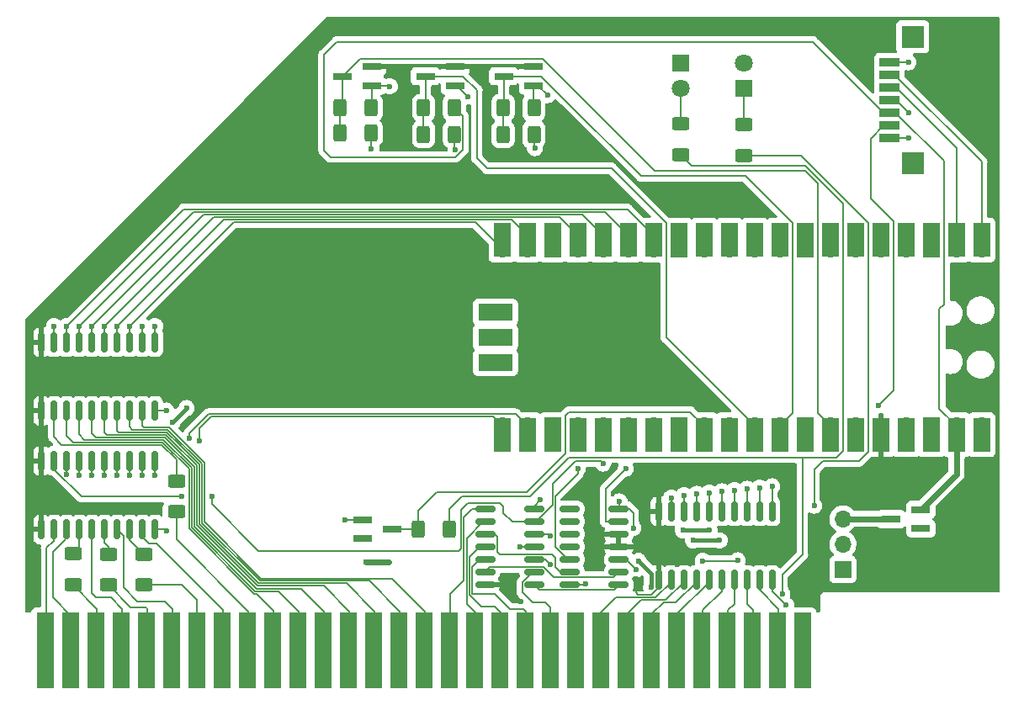
<source format=gbr>
%TF.GenerationSoftware,KiCad,Pcbnew,(6.0.5)*%
%TF.CreationDate,2023-03-31T09:48:09-05:00*%
%TF.ProjectId,ISA rev7,49534120-7265-4763-972e-6b696361645f,rev?*%
%TF.SameCoordinates,Original*%
%TF.FileFunction,Copper,L1,Top*%
%TF.FilePolarity,Positive*%
%FSLAX46Y46*%
G04 Gerber Fmt 4.6, Leading zero omitted, Abs format (unit mm)*
G04 Created by KiCad (PCBNEW (6.0.5)) date 2023-03-31 09:48:09*
%MOMM*%
%LPD*%
G01*
G04 APERTURE LIST*
G04 Aperture macros list*
%AMRoundRect*
0 Rectangle with rounded corners*
0 $1 Rounding radius*
0 $2 $3 $4 $5 $6 $7 $8 $9 X,Y pos of 4 corners*
0 Add a 4 corners polygon primitive as box body*
4,1,4,$2,$3,$4,$5,$6,$7,$8,$9,$2,$3,0*
0 Add four circle primitives for the rounded corners*
1,1,$1+$1,$2,$3*
1,1,$1+$1,$4,$5*
1,1,$1+$1,$6,$7*
1,1,$1+$1,$8,$9*
0 Add four rect primitives between the rounded corners*
20,1,$1+$1,$2,$3,$4,$5,0*
20,1,$1+$1,$4,$5,$6,$7,0*
20,1,$1+$1,$6,$7,$8,$9,0*
20,1,$1+$1,$8,$9,$2,$3,0*%
G04 Aperture macros list end*
%TA.AperFunction,SMDPad,CuDef*%
%ADD10RoundRect,0.150000X0.150000X-0.837500X0.150000X0.837500X-0.150000X0.837500X-0.150000X-0.837500X0*%
%TD*%
%TA.AperFunction,SMDPad,CuDef*%
%ADD11R,1.900000X0.800000*%
%TD*%
%TA.AperFunction,ComponentPad*%
%ADD12R,1.800000X1.800000*%
%TD*%
%TA.AperFunction,ComponentPad*%
%ADD13C,1.800000*%
%TD*%
%TA.AperFunction,SMDPad,CuDef*%
%ADD14RoundRect,0.250000X-0.400000X-0.625000X0.400000X-0.625000X0.400000X0.625000X-0.400000X0.625000X0*%
%TD*%
%TA.AperFunction,SMDPad,CuDef*%
%ADD15RoundRect,0.250000X-0.625000X0.400000X-0.625000X-0.400000X0.625000X-0.400000X0.625000X0.400000X0*%
%TD*%
%TA.AperFunction,SMDPad,CuDef*%
%ADD16R,2.000000X0.900000*%
%TD*%
%TA.AperFunction,ComponentPad*%
%ADD17R,2.300000X2.300000*%
%TD*%
%TA.AperFunction,SMDPad,CuDef*%
%ADD18RoundRect,0.250000X0.400000X0.625000X-0.400000X0.625000X-0.400000X-0.625000X0.400000X-0.625000X0*%
%TD*%
%TA.AperFunction,SMDPad,CuDef*%
%ADD19RoundRect,0.150000X0.825000X0.150000X-0.825000X0.150000X-0.825000X-0.150000X0.825000X-0.150000X0*%
%TD*%
%TA.AperFunction,ComponentPad*%
%ADD20R,1.700000X1.700000*%
%TD*%
%TA.AperFunction,ComponentPad*%
%ADD21O,1.700000X1.700000*%
%TD*%
%TA.AperFunction,SMDPad,CuDef*%
%ADD22R,1.700000X3.500000*%
%TD*%
%TA.AperFunction,SMDPad,CuDef*%
%ADD23R,3.500000X1.700000*%
%TD*%
%TA.AperFunction,ConnectorPad*%
%ADD24R,1.780000X7.620000*%
%TD*%
%TA.AperFunction,ViaPad*%
%ADD25C,0.600000*%
%TD*%
%TA.AperFunction,Conductor*%
%ADD26C,0.127000*%
%TD*%
%TA.AperFunction,Conductor*%
%ADD27C,0.600000*%
%TD*%
%TA.AperFunction,Conductor*%
%ADD28C,0.400000*%
%TD*%
%TA.AperFunction,Conductor*%
%ADD29C,0.200000*%
%TD*%
G04 APERTURE END LIST*
D10*
%TO.P,U4,1,A->B*%
%TO.N,+3V3*%
X102992000Y-102395500D03*
%TO.P,U4,2,A0*%
%TO.N,/BA8*%
X104262000Y-102395500D03*
%TO.P,U4,3,A1*%
%TO.N,/BA9*%
X105532000Y-102395500D03*
%TO.P,U4,4,A2*%
%TO.N,/BA10*%
X106802000Y-102395500D03*
%TO.P,U4,5,A3*%
%TO.N,/BA11*%
X108072000Y-102395500D03*
%TO.P,U4,6,A4*%
%TO.N,/BA12*%
X109342000Y-102395500D03*
%TO.P,U4,7,A5*%
%TO.N,/BA13*%
X110612000Y-102395500D03*
%TO.P,U4,8,A6*%
%TO.N,/BA14*%
X111882000Y-102395500D03*
%TO.P,U4,9,A7*%
%TO.N,/BA15*%
X113152000Y-102395500D03*
%TO.P,U4,10,GND*%
%TO.N,GND*%
X114422000Y-102395500D03*
%TO.P,U4,11,B7*%
%TO.N,/PA7*%
X114422000Y-95470500D03*
%TO.P,U4,12,B6*%
%TO.N,/PA6*%
X113152000Y-95470500D03*
%TO.P,U4,13,B5*%
%TO.N,/PA5*%
X111882000Y-95470500D03*
%TO.P,U4,14,B4*%
%TO.N,/PA4*%
X110612000Y-95470500D03*
%TO.P,U4,15,B3*%
%TO.N,/PA3*%
X109342000Y-95470500D03*
%TO.P,U4,16,B2*%
%TO.N,/PA2*%
X108072000Y-95470500D03*
%TO.P,U4,17,B1*%
%TO.N,/PA1*%
X106802000Y-95470500D03*
%TO.P,U4,18,B0*%
%TO.N,/PA0*%
X105532000Y-95470500D03*
%TO.P,U4,19,CE*%
%TO.N,Net-(U1-Pad4)*%
X104262000Y-95470500D03*
%TO.P,U4,20,VCC*%
%TO.N,+3V3*%
X102992000Y-95470500D03*
%TD*%
D11*
%TO.P,D3,1*%
%TO.N,GND*%
X136247000Y-69657000D03*
%TO.P,D3,2*%
%TO.N,+3V3*%
X136247000Y-67757000D03*
%TO.P,D3,3*%
%TO.N,/+12Vmon*%
X133247000Y-68707000D03*
%TD*%
D12*
%TO.P,D2,1,K*%
%TO.N,Net-(D2-Pad1)*%
X173644978Y-69956000D03*
D13*
%TO.P,D2,2,A*%
%TO.N,GND*%
X173644978Y-67416000D03*
%TD*%
D14*
%TO.P,R13,1*%
%TO.N,/+12Vmon*%
X133070000Y-71882000D03*
%TO.P,R13,2*%
%TO.N,GND*%
X136170000Y-71882000D03*
%TD*%
D15*
%TO.P,R6,1*%
%TO.N,/BA6*%
X113279000Y-116814000D03*
%TO.P,R6,2*%
%TO.N,Net-(J1-Pad56)*%
X113279000Y-119914000D03*
%TD*%
D12*
%TO.P,D4,1,K*%
%TO.N,GND*%
X167289978Y-67406000D03*
D13*
%TO.P,D4,2,A*%
%TO.N,Net-(D4-Pad2)*%
X167289978Y-69946000D03*
%TD*%
D15*
%TO.P,R5,1*%
%TO.N,/BA8*%
X116581000Y-109448000D03*
%TO.P,R5,2*%
%TO.N,Net-(J1-Pad54)*%
X116581000Y-112548000D03*
%TD*%
D11*
%TO.P,D7,1*%
%TO.N,unconnected-(D7-Pad1)*%
X191492000Y-114234000D03*
%TO.P,D7,2*%
%TO.N,+5V*%
X191492000Y-112334000D03*
%TO.P,D7,3*%
%TO.N,Net-(D7-Pad3)*%
X188492000Y-113284000D03*
%TD*%
D15*
%TO.P,R4,1*%
%TO.N,Net-(D2-Pad1)*%
X173639978Y-73608000D03*
%TO.P,R4,2*%
%TO.N,Net-(J1-Pad5)*%
X173639978Y-76708000D03*
%TD*%
D11*
%TO.P,D6,1,K*%
%TO.N,/ISAreset*%
X138279000Y-114300000D03*
%TO.P,D6,2,A*%
%TO.N,GND*%
X135279000Y-113350000D03*
%TO.P,D6,3*%
%TO.N,N/C*%
X135279000Y-115250000D03*
%TD*%
D16*
%TO.P,J2,1,Pin_1*%
%TO.N,GND*%
X188314000Y-67318000D03*
%TO.P,J2,2,Pin_2*%
%TO.N,/I2C_SDA*%
X188314000Y-68588000D03*
%TO.P,J2,3,Pin_3*%
%TO.N,/I2C_SCL*%
X188314000Y-69858000D03*
%TO.P,J2,4,Pin_4*%
%TO.N,GND*%
X188314000Y-71128000D03*
%TO.P,J2,5,Pin_5*%
%TO.N,+5V*%
X188314000Y-72398000D03*
%TO.P,J2,6,Pin_6*%
%TO.N,/remoteIRQ*%
X188314000Y-73668000D03*
%TO.P,J2,7,Pin_7*%
%TO.N,GND*%
X188314000Y-74938000D03*
D17*
%TO.P,J2,8*%
%TO.N,N/C*%
X190674000Y-77498000D03*
%TO.P,J2,9*%
X190674000Y-64758000D03*
%TD*%
D10*
%TO.P,U3,1,A->B*%
%TO.N,+3V3*%
X165100000Y-119413500D03*
%TO.P,U3,2,A0*%
%TO.N,/BD0*%
X166370000Y-119413500D03*
%TO.P,U3,3,A1*%
%TO.N,/BD1*%
X167640000Y-119413500D03*
%TO.P,U3,4,A2*%
%TO.N,/BD2*%
X168910000Y-119413500D03*
%TO.P,U3,5,A3*%
%TO.N,/BD3*%
X170180000Y-119413500D03*
%TO.P,U3,6,A4*%
%TO.N,/BD4*%
X171450000Y-119413500D03*
%TO.P,U3,7,A5*%
%TO.N,/BD5*%
X172720000Y-119413500D03*
%TO.P,U3,8,A6*%
%TO.N,/BD6*%
X173990000Y-119413500D03*
%TO.P,U3,9,A7*%
%TO.N,/BD7*%
X175260000Y-119413500D03*
%TO.P,U3,10,GND*%
%TO.N,GND*%
X176530000Y-119413500D03*
%TO.P,U3,11,B7*%
%TO.N,/PD7*%
X176530000Y-112488500D03*
%TO.P,U3,12,B6*%
%TO.N,/PD6*%
X175260000Y-112488500D03*
%TO.P,U3,13,B5*%
%TO.N,/PD5*%
X173990000Y-112488500D03*
%TO.P,U3,14,B4*%
%TO.N,/PD4*%
X172720000Y-112488500D03*
%TO.P,U3,15,B3*%
%TO.N,/PD3*%
X171450000Y-112488500D03*
%TO.P,U3,16,B2*%
%TO.N,/PD2*%
X170180000Y-112488500D03*
%TO.P,U3,17,B1*%
%TO.N,/PD1*%
X168910000Y-112488500D03*
%TO.P,U3,18,B0*%
%TO.N,/PD0*%
X167640000Y-112488500D03*
%TO.P,U3,19,CE*%
%TO.N,GND*%
X166370000Y-112488500D03*
%TO.P,U3,20,VCC*%
%TO.N,+3V3*%
X165100000Y-112488500D03*
%TD*%
D18*
%TO.P,R9,1*%
%TO.N,+12V*%
X136170000Y-74422000D03*
%TO.P,R9,2*%
%TO.N,/+12Vmon*%
X133070000Y-74422000D03*
%TD*%
%TO.P,R1,1*%
%TO.N,+5VL*%
X152553000Y-74549000D03*
%TO.P,R1,2*%
%TO.N,/+5Vmon*%
X149453000Y-74549000D03*
%TD*%
D11*
%TO.P,D1,1*%
%TO.N,GND*%
X152503000Y-69657000D03*
%TO.P,D1,2*%
%TO.N,+3V3*%
X152503000Y-67757000D03*
%TO.P,D1,3*%
%TO.N,/+5Vmon*%
X149503000Y-68707000D03*
%TD*%
D19*
%TO.P,U1,1*%
%TO.N,Net-(U1-Pad1)*%
X152589000Y-119888000D03*
%TO.P,U1,2*%
%TO.N,Net-(J1-Pad42)*%
X152589000Y-118618000D03*
%TO.P,U1,3*%
%TO.N,/IOW*%
X152589000Y-117348000D03*
%TO.P,U1,4*%
%TO.N,Net-(U1-Pad4)*%
X152589000Y-116078000D03*
%TO.P,U1,5*%
%TO.N,GND*%
X152589000Y-114808000D03*
%TO.P,U1,6*%
%TO.N,/CE_Byte*%
X152589000Y-113538000D03*
%TO.P,U1,7,GND*%
%TO.N,GND*%
X152589000Y-112268000D03*
%TO.P,U1,8*%
%TO.N,Net-(J1-Pad46)*%
X147639000Y-112268000D03*
%TO.P,U1,9*%
%TO.N,Net-(J1-Pad45)*%
X147639000Y-113538000D03*
%TO.P,U1,10*%
%TO.N,Net-(U1-Pad10)*%
X147639000Y-114808000D03*
%TO.P,U1,11*%
%TO.N,Net-(J1-Pad44)*%
X147639000Y-116078000D03*
%TO.P,U1,12*%
%TO.N,Net-(J1-Pad43)*%
X147639000Y-117348000D03*
%TO.P,U1,13*%
%TO.N,Net-(U1-Pad13)*%
X147639000Y-118618000D03*
%TO.P,U1,14,VCC*%
%TO.N,+3V3*%
X147639000Y-119888000D03*
%TD*%
D15*
%TO.P,R7,1*%
%TO.N,/BA4*%
X109723000Y-116814000D03*
%TO.P,R7,2*%
%TO.N,Net-(J1-Pad58)*%
X109723000Y-119914000D03*
%TD*%
%TO.P,R8,1*%
%TO.N,/BA2*%
X106167000Y-116788000D03*
%TO.P,R8,2*%
%TO.N,Net-(J1-Pad60)*%
X106167000Y-119888000D03*
%TD*%
D14*
%TO.P,R2,1*%
%TO.N,/+5Vmon*%
X149453000Y-71882000D03*
%TO.P,R2,2*%
%TO.N,GND*%
X152553000Y-71882000D03*
%TD*%
%TO.P,R11,1*%
%TO.N,/-12Vmon*%
X141452000Y-71882000D03*
%TO.P,R11,2*%
%TO.N,+5V*%
X144552000Y-71882000D03*
%TD*%
D20*
%TO.P,J3,1,Pin_1*%
%TO.N,unconnected-(J3-Pad1)*%
X183642000Y-118349000D03*
D21*
%TO.P,J3,2,Pin_2*%
%TO.N,+5VL*%
X183642000Y-115809000D03*
%TO.P,J3,3,Pin_3*%
%TO.N,Net-(D7-Pad3)*%
X183642000Y-113269000D03*
%TD*%
D15*
%TO.P,R3,1*%
%TO.N,Net-(D4-Pad2)*%
X167289978Y-73481000D03*
%TO.P,R3,2*%
%TO.N,Net-(J1-Pad2)*%
X167289978Y-76581000D03*
%TD*%
D22*
%TO.P,U6,1,GPIO0*%
%TO.N,/I2C_SDA*%
X197612000Y-85206000D03*
D21*
X197612000Y-86106000D03*
D22*
%TO.P,U6,2,GPIO1*%
%TO.N,/I2C_SCL*%
X195072000Y-85206000D03*
D21*
X195072000Y-86106000D03*
D20*
%TO.P,U6,3,GND*%
%TO.N,GND*%
X192532000Y-86106000D03*
D22*
X192532000Y-85206000D03*
D21*
%TO.P,U6,4,GPIO2*%
%TO.N,/PD0*%
X189992000Y-86106000D03*
D22*
X189992000Y-85206000D03*
%TO.P,U6,5,GPIO3*%
%TO.N,/PD1*%
X187452000Y-85206000D03*
D21*
X187452000Y-86106000D03*
%TO.P,U6,6,GPIO4*%
%TO.N,/PD2*%
X184912000Y-86106000D03*
D22*
X184912000Y-85206000D03*
D21*
%TO.P,U6,7,GPIO5*%
%TO.N,/PD3*%
X182372000Y-86106000D03*
D22*
X182372000Y-85206000D03*
D20*
%TO.P,U6,8,GND*%
%TO.N,unconnected-(U6-Pad8)*%
X179832000Y-86106000D03*
D22*
X179832000Y-85206000D03*
%TO.P,U6,9,GPIO6*%
%TO.N,/PD4*%
X177292000Y-85206000D03*
D21*
X177292000Y-86106000D03*
%TO.P,U6,10,GPIO7*%
%TO.N,/PD5*%
X174752000Y-86106000D03*
D22*
X174752000Y-85206000D03*
%TO.P,U6,11,GPIO8*%
%TO.N,/PD6*%
X172212000Y-85206000D03*
D21*
X172212000Y-86106000D03*
%TO.P,U6,12,GPIO9*%
%TO.N,/PD7*%
X169672000Y-86106000D03*
D22*
X169672000Y-85206000D03*
D20*
%TO.P,U6,13,GND*%
%TO.N,GND*%
X167132000Y-86106000D03*
D22*
X167132000Y-85206000D03*
%TO.P,U6,14,GPIO10*%
%TO.N,/PA0*%
X164592000Y-85206000D03*
D21*
X164592000Y-86106000D03*
%TO.P,U6,15,GPIO11*%
%TO.N,/PA1*%
X162052000Y-86106000D03*
D22*
X162052000Y-85206000D03*
%TO.P,U6,16,GPIO12*%
%TO.N,/PA2*%
X159512000Y-85206000D03*
D21*
X159512000Y-86106000D03*
%TO.P,U6,17,GPIO13*%
%TO.N,/PA3*%
X156972000Y-86106000D03*
D22*
X156972000Y-85206000D03*
%TO.P,U6,18,GND*%
%TO.N,GND*%
X154432000Y-85206000D03*
D20*
X154432000Y-86106000D03*
D22*
%TO.P,U6,19,GPIO14*%
%TO.N,/PA4*%
X151892000Y-85206000D03*
D21*
X151892000Y-86106000D03*
%TO.P,U6,20,GPIO15*%
%TO.N,/PA5*%
X149352000Y-86106000D03*
D22*
X149352000Y-85206000D03*
%TO.P,U6,21,GPIO16*%
%TO.N,/PA6*%
X149352000Y-104786000D03*
D21*
X149352000Y-103886000D03*
D22*
%TO.P,U6,22,GPIO17*%
%TO.N,/PA7*%
X151892000Y-104786000D03*
D21*
X151892000Y-103886000D03*
D20*
%TO.P,U6,23,GND*%
%TO.N,GND*%
X154432000Y-103886000D03*
D22*
X154432000Y-104786000D03*
D21*
%TO.P,U6,24,GPIO18*%
%TO.N,/bus_ready*%
X156972000Y-103886000D03*
D22*
X156972000Y-104786000D03*
D21*
%TO.P,U6,25,GPIO19*%
%TO.N,/CE_Byte*%
X159512000Y-103886000D03*
D22*
X159512000Y-104786000D03*
D21*
%TO.P,U6,26,GPIO20*%
%TO.N,/ISA_Clk*%
X162052000Y-103886000D03*
D22*
X162052000Y-104786000D03*
D21*
%TO.P,U6,27,GPIO21*%
%TO.N,/remoteIRQ*%
X164592000Y-103886000D03*
D22*
X164592000Y-104786000D03*
%TO.P,U6,28,GND*%
%TO.N,GND*%
X167132000Y-104786000D03*
D20*
X167132000Y-103886000D03*
D22*
%TO.P,U6,29,GPIO22*%
%TO.N,/ISAreset*%
X169672000Y-104786000D03*
D21*
X169672000Y-103886000D03*
D22*
%TO.P,U6,30,RUN*%
%TO.N,/Pico_Reset*%
X172212000Y-104786000D03*
D21*
X172212000Y-103886000D03*
%TO.P,U6,31,GPIO26_ADC0*%
%TO.N,/-12Vmon*%
X174752000Y-103886000D03*
D22*
X174752000Y-104786000D03*
%TO.P,U6,32,GPIO27_ADC1*%
%TO.N,/+5Vmon*%
X177292000Y-104786000D03*
D21*
X177292000Y-103886000D03*
D22*
%TO.P,U6,33,AGND*%
%TO.N,GND*%
X179832000Y-104786000D03*
D20*
X179832000Y-103886000D03*
D22*
%TO.P,U6,34,GPIO28_ADC2*%
%TO.N,/+12Vmon*%
X182372000Y-104786000D03*
D21*
X182372000Y-103886000D03*
%TO.P,U6,35,ADC_VREF*%
%TO.N,unconnected-(U6-Pad35)*%
X184912000Y-103886000D03*
D22*
X184912000Y-104786000D03*
D21*
%TO.P,U6,36,3V3*%
%TO.N,+3V3*%
X187452000Y-103886000D03*
D22*
X187452000Y-104786000D03*
D21*
%TO.P,U6,37,3V3_EN*%
%TO.N,unconnected-(U6-Pad37)*%
X189992000Y-103886000D03*
D22*
X189992000Y-104786000D03*
D20*
%TO.P,U6,38,GND*%
%TO.N,GND*%
X192532000Y-103886000D03*
D22*
X192532000Y-104786000D03*
%TO.P,U6,39,VSYS*%
%TO.N,+5V*%
X195072000Y-104786000D03*
D21*
X195072000Y-103886000D03*
%TO.P,U6,40,VBUS*%
%TO.N,unconnected-(U6-Pad40)*%
X197612000Y-103886000D03*
D22*
X197612000Y-104786000D03*
D21*
%TO.P,U6,41,SWCLK*%
%TO.N,unconnected-(U6-Pad41)*%
X149582000Y-92456000D03*
D23*
X148682000Y-92456000D03*
%TO.P,U6,42,GND*%
%TO.N,unconnected-(U6-Pad42)*%
X148682000Y-94996000D03*
D20*
X149582000Y-94996000D03*
D21*
%TO.P,U6,43,SWDIO*%
%TO.N,unconnected-(U6-Pad43)*%
X149582000Y-97536000D03*
D23*
X148682000Y-97536000D03*
%TD*%
D14*
%TO.P,R12,1*%
%TO.N,/ISAreset*%
X140944000Y-114300000D03*
%TO.P,R12,2*%
%TO.N,Net-(J1-Pad2)*%
X144044000Y-114300000D03*
%TD*%
D19*
%TO.P,U2,1*%
%TO.N,Net-(U1-Pad1)*%
X161098000Y-119888000D03*
%TO.P,U2,2*%
%TO.N,Net-(U1-Pad13)*%
X161098000Y-118618000D03*
%TO.P,U2,3*%
%TO.N,Net-(J1-Pad20)*%
X161098000Y-117348000D03*
%TO.P,U2,4*%
%TO.N,+3V3*%
X161098000Y-116078000D03*
%TO.P,U2,5*%
X161098000Y-114808000D03*
%TO.P,U2,6*%
%TO.N,/ISA_Clk*%
X161098000Y-113538000D03*
%TO.P,U2,7,GND*%
%TO.N,GND*%
X161098000Y-112268000D03*
%TO.P,U2,8*%
%TO.N,N/C*%
X156148000Y-112268000D03*
%TO.P,U2,9*%
X156148000Y-113538000D03*
%TO.P,U2,10*%
X156148000Y-114808000D03*
%TO.P,U2,11*%
X156148000Y-116078000D03*
%TO.P,U2,12*%
%TO.N,/bus_ready*%
X156148000Y-117348000D03*
%TO.P,U2,13*%
%TO.N,Net-(U1-Pad10)*%
X156148000Y-118618000D03*
%TO.P,U2,14,VCC*%
%TO.N,+3V3*%
X156148000Y-119888000D03*
%TD*%
D24*
%TO.P,J1,32,IO*%
%TO.N,unconnected-(J1-Pad32)*%
X179583000Y-126492000D03*
%TO.P,J1,33,DB7*%
%TO.N,/BD7*%
X177043000Y-126492000D03*
%TO.P,J1,34,DB6*%
%TO.N,/BD6*%
X174503000Y-126492000D03*
%TO.P,J1,35,DB5*%
%TO.N,/BD5*%
X171963000Y-126492000D03*
%TO.P,J1,36,DB4*%
%TO.N,/BD4*%
X169423000Y-126492000D03*
%TO.P,J1,37,DB3*%
%TO.N,/BD3*%
X166883000Y-126492000D03*
%TO.P,J1,38,DB2*%
%TO.N,/BD2*%
X164343000Y-126492000D03*
%TO.P,J1,39,DB1*%
%TO.N,/BD1*%
X161803000Y-126492000D03*
%TO.P,J1,40,DB0*%
%TO.N,/BD0*%
X159263000Y-126492000D03*
%TO.P,J1,41,IO_READY*%
%TO.N,unconnected-(J1-Pad41)*%
X156723000Y-126492000D03*
%TO.P,J1,42,AEN*%
%TO.N,Net-(J1-Pad42)*%
X154183000Y-126492000D03*
%TO.P,J1,43,BA19*%
%TO.N,Net-(J1-Pad43)*%
X151643000Y-126492000D03*
%TO.P,J1,44,BA18*%
%TO.N,Net-(J1-Pad44)*%
X149103000Y-126492000D03*
%TO.P,J1,45,BA17*%
%TO.N,Net-(J1-Pad45)*%
X146563000Y-126492000D03*
%TO.P,J1,46,BA16*%
%TO.N,Net-(J1-Pad46)*%
X144023000Y-126492000D03*
%TO.P,J1,47,BA15*%
%TO.N,/BA15*%
X141483000Y-126492000D03*
%TO.P,J1,48,BA14*%
%TO.N,/BA14*%
X138943000Y-126492000D03*
%TO.P,J1,49,BA13*%
%TO.N,/BA13*%
X136403000Y-126492000D03*
%TO.P,J1,50,BA12*%
%TO.N,/BA12*%
X133863000Y-126492000D03*
%TO.P,J1,51,BA11*%
%TO.N,/BA11*%
X131323000Y-126492000D03*
%TO.P,J1,52,BA10*%
%TO.N,/BA10*%
X128783000Y-126492000D03*
%TO.P,J1,53,BA09*%
%TO.N,/BA9*%
X126243000Y-126492000D03*
%TO.P,J1,54,BA08*%
%TO.N,Net-(J1-Pad54)*%
X123703000Y-126492000D03*
%TO.P,J1,55,BA07*%
%TO.N,/BA7*%
X121163000Y-126492000D03*
%TO.P,J1,56,BA06*%
%TO.N,Net-(J1-Pad56)*%
X118623000Y-126492000D03*
%TO.P,J1,57,BA05*%
%TO.N,/BA5*%
X116083000Y-126492000D03*
%TO.P,J1,58,BA04*%
%TO.N,Net-(J1-Pad58)*%
X113543000Y-126492000D03*
%TO.P,J1,59,BA03*%
%TO.N,/BA3*%
X111003000Y-126492000D03*
%TO.P,J1,60,BA02*%
%TO.N,Net-(J1-Pad60)*%
X108463000Y-126492000D03*
%TO.P,J1,61,BA01*%
%TO.N,/BA1*%
X105923000Y-126492000D03*
%TO.P,J1,62,BA00*%
%TO.N,/BA0*%
X103383000Y-126492000D03*
%TD*%
D11*
%TO.P,D5,1*%
%TO.N,GND*%
X144629000Y-69657000D03*
%TO.P,D5,2*%
%TO.N,+3V3*%
X144629000Y-67757000D03*
%TO.P,D5,3*%
%TO.N,/-12Vmon*%
X141629000Y-68707000D03*
%TD*%
D18*
%TO.P,R10,1*%
%TO.N,-12V*%
X144552000Y-74549000D03*
%TO.P,R10,2*%
%TO.N,/-12Vmon*%
X141452000Y-74549000D03*
%TD*%
D10*
%TO.P,U5,1,A->B*%
%TO.N,+3V3*%
X102992000Y-114333500D03*
%TO.P,U5,2,A0*%
%TO.N,/BA0*%
X104262000Y-114333500D03*
%TO.P,U5,3,A1*%
%TO.N,/BA1*%
X105532000Y-114333500D03*
%TO.P,U5,4,A2*%
%TO.N,/BA2*%
X106802000Y-114333500D03*
%TO.P,U5,5,A3*%
%TO.N,/BA3*%
X108072000Y-114333500D03*
%TO.P,U5,6,A4*%
%TO.N,/BA4*%
X109342000Y-114333500D03*
%TO.P,U5,7,A5*%
%TO.N,/BA5*%
X110612000Y-114333500D03*
%TO.P,U5,8,A6*%
%TO.N,/BA6*%
X111882000Y-114333500D03*
%TO.P,U5,9,A7*%
%TO.N,/BA7*%
X113152000Y-114333500D03*
%TO.P,U5,10,GND*%
%TO.N,GND*%
X114422000Y-114333500D03*
%TO.P,U5,11,B7*%
%TO.N,/PA7*%
X114422000Y-107408500D03*
%TO.P,U5,12,B6*%
%TO.N,/PA6*%
X113152000Y-107408500D03*
%TO.P,U5,13,B5*%
%TO.N,/PA5*%
X111882000Y-107408500D03*
%TO.P,U5,14,B4*%
%TO.N,/PA4*%
X110612000Y-107408500D03*
%TO.P,U5,15,B3*%
%TO.N,/PA3*%
X109342000Y-107408500D03*
%TO.P,U5,16,B2*%
%TO.N,/PA2*%
X108072000Y-107408500D03*
%TO.P,U5,17,B1*%
%TO.N,/PA1*%
X106802000Y-107408500D03*
%TO.P,U5,18,B0*%
%TO.N,/PA0*%
X105532000Y-107408500D03*
%TO.P,U5,19,CE*%
%TO.N,/CE_Byte*%
X104262000Y-107408500D03*
%TO.P,U5,20,VCC*%
%TO.N,+3V3*%
X102992000Y-107408500D03*
%TD*%
D25*
%TO.N,GND*%
X145923000Y-70739000D03*
X154178000Y-114935000D03*
X177927000Y-121920000D03*
X163068000Y-117475000D03*
X164338000Y-120142000D03*
X153212800Y-111353600D03*
X116205000Y-103505000D03*
X133538000Y-113350000D03*
X190246000Y-67310000D03*
X138049000Y-69723000D03*
X170230800Y-114401600D03*
X115570000Y-114427000D03*
X153924000Y-70612000D03*
X167538400Y-114401600D03*
X190246000Y-72390000D03*
X171246800Y-115417600D03*
X162560000Y-114173000D03*
X115570000Y-102362000D03*
X168554400Y-115417600D03*
X190246000Y-74930000D03*
X166370000Y-111125000D03*
X117602000Y-102108000D03*
X137922000Y-117602000D03*
X135636000Y-117602000D03*
X161163000Y-111506000D03*
%TO.N,+3V3*%
X178562000Y-109982000D03*
X104394000Y-98806000D03*
X103124000Y-111252000D03*
X181864000Y-108966000D03*
X150241000Y-119126000D03*
X157734000Y-119761000D03*
X181864000Y-109982000D03*
X162814000Y-119253000D03*
X147320000Y-67945000D03*
X151257000Y-121539000D03*
X167005000Y-117856000D03*
X147447000Y-64262000D03*
X178562000Y-108966000D03*
X164465000Y-114681000D03*
%TO.N,Net-(J1-Pad2)*%
X177546000Y-120777000D03*
%TO.N,Net-(J1-Pad5)*%
X173056430Y-117430430D03*
X180756011Y-111922011D03*
X169545000Y-117475000D03*
%TO.N,+5VL*%
X152654000Y-75946000D03*
%TO.N,/IOW*%
X154178000Y-117856000D03*
%TO.N,-12V*%
X144653000Y-76073000D03*
%TO.N,+12V*%
X136207500Y-76009500D03*
%TO.N,Net-(J1-Pad20)*%
X162814000Y-118364000D03*
%TO.N,/ISA_Clk*%
X161798000Y-108204000D03*
%TO.N,/bus_ready*%
X156972000Y-108204000D03*
%TO.N,/CE_Byte*%
X159512000Y-107696000D03*
X117094000Y-110998000D03*
X120142000Y-110998000D03*
%TO.N,/PD7*%
X176530000Y-109982000D03*
%TO.N,/PD6*%
X175260000Y-110109000D03*
%TO.N,/PD5*%
X173990000Y-110236000D03*
%TO.N,/PD4*%
X172720000Y-110363000D03*
%TO.N,/PD3*%
X171450000Y-110490000D03*
%TO.N,/PD2*%
X170180000Y-110617000D03*
%TO.N,/PD1*%
X168910000Y-110744000D03*
%TO.N,/PD0*%
X167640000Y-110871000D03*
%TO.N,/PA7*%
X114427000Y-93853000D03*
X117856000Y-105156000D03*
X114427000Y-108839000D03*
%TO.N,/PA6*%
X118872000Y-105410000D03*
X113157000Y-108839000D03*
X113157000Y-93853000D03*
%TO.N,/PA5*%
X111882000Y-93858000D03*
X111887000Y-108839000D03*
%TO.N,/PA4*%
X110617000Y-108839000D03*
X110617000Y-93853000D03*
%TO.N,/PA3*%
X109347000Y-108839000D03*
X109347000Y-93853000D03*
%TO.N,/PA2*%
X108077000Y-108839000D03*
X108077000Y-93853000D03*
%TO.N,/PA1*%
X106807000Y-108839000D03*
X106807000Y-93853000D03*
%TO.N,/PA0*%
X105532000Y-108834000D03*
X105537000Y-93853000D03*
%TO.N,Net-(U1-Pad4)*%
X104267000Y-93853000D03*
X151130000Y-116078000D03*
%TO.N,/remoteIRQ*%
X187198000Y-101854000D03*
%TD*%
D26*
%TO.N,GND*%
X152589000Y-112268000D02*
X152589000Y-111977400D01*
X176530000Y-119413500D02*
X176530000Y-120523000D01*
D27*
X135636000Y-117602000D02*
X137922000Y-117602000D01*
D26*
X161163000Y-111506000D02*
X161163000Y-112203000D01*
X137983000Y-69657000D02*
X138049000Y-69723000D01*
D28*
X168554400Y-115417600D02*
X171246800Y-115417600D01*
D29*
X115476500Y-114333500D02*
X115570000Y-114427000D01*
D26*
X152589000Y-111977400D02*
X153212800Y-111353600D01*
D29*
X190246000Y-72390000D02*
X188984000Y-71128000D01*
X188322000Y-67310000D02*
X188314000Y-67318000D01*
D26*
X136170000Y-71882000D02*
X136247000Y-71805000D01*
X144841000Y-69657000D02*
X145923000Y-70739000D01*
D29*
X114422000Y-114333500D02*
X115476500Y-114333500D01*
D28*
X163068000Y-117475000D02*
X164338000Y-118745000D01*
D26*
X166370000Y-112488500D02*
X166370000Y-111125000D01*
X161163000Y-112203000D02*
X161098000Y-112268000D01*
X152503000Y-69657000D02*
X152503000Y-71832000D01*
X152969000Y-69657000D02*
X153924000Y-70612000D01*
X162560000Y-112649000D02*
X162560000Y-114173000D01*
X162179000Y-112268000D02*
X162560000Y-112649000D01*
D29*
X115570000Y-102362000D02*
X115536500Y-102395500D01*
X152589000Y-112268000D02*
X153035000Y-112268000D01*
D26*
X152503000Y-71832000D02*
X152553000Y-71882000D01*
D29*
X135279000Y-113350000D02*
X133538000Y-113350000D01*
D26*
X136247000Y-69657000D02*
X137983000Y-69657000D01*
X144629000Y-69657000D02*
X144841000Y-69657000D01*
D29*
X188984000Y-71128000D02*
X188314000Y-71128000D01*
X190246000Y-74930000D02*
X188322000Y-74930000D01*
X152589000Y-114808000D02*
X154051000Y-114808000D01*
D28*
X116205000Y-103505000D02*
X117602000Y-102108000D01*
D26*
X136247000Y-71805000D02*
X136247000Y-69657000D01*
D29*
X114422000Y-102395500D02*
X115536500Y-102395500D01*
D26*
X152503000Y-69657000D02*
X152969000Y-69657000D01*
D29*
X154051000Y-114808000D02*
X154178000Y-114935000D01*
D28*
X164338000Y-118745000D02*
X164338000Y-120142000D01*
D29*
X190246000Y-67310000D02*
X188322000Y-67310000D01*
D26*
X176530000Y-120523000D02*
X177927000Y-121920000D01*
D28*
X167538400Y-114401600D02*
X170230800Y-114401600D01*
D26*
X161098000Y-112268000D02*
X162179000Y-112268000D01*
D29*
X188322000Y-74930000D02*
X188314000Y-74938000D01*
%TO.N,+3V3*%
X162814000Y-119253000D02*
X162814000Y-120650000D01*
D26*
X156148000Y-119888000D02*
X157607000Y-119888000D01*
D29*
X164374020Y-120867980D02*
X165100000Y-120142000D01*
D26*
X161098000Y-114808000D02*
X161098000Y-116078000D01*
D29*
X163031980Y-120867980D02*
X164374020Y-120867980D01*
X102992000Y-114333500D02*
X102992000Y-111384000D01*
X102992000Y-111384000D02*
X103124000Y-111252000D01*
D26*
X157607000Y-119888000D02*
X157734000Y-119761000D01*
D29*
X162814000Y-120650000D02*
X163031980Y-120867980D01*
D26*
X165100000Y-120142000D02*
X165100000Y-119413500D01*
%TO.N,/+12Vmon*%
X181102000Y-79502000D02*
X181102000Y-102616000D01*
X133070000Y-71882000D02*
X133070000Y-74422000D01*
X164708022Y-78232000D02*
X179832000Y-78232000D01*
X133247000Y-68707000D02*
X135025000Y-66929000D01*
X135025000Y-66929000D02*
X153405022Y-66929000D01*
X133070000Y-71882000D02*
X133247000Y-71705000D01*
X153405022Y-66929000D02*
X164708022Y-78232000D01*
X133247000Y-71705000D02*
X133247000Y-68707000D01*
X179832000Y-78232000D02*
X181102000Y-79502000D01*
X181102000Y-102616000D02*
X182372000Y-103886000D01*
%TO.N,Net-(D2-Pad1)*%
X173644978Y-73603000D02*
X173639978Y-73608000D01*
X173644978Y-69956000D02*
X173644978Y-73603000D01*
%TO.N,/-12Vmon*%
X160344022Y-77978000D02*
X147828000Y-77978000D01*
X165862000Y-94996000D02*
X165862000Y-83495978D01*
X147828000Y-77978000D02*
X146812000Y-76962000D01*
X145409022Y-68707000D02*
X141629000Y-68707000D01*
X141452000Y-74549000D02*
X141452000Y-71882000D01*
X165862000Y-83495978D02*
X160344022Y-77978000D01*
X141452000Y-71882000D02*
X141629000Y-71705000D01*
X146812000Y-76962000D02*
X146812000Y-70109978D01*
X141629000Y-71705000D02*
X141629000Y-68707000D01*
X174752000Y-103886000D02*
X165862000Y-94996000D01*
X146812000Y-70109978D02*
X145409022Y-68707000D01*
%TO.N,Net-(D4-Pad2)*%
X167289978Y-69946000D02*
X167289978Y-73481000D01*
%TO.N,/+5Vmon*%
X173806022Y-78740000D02*
X178562000Y-83495978D01*
X155569022Y-70993000D02*
X155575000Y-70993000D01*
X178562000Y-83495978D02*
X178562000Y-102616000D01*
X149503000Y-68707000D02*
X153283022Y-68707000D01*
X153283022Y-68707000D02*
X155569022Y-70993000D01*
X149453000Y-71882000D02*
X149503000Y-71832000D01*
X149503000Y-71832000D02*
X149503000Y-68707000D01*
X149453000Y-74549000D02*
X149453000Y-71882000D01*
X163322000Y-78740000D02*
X173806022Y-78740000D01*
X155575000Y-70993000D02*
X163322000Y-78740000D01*
X178562000Y-102616000D02*
X177292000Y-103886000D01*
%TO.N,/ISAreset*%
X168275000Y-102489000D02*
X169672000Y-103886000D01*
X155702000Y-106680000D02*
X155702000Y-102870000D01*
X140944000Y-112421000D02*
X142772011Y-110592989D01*
X151789011Y-110592989D02*
X155702000Y-106680000D01*
X155702000Y-102870000D02*
X156083000Y-102489000D01*
X140944000Y-114300000D02*
X138279000Y-114300000D01*
X140944000Y-114300000D02*
X140944000Y-112421000D01*
X142772011Y-110592989D02*
X151789011Y-110592989D01*
X156083000Y-102489000D02*
X168275000Y-102489000D01*
%TO.N,Net-(J1-Pad2)*%
X177546000Y-120777000D02*
X177546000Y-118872000D01*
X152146000Y-110998000D02*
X156083000Y-107061000D01*
X183007000Y-107061000D02*
X183642000Y-106426000D01*
X183642000Y-81534000D02*
X179832000Y-77724000D01*
X179705000Y-107061000D02*
X183007000Y-107061000D01*
X156083000Y-107061000D02*
X179705000Y-107061000D01*
X145288000Y-110998000D02*
X152146000Y-110998000D01*
X177546000Y-118872000D02*
X179578000Y-116840000D01*
X144044000Y-114300000D02*
X144044000Y-112242000D01*
X168402000Y-77724000D02*
X168402000Y-77693022D01*
X144044000Y-112242000D02*
X145288000Y-110998000D01*
X167289978Y-76581000D02*
X167289978Y-76992978D01*
X179578000Y-116840000D02*
X179578000Y-107188000D01*
X183642000Y-106426000D02*
X183642000Y-81534000D01*
X179832000Y-77724000D02*
X168402000Y-77724000D01*
X168402000Y-77693022D02*
X167289978Y-76581000D01*
X179578000Y-107188000D02*
X179705000Y-107061000D01*
%TO.N,Net-(J1-Pad5)*%
X186182000Y-106496022D02*
X186182000Y-83495978D01*
X181610000Y-107442000D02*
X185236022Y-107442000D01*
X185236022Y-107442000D02*
X186182000Y-106496022D01*
X179394022Y-76708000D02*
X173639978Y-76708000D01*
X180756011Y-111922011D02*
X180664022Y-112014000D01*
X186182000Y-83495978D02*
X179394022Y-76708000D01*
X180756011Y-111922011D02*
X180756011Y-108295989D01*
X169545000Y-117475000D02*
X173011860Y-117475000D01*
X180756011Y-108295989D02*
X181610000Y-107442000D01*
X173011860Y-117475000D02*
X173056430Y-117430430D01*
D27*
%TO.N,Net-(D7-Pad3)*%
X188477000Y-113269000D02*
X188492000Y-113284000D01*
X183642000Y-113269000D02*
X188477000Y-113269000D01*
D26*
%TO.N,+5VL*%
X152553000Y-75845000D02*
X152654000Y-75946000D01*
X152553000Y-74549000D02*
X152553000Y-75845000D01*
%TO.N,/IOW*%
X152589000Y-117348000D02*
X153670000Y-117348000D01*
X153670000Y-117348000D02*
X154178000Y-117856000D01*
%TO.N,-12V*%
X144552000Y-75972000D02*
X144653000Y-76073000D01*
X144552000Y-74549000D02*
X144552000Y-75972000D01*
%TO.N,/BD7*%
X175260000Y-120396000D02*
X177170000Y-122306000D01*
X177170000Y-122306000D02*
X177170000Y-126492000D01*
X175260000Y-119413500D02*
X175260000Y-120396000D01*
%TO.N,/BD6*%
X174630000Y-122433000D02*
X174630000Y-126492000D01*
X173990000Y-121793000D02*
X174630000Y-122433000D01*
X173990000Y-119413500D02*
X173990000Y-121793000D01*
%TO.N,/BD5*%
X172720000Y-119413500D02*
X172720000Y-121793000D01*
X172720000Y-121793000D02*
X172090000Y-122423000D01*
X172090000Y-122423000D02*
X172090000Y-126492000D01*
%TO.N,/BD4*%
X169550000Y-122423000D02*
X169550000Y-126492000D01*
X171450000Y-120523000D02*
X169550000Y-122423000D01*
X171450000Y-119413500D02*
X171450000Y-120523000D01*
%TO.N,/BD3*%
X167010000Y-122781860D02*
X167010000Y-126492000D01*
X170180000Y-119413500D02*
X170180000Y-119611860D01*
X170180000Y-119611860D02*
X167010000Y-122781860D01*
%TO.N,/BD2*%
X164470000Y-122804000D02*
X164470000Y-126492000D01*
X166855860Y-121666000D02*
X165608000Y-121666000D01*
X168910000Y-119413500D02*
X168910000Y-119611860D01*
X165608000Y-121666000D02*
X164470000Y-122804000D01*
X168910000Y-119611860D02*
X166855860Y-121666000D01*
%TO.N,/BD1*%
X167640000Y-119611860D02*
X165839380Y-121412480D01*
X163829040Y-121412000D02*
X163829520Y-121412480D01*
X163322000Y-121412000D02*
X163829040Y-121412000D01*
X161803000Y-122931000D02*
X163322000Y-121412000D01*
X165839380Y-121412480D02*
X163829520Y-121412480D01*
X167640000Y-119413500D02*
X167640000Y-119611860D01*
%TO.N,/BD0*%
X166370000Y-119611860D02*
X164823860Y-121158000D01*
X166370000Y-119413500D02*
X166370000Y-119611860D01*
X160782000Y-121158000D02*
X159263000Y-122677000D01*
X164823860Y-121158000D02*
X160782000Y-121158000D01*
%TO.N,Net-(J1-Pad42)*%
X152404000Y-121666000D02*
X153670000Y-121666000D01*
X154183000Y-122179000D02*
X154183000Y-126492000D01*
X152403140Y-118618000D02*
X152589000Y-118618000D01*
X151384000Y-119637140D02*
X152403140Y-118618000D01*
X151384000Y-120646000D02*
X152404000Y-121666000D01*
X153670000Y-121666000D02*
X154183000Y-122179000D01*
X151384000Y-120646000D02*
X151384000Y-119637140D01*
%TO.N,Net-(J1-Pad43)*%
X147066000Y-117348000D02*
X147639000Y-117348000D01*
X146304000Y-120777000D02*
X148590000Y-120777000D01*
X150114000Y-122301000D02*
X151511000Y-122301000D01*
X151770000Y-122560000D02*
X151770000Y-126492000D01*
X151511000Y-122301000D02*
X151770000Y-122560000D01*
X146304000Y-120777000D02*
X146304000Y-118110000D01*
X146304000Y-118110000D02*
X147066000Y-117348000D01*
X148590000Y-120777000D02*
X150114000Y-122301000D01*
%TO.N,Net-(J1-Pad44)*%
X146050480Y-120882011D02*
X147215469Y-122047000D01*
X147639000Y-116078000D02*
X147066000Y-116078000D01*
X146050000Y-117480180D02*
X146050480Y-117480660D01*
X146050480Y-117480660D02*
X146050480Y-120882011D01*
X148590000Y-122047000D02*
X149230000Y-122687000D01*
X149230000Y-122687000D02*
X149230000Y-126492000D01*
X147066000Y-116078000D02*
X146050000Y-117094000D01*
X147215469Y-122047000D02*
X148590000Y-122047000D01*
X146050000Y-117094000D02*
X146050000Y-117480180D01*
%TO.N,Net-(J1-Pad45)*%
X147639000Y-113538000D02*
X147453140Y-113538000D01*
X147453140Y-113538000D02*
X145796480Y-115194660D01*
X145796960Y-121793960D02*
X146690000Y-122687000D01*
X145796480Y-115194660D02*
X145796480Y-117585191D01*
X145796480Y-117585191D02*
X145796960Y-117585671D01*
X146690000Y-122687000D02*
X146690000Y-126492000D01*
X145796960Y-117585671D02*
X145796960Y-121793960D01*
%TO.N,Net-(J1-Pad46)*%
X147639000Y-112268000D02*
X146304000Y-112268000D01*
X144150000Y-120794468D02*
X144150000Y-126492000D01*
X145489734Y-119454734D02*
X144150000Y-120794468D01*
X146304000Y-112268000D02*
X145489734Y-113082266D01*
X145489734Y-113082266D02*
X145489734Y-119454734D01*
%TO.N,/BA15*%
X125093376Y-119251376D02*
X138301376Y-119251376D01*
X138301376Y-119251376D02*
X141610000Y-122560000D01*
X113152000Y-103881000D02*
X113284000Y-104013000D01*
X119380000Y-113538000D02*
X125093376Y-119251376D01*
X141610000Y-122560000D02*
X141610000Y-126492000D01*
X115816188Y-104013000D02*
X119380000Y-107576810D01*
X113284000Y-104013000D02*
X115816188Y-104013000D01*
X113152000Y-102395500D02*
X113152000Y-103881000D01*
X119380000Y-107576810D02*
X119380000Y-113538000D01*
%TO.N,/BA14*%
X115714056Y-104269400D02*
X119126000Y-107681342D01*
X112143400Y-104269400D02*
X115714056Y-104269400D01*
X124965897Y-119504896D02*
X125605104Y-119504896D01*
X125605104Y-119504896D02*
X136014896Y-119504896D01*
X139070000Y-122560000D02*
X139070000Y-126492000D01*
X119126000Y-113664999D02*
X124965897Y-119504896D01*
X136014896Y-119504896D02*
X139070000Y-122560000D01*
X111882000Y-104008000D02*
X112143400Y-104269400D01*
X119126000Y-107681342D02*
X119126000Y-113664999D01*
X124965896Y-119504896D02*
X125605104Y-119504896D01*
X111882000Y-102395500D02*
X111882000Y-104008000D01*
%TO.N,/BA13*%
X133728416Y-119758416D02*
X136530000Y-122560000D01*
X118872000Y-113769531D02*
X124860885Y-119758416D01*
X124860885Y-119758416D02*
X133728416Y-119758416D01*
X116922063Y-105835937D02*
X118872000Y-107785874D01*
X110612000Y-102395500D02*
X110612000Y-104389000D01*
X110745920Y-104522920D02*
X115609044Y-104522920D01*
X110612000Y-104389000D02*
X110745920Y-104522920D01*
X136530000Y-122560000D02*
X136530000Y-126492000D01*
X115609044Y-104522920D02*
X116922063Y-105835937D01*
X118872000Y-107785874D02*
X118872000Y-113769531D01*
%TO.N,/BA12*%
X118618000Y-113896531D02*
X124733405Y-120011936D01*
X109347000Y-102400500D02*
X109347000Y-104521000D01*
X115504033Y-104776440D02*
X116107797Y-105380203D01*
X109347000Y-104521000D02*
X109602440Y-104776440D01*
X109342000Y-102395500D02*
X109347000Y-102400500D01*
X131441936Y-120011936D02*
X133990000Y-122560000D01*
X118618000Y-107890406D02*
X118618000Y-113896531D01*
X133990000Y-122560000D02*
X133990000Y-126492000D01*
X109602440Y-104776440D02*
X115504033Y-104776440D01*
X116107797Y-105380203D02*
X118618000Y-107890406D01*
X124733405Y-120011936D02*
X131441936Y-120011936D01*
%TO.N,/BA11*%
X108072000Y-102395500D02*
X108072000Y-104643000D01*
X118364000Y-107994936D02*
X118364000Y-114017403D01*
X131450000Y-122560000D02*
X131450000Y-126492000D01*
X118364000Y-114017403D02*
X124616077Y-120269480D01*
X108072000Y-104643000D02*
X108458960Y-105029960D01*
X124841000Y-120269000D02*
X129159000Y-120269000D01*
X129159000Y-120269000D02*
X131450000Y-122560000D01*
X124615596Y-120269000D02*
X124841000Y-120269000D01*
X108458960Y-105029960D02*
X115399022Y-105029960D01*
X115399022Y-105029960D02*
X118364000Y-107994936D01*
%TO.N,/BA10*%
X106802000Y-104770000D02*
X107315480Y-105283480D01*
X124511065Y-120523000D02*
X126873000Y-120523000D01*
X106802000Y-102395500D02*
X106802000Y-104770000D01*
X118110000Y-114121935D02*
X124511065Y-120523000D01*
X118110000Y-108099468D02*
X118110000Y-114121935D01*
X128910000Y-122560000D02*
X128910000Y-126492000D01*
X126873000Y-120523000D02*
X128910000Y-122560000D01*
X115294011Y-105283480D02*
X118110000Y-108099468D01*
X107315480Y-105283480D02*
X115294011Y-105283480D01*
%TO.N,/BA9*%
X117856000Y-108204000D02*
X117856000Y-114226467D01*
X105532000Y-102395500D02*
X105532000Y-104897000D01*
X124616077Y-120776520D02*
X126370000Y-122530443D01*
X126370000Y-122530443D02*
X126370000Y-126492000D01*
X105532000Y-104897000D02*
X106172000Y-105537000D01*
X117856000Y-114226467D02*
X124406053Y-120776520D01*
X106172000Y-105537000D02*
X115189000Y-105537000D01*
X115189000Y-105537000D02*
X117856000Y-108204000D01*
X124406053Y-120776520D02*
X124616077Y-120776520D01*
%TO.N,Net-(J1-Pad54)*%
X116581000Y-115311000D02*
X116581000Y-112548000D01*
X123830000Y-126492000D02*
X123830000Y-122560000D01*
X123830000Y-122560000D02*
X116581000Y-115311000D01*
%TO.N,/BA7*%
X113152000Y-115057000D02*
X113152000Y-114333500D01*
X113792000Y-115697000D02*
X113152000Y-115057000D01*
X121290000Y-126492000D02*
X121290000Y-122415718D01*
X121290000Y-122415718D02*
X114571282Y-115697000D01*
X114571282Y-115697000D02*
X113792000Y-115697000D01*
%TO.N,Net-(J1-Pad56)*%
X117120000Y-119914000D02*
X118623000Y-121417000D01*
X118623000Y-121417000D02*
X118623000Y-126492000D01*
X113279000Y-119914000D02*
X117120000Y-119914000D01*
%TO.N,/BA5*%
X112649000Y-121539000D02*
X111252000Y-120142000D01*
X111252000Y-120142000D02*
X111252000Y-114973500D01*
X111252000Y-114973500D02*
X110612000Y-114333500D01*
X116210000Y-122306000D02*
X115443000Y-121539000D01*
X116210000Y-126492000D02*
X116210000Y-122306000D01*
X115443000Y-121539000D02*
X112649000Y-121539000D01*
%TO.N,Net-(J1-Pad58)*%
X113670000Y-122306000D02*
X113538000Y-122174000D01*
X113670000Y-126492000D02*
X113670000Y-122306000D01*
X113538000Y-122174000D02*
X111983000Y-122174000D01*
X111983000Y-122174000D02*
X109723000Y-119914000D01*
%TO.N,/BA3*%
X108072000Y-120772000D02*
X108072000Y-114333500D01*
X111130000Y-126492000D02*
X111130000Y-122306000D01*
X109982000Y-121158000D02*
X108458000Y-121158000D01*
X111130000Y-122306000D02*
X109982000Y-121158000D01*
X108458000Y-121158000D02*
X108072000Y-120772000D01*
%TO.N,Net-(J1-Pad60)*%
X108590000Y-126492000D02*
X108590000Y-122311000D01*
X108590000Y-122311000D02*
X106167000Y-119888000D01*
%TO.N,/BA1*%
X104140000Y-116586000D02*
X105410000Y-115316000D01*
X104140000Y-121158000D02*
X104140000Y-116586000D01*
X106050000Y-126492000D02*
X106050000Y-123068000D01*
X106050000Y-123068000D02*
X104140000Y-121158000D01*
%TO.N,/BA0*%
X103510000Y-116200000D02*
X104262000Y-115448000D01*
X104262000Y-115448000D02*
X104262000Y-114333500D01*
X103510000Y-126492000D02*
X103510000Y-116200000D01*
D29*
%TO.N,+5V*%
X193802000Y-77252978D02*
X193802000Y-91666041D01*
D27*
X195072000Y-108754000D02*
X195072000Y-103886000D01*
D26*
X145392020Y-76095980D02*
X144653000Y-76835000D01*
X131445000Y-76200000D02*
X131445000Y-66548000D01*
D29*
X188947022Y-72398000D02*
X193802000Y-77252978D01*
X193802000Y-91666041D02*
X193352479Y-92115562D01*
D26*
X187764000Y-72398000D02*
X188314000Y-72398000D01*
D29*
X188314000Y-72398000D02*
X188947022Y-72398000D01*
D26*
X132080000Y-76835000D02*
X131445000Y-76200000D01*
D29*
X193352479Y-92115562D02*
X193352479Y-102166479D01*
D26*
X144552000Y-71882000D02*
X145392020Y-72722020D01*
X180644000Y-65278000D02*
X187764000Y-72398000D01*
X132715000Y-65278000D02*
X180644000Y-65278000D01*
X144653000Y-76835000D02*
X132080000Y-76835000D01*
D27*
X191492000Y-112334000D02*
X195072000Y-108754000D01*
D29*
X193352479Y-102166479D02*
X195072000Y-103886000D01*
D26*
X131445000Y-66548000D02*
X132715000Y-65278000D01*
X145392020Y-72722020D02*
X145392020Y-76095980D01*
%TO.N,+12V*%
X136170000Y-75972000D02*
X136207500Y-76009500D01*
X136170000Y-74422000D02*
X136170000Y-75972000D01*
%TO.N,Net-(J1-Pad20)*%
X161098000Y-117348000D02*
X161798000Y-117348000D01*
X161798000Y-117348000D02*
X162814000Y-118364000D01*
%TO.N,/ISA_Clk*%
X159766000Y-113538000D02*
X161098000Y-113538000D01*
X159766000Y-110236000D02*
X161798000Y-108204000D01*
X159766000Y-113538000D02*
X159766000Y-110236000D01*
%TO.N,/I2C_SDA*%
X197612000Y-77336000D02*
X197612000Y-86106000D01*
X188314000Y-68588000D02*
X188864000Y-68588000D01*
X188864000Y-68588000D02*
X197612000Y-77336000D01*
%TO.N,/I2C_SCL*%
X188984000Y-69858000D02*
X195072000Y-75946000D01*
X195072000Y-75946000D02*
X195072000Y-86106000D01*
X188314000Y-69858000D02*
X188984000Y-69858000D01*
%TO.N,/BA8*%
X104262000Y-105024000D02*
X105029000Y-105791000D01*
X115062000Y-105791000D02*
X116581000Y-107310000D01*
X105029000Y-105791000D02*
X115062000Y-105791000D01*
X116581000Y-107310000D02*
X116581000Y-109448000D01*
X104262000Y-102395500D02*
X104262000Y-105024000D01*
%TO.N,/BA6*%
X111882000Y-115417000D02*
X111882000Y-114333500D01*
X113279000Y-116814000D02*
X111882000Y-115417000D01*
%TO.N,/BA4*%
X109342000Y-115671000D02*
X109342000Y-114333500D01*
X109723000Y-116052000D02*
X109342000Y-115671000D01*
X109723000Y-116814000D02*
X109723000Y-116052000D01*
%TO.N,/BA2*%
X106802000Y-116153000D02*
X106802000Y-114333500D01*
X106167000Y-116788000D02*
X106802000Y-116153000D01*
%TO.N,Net-(U1-Pad1)*%
X153079020Y-120378020D02*
X160607980Y-120378020D01*
X152589000Y-119888000D02*
X153079020Y-120378020D01*
X160607980Y-120378020D02*
X161098000Y-119888000D01*
%TO.N,/bus_ready*%
X156148000Y-117348000D02*
X155962140Y-117348000D01*
X155962140Y-117348000D02*
X154686000Y-116071860D01*
X154686000Y-110998000D02*
X156972000Y-108712000D01*
X156972000Y-108712000D02*
X156972000Y-108204000D01*
X154686000Y-116071860D02*
X154686000Y-110998000D01*
%TO.N,/CE_Byte*%
X152589000Y-113538000D02*
X150364860Y-113538000D01*
X159258000Y-103759000D02*
X159512000Y-103759000D01*
X149479000Y-112014000D02*
X149098000Y-111633000D01*
X132715000Y-116459000D02*
X124841000Y-116459000D01*
X156718000Y-107442000D02*
X159258000Y-107442000D01*
X154432480Y-109727520D02*
X156718000Y-107442000D01*
X149479000Y-112652140D02*
X149479000Y-112014000D01*
X120142000Y-110998000D02*
X120142000Y-111760000D01*
X104262000Y-108256981D02*
X107003019Y-110998000D01*
X107003019Y-110998000D02*
X117094000Y-110998000D01*
X149098000Y-111633000D02*
X145923000Y-111633000D01*
X145236214Y-116205000D02*
X144982214Y-116459000D01*
X104262000Y-107408500D02*
X104262000Y-108256981D01*
X154432480Y-111880380D02*
X154432480Y-109727520D01*
X144982214Y-116459000D02*
X132715000Y-116459000D01*
X145236214Y-112319786D02*
X145236214Y-116205000D01*
X145923000Y-111633000D02*
X145236214Y-112319786D01*
X120142000Y-111760000D02*
X124841000Y-116459000D01*
X159258000Y-107442000D02*
X159512000Y-107696000D01*
X152589000Y-113538000D02*
X152774860Y-113538000D01*
X150364860Y-113538000D02*
X149479000Y-112652140D01*
X152774860Y-113538000D02*
X154432480Y-111880380D01*
%TO.N,/PD7*%
X176530000Y-112488500D02*
X176530000Y-109982000D01*
%TO.N,/PD6*%
X175260000Y-112488500D02*
X175260000Y-110109000D01*
%TO.N,/PD5*%
X173990000Y-112488500D02*
X173990000Y-110236000D01*
%TO.N,/PD4*%
X172720000Y-112488500D02*
X172720000Y-110363000D01*
%TO.N,/PD3*%
X171450000Y-112488500D02*
X171450000Y-110490000D01*
%TO.N,/PD2*%
X170180000Y-112488500D02*
X170180000Y-110617000D01*
%TO.N,/PD1*%
X168910000Y-112488500D02*
X168910000Y-110744000D01*
%TO.N,/PD0*%
X167640000Y-112488500D02*
X167640000Y-110871000D01*
%TO.N,/PA7*%
X150724989Y-102718989D02*
X151892000Y-103886000D01*
X114422000Y-93858000D02*
X114427000Y-93853000D01*
X114422000Y-107408500D02*
X114422000Y-108834000D01*
X114422000Y-108834000D02*
X114427000Y-108839000D01*
X114422000Y-95470500D02*
X114422000Y-93858000D01*
X119785011Y-102718989D02*
X150724989Y-102718989D01*
X117856000Y-104648000D02*
X119785011Y-102718989D01*
X117856000Y-105156000D02*
X117856000Y-104648000D01*
%TO.N,/PA6*%
X113152000Y-107408500D02*
X113152000Y-108834000D01*
X113152000Y-93858000D02*
X113157000Y-93853000D01*
X148438509Y-102972509D02*
X149352000Y-103886000D01*
X113157000Y-108839000D02*
X113152000Y-108834000D01*
X113152000Y-95470500D02*
X113152000Y-93858000D01*
X120039491Y-102972509D02*
X148438509Y-102972509D01*
X118872000Y-104140000D02*
X120039491Y-102972509D01*
X118872000Y-105410000D02*
X118872000Y-104140000D01*
%TO.N,/PA5*%
X122347491Y-83392509D02*
X146638509Y-83392509D01*
X111882000Y-93858000D02*
X122347491Y-83392509D01*
X111887000Y-108839000D02*
X111882000Y-108834000D01*
X111882000Y-107408500D02*
X111882000Y-108834000D01*
X111882000Y-95470500D02*
X111882000Y-93858000D01*
X146638509Y-83392509D02*
X149352000Y-86106000D01*
%TO.N,/PA4*%
X121238989Y-83231011D02*
X121238989Y-83138989D01*
X110617000Y-93853000D02*
X121238989Y-83231011D01*
X150265011Y-83138989D02*
X151892000Y-84765978D01*
X110612000Y-93858000D02*
X110617000Y-93853000D01*
X110617000Y-108839000D02*
X110612000Y-108834000D01*
X121238989Y-83138989D02*
X150265011Y-83138989D01*
X151892000Y-84765978D02*
X151892000Y-86106000D01*
X110612000Y-107408500D02*
X110612000Y-108834000D01*
X110612000Y-95470500D02*
X110612000Y-93858000D01*
%TO.N,/PA3*%
X155091491Y-82885469D02*
X156972000Y-84765978D01*
X109347000Y-108839000D02*
X109342000Y-108834000D01*
X120314531Y-82885469D02*
X155091491Y-82885469D01*
X109347000Y-93853000D02*
X109342000Y-93858000D01*
X109342000Y-95470500D02*
X109342000Y-93858000D01*
X156972000Y-84765978D02*
X156972000Y-86106000D01*
X109342000Y-107408500D02*
X109342000Y-108834000D01*
X109347000Y-93853000D02*
X120314531Y-82885469D01*
%TO.N,/PA2*%
X108077000Y-93853000D02*
X119298051Y-82631949D01*
X157377971Y-82631949D02*
X159512000Y-84765978D01*
X108072000Y-95470500D02*
X108072000Y-93858000D01*
X119298051Y-82631949D02*
X157377971Y-82631949D01*
X108077000Y-93853000D02*
X108072000Y-93858000D01*
X108072000Y-107408500D02*
X108072000Y-108834000D01*
X159512000Y-84765978D02*
X159512000Y-86106000D01*
X108077000Y-108839000D02*
X108072000Y-108834000D01*
%TO.N,/PA1*%
X106807000Y-93853000D02*
X106802000Y-93858000D01*
X106802000Y-95470500D02*
X106802000Y-93858000D01*
X106802000Y-107408500D02*
X106802000Y-108834000D01*
X159664451Y-82378429D02*
X162052000Y-84765978D01*
X162052000Y-84765978D02*
X162052000Y-86106000D01*
X106807000Y-93853000D02*
X118281571Y-82378429D01*
X118281571Y-82378429D02*
X159664451Y-82378429D01*
X106807000Y-108839000D02*
X106802000Y-108834000D01*
%TO.N,/PA0*%
X164592000Y-84765978D02*
X164592000Y-86106000D01*
X105537000Y-93853000D02*
X105532000Y-93858000D01*
X117265091Y-82124909D02*
X161950931Y-82124909D01*
X161950931Y-82124909D02*
X164592000Y-84765978D01*
X105532000Y-95470500D02*
X105532000Y-93858000D01*
X105532000Y-107408500D02*
X105532000Y-108834000D01*
X105537000Y-93853000D02*
X117265091Y-82124909D01*
%TO.N,Net-(U1-Pad10)*%
X148844000Y-116586000D02*
X148844000Y-115062000D01*
X155194000Y-118618000D02*
X154686000Y-118110000D01*
X154686000Y-117163019D02*
X154362981Y-116840000D01*
X154362981Y-116840000D02*
X149098000Y-116840000D01*
X154686000Y-118110000D02*
X154686000Y-117163019D01*
X149098000Y-116840000D02*
X148844000Y-116586000D01*
X148844000Y-115062000D02*
X148590000Y-114808000D01*
X156148000Y-118618000D02*
X155194000Y-118618000D01*
X148590000Y-114808000D02*
X147639000Y-114808000D01*
%TO.N,Net-(U1-Pad13)*%
X148129020Y-118127980D02*
X153560980Y-118127980D01*
X147639000Y-118618000D02*
X148129020Y-118127980D01*
X160590000Y-119126000D02*
X161098000Y-118618000D01*
X154559000Y-119126000D02*
X160590000Y-119126000D01*
X153560980Y-118127980D02*
X154559000Y-119126000D01*
%TO.N,Net-(U1-Pad4)*%
X104267000Y-93853000D02*
X104267000Y-95465500D01*
X104267000Y-95465500D02*
X104262000Y-95470500D01*
X152589000Y-116078000D02*
X151130000Y-116078000D01*
%TO.N,/remoteIRQ*%
X186436000Y-74996000D02*
X186436000Y-81026000D01*
X187764000Y-73668000D02*
X186436000Y-74996000D01*
X188722000Y-100330000D02*
X187198000Y-101854000D01*
X188314000Y-73668000D02*
X187764000Y-73668000D01*
X186436000Y-81026000D02*
X188722000Y-83312000D01*
X188722000Y-83312000D02*
X188722000Y-100330000D01*
%TD*%
%TA.AperFunction,Conductor*%
%TO.N,+3V3*%
G36*
X199106018Y-62740000D02*
G01*
X199120852Y-62742310D01*
X199120855Y-62742310D01*
X199129724Y-62743691D01*
X199139659Y-62742392D01*
X199140746Y-62742250D01*
X199169431Y-62741793D01*
X199242741Y-62749013D01*
X199272212Y-62751916D01*
X199296422Y-62756730D01*
X199300563Y-62757986D01*
X199359947Y-62796893D01*
X199388871Y-62861731D01*
X199390000Y-62878564D01*
X199390000Y-120509436D01*
X199369998Y-120577557D01*
X199316342Y-120624050D01*
X199300569Y-120630012D01*
X199296422Y-120631270D01*
X199272211Y-120636084D01*
X199176191Y-120645541D01*
X199160132Y-120645091D01*
X199160123Y-120645800D01*
X199151147Y-120645690D01*
X199142276Y-120644309D01*
X199133374Y-120645473D01*
X199133372Y-120645473D01*
X199120856Y-120647110D01*
X199110714Y-120648436D01*
X199094379Y-120649500D01*
X181872623Y-120649500D01*
X181871853Y-120649498D01*
X181871037Y-120649493D01*
X181794279Y-120649024D01*
X181776211Y-120654188D01*
X181765847Y-120657150D01*
X181749085Y-120660728D01*
X181719813Y-120664920D01*
X181711645Y-120668634D01*
X181711644Y-120668634D01*
X181696438Y-120675548D01*
X181678914Y-120681996D01*
X181654229Y-120689051D01*
X181646635Y-120693843D01*
X181646632Y-120693844D01*
X181629220Y-120704830D01*
X181614137Y-120712969D01*
X181587218Y-120725208D01*
X181580416Y-120731069D01*
X181567765Y-120741970D01*
X181552761Y-120753073D01*
X181531042Y-120766776D01*
X181525103Y-120773501D01*
X181525099Y-120773504D01*
X181511468Y-120788938D01*
X181499276Y-120800982D01*
X181483673Y-120814427D01*
X181483671Y-120814430D01*
X181476873Y-120820287D01*
X181471993Y-120827816D01*
X181471992Y-120827817D01*
X181462906Y-120841835D01*
X181451615Y-120856709D01*
X181440867Y-120868880D01*
X181434622Y-120875951D01*
X181427488Y-120891146D01*
X181422058Y-120902711D01*
X181413737Y-120917691D01*
X181402529Y-120934983D01*
X181402527Y-120934988D01*
X181397648Y-120942515D01*
X181395078Y-120951108D01*
X181395076Y-120951113D01*
X181390289Y-120967120D01*
X181383628Y-120984564D01*
X181376533Y-120999676D01*
X181372719Y-121007800D01*
X181369045Y-121031398D01*
X181368170Y-121037015D01*
X181364387Y-121053732D01*
X181358485Y-121073466D01*
X181358484Y-121073472D01*
X181355914Y-121082066D01*
X181355859Y-121091037D01*
X181355859Y-121091038D01*
X181355704Y-121116497D01*
X181355671Y-121117289D01*
X181355500Y-121118386D01*
X181355500Y-121149377D01*
X181355498Y-121150147D01*
X181355148Y-121207505D01*
X181355024Y-121227721D01*
X181355408Y-121229065D01*
X181355500Y-121230410D01*
X181355500Y-122556001D01*
X181335498Y-122624122D01*
X181281842Y-122670615D01*
X181229500Y-122682001D01*
X181099515Y-122682001D01*
X181031394Y-122661999D01*
X180984901Y-122608343D01*
X180976933Y-122585149D01*
X180975598Y-122579534D01*
X180974745Y-122571684D01*
X180923615Y-122435295D01*
X180836261Y-122318739D01*
X180719705Y-122231385D01*
X180583316Y-122180255D01*
X180521134Y-122173500D01*
X178852811Y-122173500D01*
X178784690Y-122153498D01*
X178738197Y-122099842D01*
X178728037Y-122029964D01*
X178728729Y-122025045D01*
X178740299Y-121942717D01*
X178740616Y-121920000D01*
X178720397Y-121739745D01*
X178718006Y-121732879D01*
X178663064Y-121575106D01*
X178663062Y-121575103D01*
X178660745Y-121568448D01*
X178564626Y-121414624D01*
X178559664Y-121409627D01*
X178441778Y-121290915D01*
X178441774Y-121290912D01*
X178436815Y-121285918D01*
X178346940Y-121228882D01*
X178300144Y-121175496D01*
X178289639Y-121105281D01*
X178296669Y-121077755D01*
X178296966Y-121076975D01*
X178334055Y-120979338D01*
X178335789Y-120966999D01*
X178358748Y-120803639D01*
X178358748Y-120803636D01*
X178359299Y-120799717D01*
X178359616Y-120777000D01*
X178339397Y-120596745D01*
X178335048Y-120584257D01*
X178282064Y-120432106D01*
X178282062Y-120432103D01*
X178279745Y-120425448D01*
X178274167Y-120416521D01*
X178187359Y-120277598D01*
X178183626Y-120271624D01*
X178154594Y-120242389D01*
X178120787Y-120179959D01*
X178118000Y-120153605D01*
X178118000Y-119161120D01*
X178138002Y-119092999D01*
X178154905Y-119072025D01*
X179950114Y-117276816D01*
X179962505Y-117265949D01*
X179979405Y-117252981D01*
X179985955Y-117247955D01*
X180009007Y-117217914D01*
X180077641Y-117128468D01*
X180135277Y-116989322D01*
X180154936Y-116840000D01*
X180151078Y-116810696D01*
X180150000Y-116794249D01*
X180150000Y-112724756D01*
X180170002Y-112656635D01*
X180223658Y-112610142D01*
X180293932Y-112600038D01*
X180344990Y-112619323D01*
X180389170Y-112648233D01*
X180395774Y-112650689D01*
X180395776Y-112650690D01*
X180552569Y-112709001D01*
X180552571Y-112709001D01*
X180559179Y-112711459D01*
X180643006Y-112722644D01*
X180731991Y-112734518D01*
X180731995Y-112734518D01*
X180738972Y-112735449D01*
X180745983Y-112734811D01*
X180745987Y-112734811D01*
X180888470Y-112721843D01*
X180919611Y-112719009D01*
X180926313Y-112716831D01*
X180926315Y-112716831D01*
X181085420Y-112665135D01*
X181085423Y-112665134D01*
X181092119Y-112662958D01*
X181212157Y-112591401D01*
X181241871Y-112573688D01*
X181241873Y-112573687D01*
X181247923Y-112570080D01*
X181379277Y-112444993D01*
X181479654Y-112293913D01*
X181538059Y-112140162D01*
X181541566Y-112130931D01*
X181541567Y-112130929D01*
X181544066Y-112124349D01*
X181545309Y-112115507D01*
X181568759Y-111948650D01*
X181568759Y-111948647D01*
X181569310Y-111944728D01*
X181569627Y-111922011D01*
X181549408Y-111741756D01*
X181526056Y-111674697D01*
X181492075Y-111577117D01*
X181492073Y-111577114D01*
X181489756Y-111570459D01*
X181458840Y-111520982D01*
X181397370Y-111422609D01*
X181393637Y-111416635D01*
X181364605Y-111387399D01*
X181330798Y-111324970D01*
X181328011Y-111298616D01*
X181328011Y-108585109D01*
X181348013Y-108516988D01*
X181364916Y-108496014D01*
X181810025Y-108050905D01*
X181872337Y-108016879D01*
X181899120Y-108014000D01*
X185190278Y-108014000D01*
X185206724Y-108015078D01*
X185227833Y-108017857D01*
X185227834Y-108017857D01*
X185236022Y-108018935D01*
X185244210Y-108017857D01*
X185244211Y-108017857D01*
X185273501Y-108014001D01*
X185273513Y-108014000D01*
X185273516Y-108014000D01*
X185273525Y-108013999D01*
X185354647Y-108003318D01*
X185385344Y-107999277D01*
X185524490Y-107941641D01*
X185555254Y-107918035D01*
X185613976Y-107872976D01*
X185613977Y-107872975D01*
X185643977Y-107849955D01*
X185661975Y-107826500D01*
X185672842Y-107814110D01*
X186411137Y-107075815D01*
X186473449Y-107041789D01*
X186513840Y-107039647D01*
X186550514Y-107043631D01*
X186557328Y-107044000D01*
X187179885Y-107044000D01*
X187195124Y-107039525D01*
X187196329Y-107038135D01*
X187198000Y-107030452D01*
X187198000Y-102780940D01*
X187218002Y-102712819D01*
X187271658Y-102666326D01*
X187312580Y-102655459D01*
X187361600Y-102650998D01*
X187368302Y-102648820D01*
X187368304Y-102648820D01*
X187527406Y-102597125D01*
X187527409Y-102597124D01*
X187528337Y-102596822D01*
X187528338Y-102596822D01*
X187534108Y-102594947D01*
X187534437Y-102595961D01*
X187598254Y-102586954D01*
X187662758Y-102616614D01*
X187700987Y-102676439D01*
X187706000Y-102711625D01*
X187706000Y-107025884D01*
X187710475Y-107041123D01*
X187711865Y-107042328D01*
X187719548Y-107043999D01*
X188346669Y-107043999D01*
X188353490Y-107043629D01*
X188404352Y-107038105D01*
X188419604Y-107034479D01*
X188540054Y-106989324D01*
X188555649Y-106980786D01*
X188646018Y-106913058D01*
X188712525Y-106888210D01*
X188781907Y-106903263D01*
X188797148Y-106913058D01*
X188815747Y-106926997D01*
X188895295Y-106986615D01*
X189031684Y-107037745D01*
X189093866Y-107044500D01*
X190890134Y-107044500D01*
X190952316Y-107037745D01*
X191088705Y-106986615D01*
X191186436Y-106913370D01*
X191252941Y-106888522D01*
X191322324Y-106903575D01*
X191337562Y-106913368D01*
X191435295Y-106986615D01*
X191571684Y-107037745D01*
X191633866Y-107044500D01*
X193430134Y-107044500D01*
X193492316Y-107037745D01*
X193628705Y-106986615D01*
X193726436Y-106913370D01*
X193792941Y-106888522D01*
X193862324Y-106903575D01*
X193877562Y-106913368D01*
X193975295Y-106986615D01*
X194111684Y-107037745D01*
X194138914Y-107040703D01*
X194151108Y-107042028D01*
X194216670Y-107069270D01*
X194257096Y-107127634D01*
X194263500Y-107167291D01*
X194263500Y-108366918D01*
X194243498Y-108435039D01*
X194226595Y-108456013D01*
X191294013Y-111388595D01*
X191231701Y-111422621D01*
X191204918Y-111425500D01*
X190493866Y-111425500D01*
X190431684Y-111432255D01*
X190295295Y-111483385D01*
X190178739Y-111570739D01*
X190091385Y-111687295D01*
X190040255Y-111823684D01*
X190033500Y-111885866D01*
X190033500Y-112447059D01*
X190013498Y-112515180D01*
X189959842Y-112561673D01*
X189889568Y-112571777D01*
X189824988Y-112542283D01*
X189817266Y-112533995D01*
X189816992Y-112534269D01*
X189810642Y-112527919D01*
X189805261Y-112520739D01*
X189688705Y-112433385D01*
X189552316Y-112382255D01*
X189490134Y-112375500D01*
X187493866Y-112375500D01*
X187431684Y-112382255D01*
X187295295Y-112433385D01*
X187288116Y-112438766D01*
X187280237Y-112443079D01*
X187278831Y-112440510D01*
X187226195Y-112460174D01*
X187217139Y-112460500D01*
X184798850Y-112460500D01*
X184730729Y-112440498D01*
X184705656Y-112419299D01*
X184575151Y-112275876D01*
X184575148Y-112275873D01*
X184571670Y-112272051D01*
X184567619Y-112268852D01*
X184567615Y-112268848D01*
X184400414Y-112136800D01*
X184400410Y-112136798D01*
X184396359Y-112133598D01*
X184382556Y-112125978D01*
X184322232Y-112092678D01*
X184200789Y-112025638D01*
X184195920Y-112023914D01*
X184195916Y-112023912D01*
X183995087Y-111952795D01*
X183995083Y-111952794D01*
X183990212Y-111951069D01*
X183985119Y-111950162D01*
X183985116Y-111950161D01*
X183775373Y-111912800D01*
X183775367Y-111912799D01*
X183770284Y-111911894D01*
X183696452Y-111910992D01*
X183552081Y-111909228D01*
X183552079Y-111909228D01*
X183546911Y-111909165D01*
X183326091Y-111942955D01*
X183113756Y-112012357D01*
X182915607Y-112115507D01*
X182911474Y-112118610D01*
X182911471Y-112118612D01*
X182741100Y-112246530D01*
X182736965Y-112249635D01*
X182708439Y-112279486D01*
X182637250Y-112353981D01*
X182582629Y-112411138D01*
X182579715Y-112415410D01*
X182579714Y-112415411D01*
X182544697Y-112466744D01*
X182456743Y-112595680D01*
X182437426Y-112637295D01*
X182374117Y-112773684D01*
X182362688Y-112798305D01*
X182302989Y-113013570D01*
X182279251Y-113235695D01*
X182279548Y-113240848D01*
X182279548Y-113240851D01*
X182287850Y-113384826D01*
X182292110Y-113458715D01*
X182293247Y-113463761D01*
X182293248Y-113463767D01*
X182308481Y-113531358D01*
X182341222Y-113676639D01*
X182425266Y-113883616D01*
X182462262Y-113943988D01*
X182534203Y-114061385D01*
X182541987Y-114074088D01*
X182688250Y-114242938D01*
X182860126Y-114385632D01*
X182907062Y-114413059D01*
X182933445Y-114428476D01*
X182982169Y-114480114D01*
X182995240Y-114549897D01*
X182968509Y-114615669D01*
X182928055Y-114649027D01*
X182915607Y-114655507D01*
X182911474Y-114658610D01*
X182911471Y-114658612D01*
X182748250Y-114781162D01*
X182736965Y-114789635D01*
X182718605Y-114808848D01*
X182618170Y-114913947D01*
X182582629Y-114951138D01*
X182579715Y-114955410D01*
X182579714Y-114955411D01*
X182512590Y-115053812D01*
X182456743Y-115135680D01*
X182426077Y-115201745D01*
X182371562Y-115319188D01*
X182362688Y-115338305D01*
X182302989Y-115553570D01*
X182279251Y-115775695D01*
X182279548Y-115780848D01*
X182279548Y-115780851D01*
X182287083Y-115911532D01*
X182292110Y-115998715D01*
X182293247Y-116003761D01*
X182293248Y-116003767D01*
X182306104Y-116060811D01*
X182341222Y-116216639D01*
X182425266Y-116423616D01*
X182427965Y-116428020D01*
X182496280Y-116539500D01*
X182541987Y-116614088D01*
X182688250Y-116782938D01*
X182692230Y-116786242D01*
X182696981Y-116790187D01*
X182736616Y-116849090D01*
X182738113Y-116920071D01*
X182700997Y-116980593D01*
X182660725Y-117005112D01*
X182591669Y-117031000D01*
X182545295Y-117048385D01*
X182428739Y-117135739D01*
X182341385Y-117252295D01*
X182290255Y-117388684D01*
X182283500Y-117450866D01*
X182283500Y-119247134D01*
X182290255Y-119309316D01*
X182341385Y-119445705D01*
X182428739Y-119562261D01*
X182545295Y-119649615D01*
X182681684Y-119700745D01*
X182743866Y-119707500D01*
X184540134Y-119707500D01*
X184602316Y-119700745D01*
X184738705Y-119649615D01*
X184855261Y-119562261D01*
X184942615Y-119445705D01*
X184993745Y-119309316D01*
X185000500Y-119247134D01*
X185000500Y-117450866D01*
X184993745Y-117388684D01*
X184942615Y-117252295D01*
X184855261Y-117135739D01*
X184738705Y-117048385D01*
X184726132Y-117043672D01*
X184620203Y-117003960D01*
X184563439Y-116961318D01*
X184538739Y-116894756D01*
X184553947Y-116825408D01*
X184575493Y-116796727D01*
X184624886Y-116747506D01*
X184680096Y-116692489D01*
X184696633Y-116669476D01*
X184807435Y-116515277D01*
X184810453Y-116511077D01*
X184895989Y-116338008D01*
X184907136Y-116315453D01*
X184907137Y-116315451D01*
X184909430Y-116310811D01*
X184955030Y-116160724D01*
X184972865Y-116102023D01*
X184972865Y-116102021D01*
X184974370Y-116097069D01*
X185003529Y-115875590D01*
X185004629Y-115830579D01*
X185005074Y-115812365D01*
X185005074Y-115812361D01*
X185005156Y-115809000D01*
X184986852Y-115586361D01*
X184932431Y-115369702D01*
X184843354Y-115164840D01*
X184793493Y-115087767D01*
X184724822Y-114981617D01*
X184724820Y-114981614D01*
X184722014Y-114977277D01*
X184571670Y-114812051D01*
X184567619Y-114808852D01*
X184567615Y-114808848D01*
X184400414Y-114676800D01*
X184400410Y-114676798D01*
X184396359Y-114673598D01*
X184355053Y-114650796D01*
X184305084Y-114600364D01*
X184290312Y-114530921D01*
X184315428Y-114464516D01*
X184342780Y-114437909D01*
X184403779Y-114394399D01*
X184521860Y-114310173D01*
X184581047Y-114251193D01*
X184628740Y-114203666D01*
X184680096Y-114152489D01*
X184684042Y-114146998D01*
X184696276Y-114129973D01*
X184752271Y-114086326D01*
X184798598Y-114077500D01*
X187177111Y-114077500D01*
X187245232Y-114097502D01*
X187252676Y-114102674D01*
X187288108Y-114129229D01*
X187288110Y-114129230D01*
X187295295Y-114134615D01*
X187431684Y-114185745D01*
X187493866Y-114192500D01*
X189490134Y-114192500D01*
X189552316Y-114185745D01*
X189688705Y-114134615D01*
X189805261Y-114047261D01*
X189810642Y-114040081D01*
X189816992Y-114033731D01*
X189819239Y-114035978D01*
X189863544Y-114002857D01*
X189934363Y-113997838D01*
X189996653Y-114031903D01*
X190030638Y-114094238D01*
X190033500Y-114120941D01*
X190033500Y-114682134D01*
X190040255Y-114744316D01*
X190091385Y-114880705D01*
X190178739Y-114997261D01*
X190295295Y-115084615D01*
X190431684Y-115135745D01*
X190493866Y-115142500D01*
X192490134Y-115142500D01*
X192552316Y-115135745D01*
X192688705Y-115084615D01*
X192805261Y-114997261D01*
X192892615Y-114880705D01*
X192943745Y-114744316D01*
X192950500Y-114682134D01*
X192950500Y-113785866D01*
X192943745Y-113723684D01*
X192892615Y-113587295D01*
X192805261Y-113470739D01*
X192795014Y-113463059D01*
X192690628Y-113384826D01*
X192648113Y-113327967D01*
X192643087Y-113257148D01*
X192677147Y-113194855D01*
X192690628Y-113183174D01*
X192798080Y-113102643D01*
X192798081Y-113102642D01*
X192805261Y-113097261D01*
X192892615Y-112980705D01*
X192943745Y-112844316D01*
X192950500Y-112782134D01*
X192950500Y-112071082D01*
X192970502Y-112002961D01*
X192987405Y-111981987D01*
X195637112Y-109332280D01*
X195638049Y-109331352D01*
X195697474Y-109273158D01*
X195697475Y-109273157D01*
X195702507Y-109268229D01*
X195706322Y-109262309D01*
X195706327Y-109262303D01*
X195725994Y-109231786D01*
X195733427Y-109221441D01*
X195760476Y-109187557D01*
X195775073Y-109157362D01*
X195782602Y-109143945D01*
X195786466Y-109137949D01*
X195800765Y-109115762D01*
X195803173Y-109109145D01*
X195803176Y-109109140D01*
X195815592Y-109075027D01*
X195820553Y-109063284D01*
X195836353Y-109030600D01*
X195836356Y-109030591D01*
X195839421Y-109024251D01*
X195846966Y-108991572D01*
X195851334Y-108976825D01*
X195862803Y-108945315D01*
X195863685Y-108938330D01*
X195863687Y-108938323D01*
X195868237Y-108902308D01*
X195870472Y-108889757D01*
X195877037Y-108861322D01*
X195880225Y-108847515D01*
X195880309Y-108823687D01*
X195880367Y-108806926D01*
X195880396Y-108806057D01*
X195880500Y-108805231D01*
X195880500Y-108768714D01*
X195880858Y-108666130D01*
X195880589Y-108664927D01*
X195880500Y-108663283D01*
X195880500Y-107167291D01*
X195900502Y-107099170D01*
X195954158Y-107052677D01*
X195992892Y-107042028D01*
X196005086Y-107040703D01*
X196032316Y-107037745D01*
X196168705Y-106986615D01*
X196266436Y-106913370D01*
X196332941Y-106888522D01*
X196402324Y-106903575D01*
X196417562Y-106913368D01*
X196515295Y-106986615D01*
X196651684Y-107037745D01*
X196713866Y-107044500D01*
X198510134Y-107044500D01*
X198572316Y-107037745D01*
X198708705Y-106986615D01*
X198825261Y-106899261D01*
X198912615Y-106782705D01*
X198963745Y-106646316D01*
X198970500Y-106584134D01*
X198970500Y-103983856D01*
X198971578Y-103967409D01*
X198973092Y-103955908D01*
X198973529Y-103952590D01*
X198975156Y-103886000D01*
X198970924Y-103834524D01*
X198970500Y-103824200D01*
X198970500Y-102987866D01*
X198963745Y-102925684D01*
X198912615Y-102789295D01*
X198825261Y-102672739D01*
X198708705Y-102585385D01*
X198572316Y-102534255D01*
X198510134Y-102527500D01*
X197626985Y-102527500D01*
X197625446Y-102527491D01*
X197522081Y-102526228D01*
X197522079Y-102526228D01*
X197516911Y-102526165D01*
X197511797Y-102526948D01*
X197508289Y-102527193D01*
X197499496Y-102527500D01*
X196713866Y-102527500D01*
X196651684Y-102534255D01*
X196515295Y-102585385D01*
X196423776Y-102653975D01*
X196417565Y-102658630D01*
X196351059Y-102683478D01*
X196281676Y-102668425D01*
X196266435Y-102658630D01*
X196260224Y-102653975D01*
X196168705Y-102585385D01*
X196032316Y-102534255D01*
X195970134Y-102527500D01*
X195086985Y-102527500D01*
X195085446Y-102527491D01*
X194982081Y-102526228D01*
X194982079Y-102526228D01*
X194976911Y-102526165D01*
X194971797Y-102526948D01*
X194968289Y-102527193D01*
X194959496Y-102527500D01*
X194626239Y-102527500D01*
X194558118Y-102507498D01*
X194537144Y-102490595D01*
X193997884Y-101951335D01*
X193963858Y-101889023D01*
X193960979Y-101862240D01*
X193960979Y-98756533D01*
X193980981Y-98688412D01*
X194034637Y-98641919D01*
X194104911Y-98631815D01*
X194119589Y-98634826D01*
X194232629Y-98665115D01*
X194452000Y-98684307D01*
X194671371Y-98665115D01*
X194884076Y-98608120D01*
X195083654Y-98515056D01*
X195264038Y-98388749D01*
X195419749Y-98233038D01*
X195485876Y-98138600D01*
X195542899Y-98057162D01*
X195542900Y-98057160D01*
X195546056Y-98052653D01*
X195548379Y-98047671D01*
X195548382Y-98047666D01*
X195636795Y-97858061D01*
X195639120Y-97853076D01*
X195683763Y-97686469D01*
X196069095Y-97686469D01*
X196069392Y-97691622D01*
X196069392Y-97691625D01*
X196082129Y-97912529D01*
X196082427Y-97917697D01*
X196083564Y-97922743D01*
X196083565Y-97922749D01*
X196111717Y-98047666D01*
X196133346Y-98143642D01*
X196135288Y-98148424D01*
X196135289Y-98148428D01*
X196218540Y-98353450D01*
X196220484Y-98358237D01*
X196341501Y-98555719D01*
X196493147Y-98730784D01*
X196671349Y-98878730D01*
X196871322Y-98995584D01*
X197087694Y-99078209D01*
X197092760Y-99079240D01*
X197092761Y-99079240D01*
X197145846Y-99090040D01*
X197314656Y-99124385D01*
X197445324Y-99129176D01*
X197540949Y-99132683D01*
X197540953Y-99132683D01*
X197546113Y-99132872D01*
X197551233Y-99132216D01*
X197551235Y-99132216D01*
X197624270Y-99122860D01*
X197775847Y-99103442D01*
X197780795Y-99101957D01*
X197780802Y-99101956D01*
X197992747Y-99038369D01*
X197997690Y-99036886D01*
X198078236Y-98997427D01*
X198201049Y-98937262D01*
X198201052Y-98937260D01*
X198205684Y-98934991D01*
X198394243Y-98800494D01*
X198558303Y-98637005D01*
X198562033Y-98631815D01*
X198619875Y-98551318D01*
X198693458Y-98448917D01*
X198699086Y-98437531D01*
X198793784Y-98245922D01*
X198793785Y-98245920D01*
X198796078Y-98241280D01*
X198863408Y-98019671D01*
X198893640Y-97790041D01*
X198895327Y-97721000D01*
X198885592Y-97602590D01*
X198876773Y-97495318D01*
X198876772Y-97495312D01*
X198876349Y-97490167D01*
X198819925Y-97265533D01*
X198817866Y-97260797D01*
X198729630Y-97057868D01*
X198729628Y-97057865D01*
X198727570Y-97053131D01*
X198601764Y-96858665D01*
X198581223Y-96836090D01*
X198475683Y-96720104D01*
X198445887Y-96687358D01*
X198441836Y-96684159D01*
X198441832Y-96684155D01*
X198268177Y-96547011D01*
X198268172Y-96547008D01*
X198264123Y-96543810D01*
X198259607Y-96541317D01*
X198259604Y-96541315D01*
X198065879Y-96434373D01*
X198065875Y-96434371D01*
X198061355Y-96431876D01*
X198056486Y-96430152D01*
X198056482Y-96430150D01*
X197847903Y-96356288D01*
X197847899Y-96356287D01*
X197843028Y-96354562D01*
X197837935Y-96353655D01*
X197837932Y-96353654D01*
X197620095Y-96314851D01*
X197620089Y-96314850D01*
X197615006Y-96313945D01*
X197542096Y-96313054D01*
X197388581Y-96311179D01*
X197388579Y-96311179D01*
X197383411Y-96311116D01*
X197154464Y-96346150D01*
X196934314Y-96418106D01*
X196929726Y-96420494D01*
X196929722Y-96420496D01*
X196733461Y-96522663D01*
X196728872Y-96525052D01*
X196724739Y-96528155D01*
X196724736Y-96528157D01*
X196617114Y-96608962D01*
X196543655Y-96664117D01*
X196540083Y-96667855D01*
X196388150Y-96826844D01*
X196383639Y-96831564D01*
X196380725Y-96835836D01*
X196380724Y-96835837D01*
X196365152Y-96858665D01*
X196253119Y-97022899D01*
X196155602Y-97232981D01*
X196093707Y-97456169D01*
X196069095Y-97686469D01*
X195683763Y-97686469D01*
X195696115Y-97640371D01*
X195715307Y-97421000D01*
X195696115Y-97201629D01*
X195639120Y-96988924D01*
X195580405Y-96863009D01*
X195548382Y-96794334D01*
X195548379Y-96794329D01*
X195546056Y-96789347D01*
X195488871Y-96707678D01*
X195422908Y-96613473D01*
X195422906Y-96613470D01*
X195419749Y-96608962D01*
X195264038Y-96453251D01*
X195233845Y-96432109D01*
X195155081Y-96376958D01*
X195083654Y-96326944D01*
X194884076Y-96233880D01*
X194671371Y-96176885D01*
X194452000Y-96157693D01*
X194232629Y-96176885D01*
X194119591Y-96207174D01*
X194048614Y-96205484D01*
X193989818Y-96165690D01*
X193961870Y-96100426D01*
X193960979Y-96085467D01*
X193960979Y-93906533D01*
X193980981Y-93838412D01*
X194034637Y-93791919D01*
X194104911Y-93781815D01*
X194119589Y-93784826D01*
X194232629Y-93815115D01*
X194452000Y-93834307D01*
X194671371Y-93815115D01*
X194884076Y-93758120D01*
X195083654Y-93665056D01*
X195198534Y-93584616D01*
X195259527Y-93541908D01*
X195259529Y-93541906D01*
X195264038Y-93538749D01*
X195419749Y-93383038D01*
X195437610Y-93357531D01*
X195542899Y-93207162D01*
X195542900Y-93207160D01*
X195546056Y-93202653D01*
X195548379Y-93197671D01*
X195548382Y-93197666D01*
X195613682Y-93057628D01*
X195639120Y-93003076D01*
X195696115Y-92790371D01*
X195715307Y-92571000D01*
X195696115Y-92351629D01*
X195665258Y-92236469D01*
X196069095Y-92236469D01*
X196069392Y-92241622D01*
X196069392Y-92241625D01*
X196078189Y-92394200D01*
X196082427Y-92467697D01*
X196083564Y-92472743D01*
X196083565Y-92472749D01*
X196106941Y-92576475D01*
X196133346Y-92693642D01*
X196135288Y-92698424D01*
X196135289Y-92698428D01*
X196218540Y-92903450D01*
X196220484Y-92908237D01*
X196341501Y-93105719D01*
X196493147Y-93280784D01*
X196671349Y-93428730D01*
X196871322Y-93545584D01*
X197087694Y-93628209D01*
X197092760Y-93629240D01*
X197092761Y-93629240D01*
X197145846Y-93640040D01*
X197314656Y-93674385D01*
X197445324Y-93679176D01*
X197540949Y-93682683D01*
X197540953Y-93682683D01*
X197546113Y-93682872D01*
X197551233Y-93682216D01*
X197551235Y-93682216D01*
X197656936Y-93668675D01*
X197775847Y-93653442D01*
X197780795Y-93651957D01*
X197780802Y-93651956D01*
X197992747Y-93588369D01*
X197997690Y-93586886D01*
X198052794Y-93559891D01*
X198201049Y-93487262D01*
X198201052Y-93487260D01*
X198205684Y-93484991D01*
X198394243Y-93350494D01*
X198558303Y-93187005D01*
X198568776Y-93172431D01*
X198583588Y-93151817D01*
X198693458Y-92998917D01*
X198740641Y-92903450D01*
X198793784Y-92795922D01*
X198793785Y-92795920D01*
X198796078Y-92791280D01*
X198863408Y-92569671D01*
X198893640Y-92340041D01*
X198895327Y-92271000D01*
X198884905Y-92144235D01*
X198876773Y-92045318D01*
X198876772Y-92045312D01*
X198876349Y-92040167D01*
X198819925Y-91815533D01*
X198814099Y-91802133D01*
X198729630Y-91607868D01*
X198729628Y-91607865D01*
X198727570Y-91603131D01*
X198601764Y-91408665D01*
X198579212Y-91383880D01*
X198515739Y-91314125D01*
X198445887Y-91237358D01*
X198441836Y-91234159D01*
X198441832Y-91234155D01*
X198268177Y-91097011D01*
X198268172Y-91097008D01*
X198264123Y-91093810D01*
X198259607Y-91091317D01*
X198259604Y-91091315D01*
X198065879Y-90984373D01*
X198065875Y-90984371D01*
X198061355Y-90981876D01*
X198056486Y-90980152D01*
X198056482Y-90980150D01*
X197847903Y-90906288D01*
X197847899Y-90906287D01*
X197843028Y-90904562D01*
X197837935Y-90903655D01*
X197837932Y-90903654D01*
X197620095Y-90864851D01*
X197620089Y-90864850D01*
X197615006Y-90863945D01*
X197542096Y-90863054D01*
X197388581Y-90861179D01*
X197388579Y-90861179D01*
X197383411Y-90861116D01*
X197154464Y-90896150D01*
X196934314Y-90968106D01*
X196929726Y-90970494D01*
X196929722Y-90970496D01*
X196903065Y-90984373D01*
X196728872Y-91075052D01*
X196724739Y-91078155D01*
X196724736Y-91078157D01*
X196614705Y-91160771D01*
X196543655Y-91214117D01*
X196383639Y-91381564D01*
X196380725Y-91385836D01*
X196380724Y-91385837D01*
X196365152Y-91408665D01*
X196253119Y-91572899D01*
X196155602Y-91782981D01*
X196093707Y-92006169D01*
X196069095Y-92236469D01*
X195665258Y-92236469D01*
X195639120Y-92138924D01*
X195557972Y-91964900D01*
X195548382Y-91944334D01*
X195548379Y-91944329D01*
X195546056Y-91939347D01*
X195542899Y-91934838D01*
X195422908Y-91763473D01*
X195422906Y-91763470D01*
X195419749Y-91758962D01*
X195264038Y-91603251D01*
X195257672Y-91598793D01*
X195184759Y-91547739D01*
X195083654Y-91476944D01*
X194884076Y-91383880D01*
X194671371Y-91326885D01*
X194525519Y-91314125D01*
X194459400Y-91288262D01*
X194417761Y-91230758D01*
X194410500Y-91188604D01*
X194410500Y-87590500D01*
X194430502Y-87522379D01*
X194484158Y-87475886D01*
X194536500Y-87464500D01*
X195042826Y-87464500D01*
X195047443Y-87464585D01*
X195128673Y-87467564D01*
X195128677Y-87467564D01*
X195133837Y-87467753D01*
X195138957Y-87467097D01*
X195138959Y-87467097D01*
X195151261Y-87465521D01*
X195167271Y-87464500D01*
X195970134Y-87464500D01*
X196032316Y-87457745D01*
X196168705Y-87406615D01*
X196266436Y-87333370D01*
X196332941Y-87308522D01*
X196402324Y-87323575D01*
X196417562Y-87333368D01*
X196515295Y-87406615D01*
X196651684Y-87457745D01*
X196713866Y-87464500D01*
X197582826Y-87464500D01*
X197587443Y-87464585D01*
X197668673Y-87467564D01*
X197668677Y-87467564D01*
X197673837Y-87467753D01*
X197678957Y-87467097D01*
X197678959Y-87467097D01*
X197691261Y-87465521D01*
X197707271Y-87464500D01*
X198510134Y-87464500D01*
X198572316Y-87457745D01*
X198708705Y-87406615D01*
X198825261Y-87319261D01*
X198912615Y-87202705D01*
X198963745Y-87066316D01*
X198970500Y-87004134D01*
X198970500Y-86203856D01*
X198971578Y-86187409D01*
X198973092Y-86175908D01*
X198973529Y-86172590D01*
X198975156Y-86106000D01*
X198970924Y-86054524D01*
X198970500Y-86044200D01*
X198970500Y-83407866D01*
X198963745Y-83345684D01*
X198912615Y-83209295D01*
X198825261Y-83092739D01*
X198708705Y-83005385D01*
X198572316Y-82954255D01*
X198510134Y-82947500D01*
X198310000Y-82947500D01*
X198241879Y-82927498D01*
X198195386Y-82873842D01*
X198184000Y-82821500D01*
X198184000Y-77381744D01*
X198185078Y-77365298D01*
X198187857Y-77344189D01*
X198187857Y-77344188D01*
X198188935Y-77336000D01*
X198184000Y-77298514D01*
X198184000Y-77298508D01*
X198169277Y-77186678D01*
X198111641Y-77047532D01*
X198098549Y-77030470D01*
X198042976Y-76958046D01*
X198042975Y-76958045D01*
X198019955Y-76928045D01*
X197996505Y-76910051D01*
X197984114Y-76899184D01*
X189859405Y-68774475D01*
X189825379Y-68712163D01*
X189822500Y-68685380D01*
X189822500Y-68196441D01*
X189842502Y-68128320D01*
X189896158Y-68081827D01*
X189966432Y-68071723D01*
X189992418Y-68078343D01*
X190049168Y-68099448D01*
X190132995Y-68110633D01*
X190221980Y-68122507D01*
X190221984Y-68122507D01*
X190228961Y-68123438D01*
X190235972Y-68122800D01*
X190235976Y-68122800D01*
X190378459Y-68109832D01*
X190409600Y-68106998D01*
X190416302Y-68104820D01*
X190416304Y-68104820D01*
X190575409Y-68053124D01*
X190575412Y-68053123D01*
X190582108Y-68050947D01*
X190737912Y-67958069D01*
X190869266Y-67832982D01*
X190969643Y-67681902D01*
X191034055Y-67512338D01*
X191035035Y-67505366D01*
X191058748Y-67336639D01*
X191058748Y-67336636D01*
X191059299Y-67332717D01*
X191059616Y-67310000D01*
X191039397Y-67129745D01*
X191037080Y-67123091D01*
X190982064Y-66965106D01*
X190982062Y-66965103D01*
X190979745Y-66958448D01*
X190883626Y-66804624D01*
X190844814Y-66765540D01*
X190760778Y-66680915D01*
X190760774Y-66680912D01*
X190755815Y-66675918D01*
X190713218Y-66648885D01*
X190666419Y-66595496D01*
X190655914Y-66525281D01*
X190685038Y-66460533D01*
X190744544Y-66421809D01*
X190780732Y-66416500D01*
X191872134Y-66416500D01*
X191934316Y-66409745D01*
X192070705Y-66358615D01*
X192187261Y-66271261D01*
X192274615Y-66154705D01*
X192325745Y-66018316D01*
X192332500Y-65956134D01*
X192332500Y-63559866D01*
X192325745Y-63497684D01*
X192274615Y-63361295D01*
X192187261Y-63244739D01*
X192070705Y-63157385D01*
X191934316Y-63106255D01*
X191872134Y-63099500D01*
X189475866Y-63099500D01*
X189413684Y-63106255D01*
X189277295Y-63157385D01*
X189160739Y-63244739D01*
X189073385Y-63361295D01*
X189022255Y-63497684D01*
X189015500Y-63559866D01*
X189015500Y-65956134D01*
X189022255Y-66018316D01*
X189073385Y-66154705D01*
X189078771Y-66161891D01*
X189083079Y-66169760D01*
X189080708Y-66171058D01*
X189100654Y-66224435D01*
X189085604Y-66293818D01*
X189035432Y-66344051D01*
X188974980Y-66359500D01*
X187265866Y-66359500D01*
X187203684Y-66366255D01*
X187067295Y-66417385D01*
X186950739Y-66504739D01*
X186863385Y-66621295D01*
X186812255Y-66757684D01*
X186805500Y-66819866D01*
X186805500Y-67816134D01*
X186812255Y-67878316D01*
X186823672Y-67908771D01*
X186828855Y-67979577D01*
X186823674Y-67997224D01*
X186812255Y-68027684D01*
X186805500Y-68089866D01*
X186805500Y-69086134D01*
X186812255Y-69148316D01*
X186823672Y-69178771D01*
X186828855Y-69249577D01*
X186823674Y-69267224D01*
X186812255Y-69297684D01*
X186805500Y-69359866D01*
X186805500Y-70326380D01*
X186785498Y-70394501D01*
X186731842Y-70440994D01*
X186661568Y-70451098D01*
X186596988Y-70421604D01*
X186590405Y-70415475D01*
X181080816Y-64905886D01*
X181069949Y-64893495D01*
X181056981Y-64876595D01*
X181051955Y-64870045D01*
X180932468Y-64778359D01*
X180793322Y-64720723D01*
X180762625Y-64716682D01*
X180681503Y-64706001D01*
X180681494Y-64706000D01*
X180681491Y-64706000D01*
X180681479Y-64705999D01*
X180652189Y-64702143D01*
X180652188Y-64702143D01*
X180644000Y-64701065D01*
X180635812Y-64702143D01*
X180635811Y-64702143D01*
X180614702Y-64704922D01*
X180598256Y-64706000D01*
X132760744Y-64706000D01*
X132744298Y-64704922D01*
X132723189Y-64702143D01*
X132723188Y-64702143D01*
X132715000Y-64701065D01*
X132706812Y-64702143D01*
X132706811Y-64702143D01*
X132677521Y-64705999D01*
X132677509Y-64706000D01*
X132677506Y-64706000D01*
X132677497Y-64706001D01*
X132596375Y-64716682D01*
X132565678Y-64720723D01*
X132426532Y-64778359D01*
X132307045Y-64870045D01*
X132302019Y-64876595D01*
X132289051Y-64893495D01*
X132278184Y-64905886D01*
X131072886Y-66111184D01*
X131060495Y-66122051D01*
X131037045Y-66140045D01*
X130945359Y-66259532D01*
X130887723Y-66398678D01*
X130873000Y-66510508D01*
X130873000Y-66510514D01*
X130868065Y-66548000D01*
X130869143Y-66556188D01*
X130869143Y-66556189D01*
X130871922Y-66577298D01*
X130873000Y-66593744D01*
X130873000Y-76154256D01*
X130871922Y-76170702D01*
X130868065Y-76200000D01*
X130873000Y-76237486D01*
X130873000Y-76237492D01*
X130883836Y-76319795D01*
X130887723Y-76349322D01*
X130945359Y-76488468D01*
X130950386Y-76495019D01*
X130950387Y-76495021D01*
X130957227Y-76503935D01*
X131010148Y-76572902D01*
X131037045Y-76607955D01*
X131043595Y-76612981D01*
X131060495Y-76625949D01*
X131072886Y-76636816D01*
X131643184Y-77207114D01*
X131654051Y-77219505D01*
X131672045Y-77242955D01*
X131791532Y-77334641D01*
X131876788Y-77369955D01*
X131930678Y-77392277D01*
X132080000Y-77411936D01*
X132088188Y-77410858D01*
X132109304Y-77408078D01*
X132125751Y-77407000D01*
X144607256Y-77407000D01*
X144623702Y-77408078D01*
X144644811Y-77410857D01*
X144644812Y-77410857D01*
X144653000Y-77411935D01*
X144661188Y-77410857D01*
X144661189Y-77410857D01*
X144690479Y-77407001D01*
X144690491Y-77407000D01*
X144690494Y-77407000D01*
X144690503Y-77406999D01*
X144771625Y-77396318D01*
X144802322Y-77392277D01*
X144941468Y-77334641D01*
X144966976Y-77315068D01*
X145030954Y-77265976D01*
X145030955Y-77265975D01*
X145060955Y-77242955D01*
X145078949Y-77219505D01*
X145089816Y-77207114D01*
X145764134Y-76532796D01*
X145776525Y-76521929D01*
X145793422Y-76508964D01*
X145793425Y-76508961D01*
X145799975Y-76503935D01*
X145826796Y-76468982D01*
X145891661Y-76384448D01*
X145949297Y-76245302D01*
X145950374Y-76237117D01*
X145950376Y-76237111D01*
X145950722Y-76234478D01*
X145950723Y-76234468D01*
X145964020Y-76133472D01*
X145964020Y-76133466D01*
X145964825Y-76127350D01*
X145968955Y-76095980D01*
X145965098Y-76066682D01*
X145964020Y-76050236D01*
X145964020Y-72767771D01*
X145965098Y-72751324D01*
X145967878Y-72730208D01*
X145968956Y-72722020D01*
X145949297Y-72572698D01*
X145891661Y-72433552D01*
X145822996Y-72344066D01*
X145822995Y-72344065D01*
X145799975Y-72314065D01*
X145776525Y-72296071D01*
X145764134Y-72285204D01*
X145747405Y-72268475D01*
X145713379Y-72206163D01*
X145710500Y-72179380D01*
X145710500Y-71670286D01*
X145730502Y-71602165D01*
X145784158Y-71555672D01*
X145853164Y-71545393D01*
X145876559Y-71548515D01*
X145898981Y-71551507D01*
X145898984Y-71551507D01*
X145905961Y-71552438D01*
X145912972Y-71551800D01*
X145912976Y-71551800D01*
X146079581Y-71536637D01*
X146079583Y-71536637D01*
X146086600Y-71535998D01*
X146090025Y-71534885D01*
X146159417Y-71540669D01*
X146215749Y-71583881D01*
X146239776Y-71650688D01*
X146240000Y-71658199D01*
X146240000Y-76916256D01*
X146238922Y-76932702D01*
X146236880Y-76948217D01*
X146235065Y-76962000D01*
X146240000Y-76999486D01*
X146240000Y-76999492D01*
X146244201Y-77031400D01*
X146254723Y-77111322D01*
X146257884Y-77118953D01*
X146299534Y-77219505D01*
X146312359Y-77250468D01*
X146317384Y-77257016D01*
X146317387Y-77257022D01*
X146361928Y-77315068D01*
X146399014Y-77363400D01*
X146399019Y-77363405D01*
X146404045Y-77369955D01*
X146410595Y-77374981D01*
X146410598Y-77374984D01*
X146427495Y-77387949D01*
X146439886Y-77398816D01*
X147391180Y-78350110D01*
X147402047Y-78362500D01*
X147420045Y-78385955D01*
X147450045Y-78408975D01*
X147450046Y-78408976D01*
X147539532Y-78477641D01*
X147678678Y-78535277D01*
X147828000Y-78554936D01*
X147836188Y-78553858D01*
X147857304Y-78551078D01*
X147873751Y-78550000D01*
X160054902Y-78550000D01*
X160123023Y-78570002D01*
X160143997Y-78586905D01*
X164289497Y-82732405D01*
X164323523Y-82794717D01*
X164318458Y-82865532D01*
X164275911Y-82922368D01*
X164209391Y-82947179D01*
X164200402Y-82947500D01*
X163693866Y-82947500D01*
X163653384Y-82951898D01*
X163583503Y-82939370D01*
X163550682Y-82915730D01*
X162387747Y-81752795D01*
X162376880Y-81740404D01*
X162363912Y-81723504D01*
X162358886Y-81716954D01*
X162239399Y-81625268D01*
X162100253Y-81567632D01*
X162069556Y-81563591D01*
X161988434Y-81552910D01*
X161988425Y-81552909D01*
X161988422Y-81552909D01*
X161988410Y-81552908D01*
X161959120Y-81549052D01*
X161959119Y-81549052D01*
X161950931Y-81547974D01*
X161942743Y-81549052D01*
X161942742Y-81549052D01*
X161921633Y-81551831D01*
X161905187Y-81552909D01*
X117310835Y-81552909D01*
X117294389Y-81551831D01*
X117273280Y-81549052D01*
X117273279Y-81549052D01*
X117265091Y-81547974D01*
X117256903Y-81549052D01*
X117256902Y-81549052D01*
X117227612Y-81552908D01*
X117227600Y-81552909D01*
X117227597Y-81552909D01*
X117227588Y-81552910D01*
X117146466Y-81563591D01*
X117115769Y-81567632D01*
X116976623Y-81625268D01*
X116857136Y-81716954D01*
X116852110Y-81723504D01*
X116839142Y-81740404D01*
X116828275Y-81752795D01*
X105573098Y-93007972D01*
X105510786Y-93041998D01*
X105497177Y-93044186D01*
X105445507Y-93049617D01*
X105369288Y-93057628D01*
X105369286Y-93057629D01*
X105362288Y-93058364D01*
X105190579Y-93116818D01*
X105184575Y-93120512D01*
X105042095Y-93208166D01*
X105042092Y-93208168D01*
X105036088Y-93211862D01*
X105031053Y-93216793D01*
X105031050Y-93216795D01*
X104990487Y-93256518D01*
X104927822Y-93289889D01*
X104857063Y-93284083D01*
X104812923Y-93255279D01*
X104781777Y-93223915D01*
X104776815Y-93218918D01*
X104765697Y-93211862D01*
X104703563Y-93172431D01*
X104623666Y-93121727D01*
X104559906Y-93099023D01*
X104459425Y-93063243D01*
X104459420Y-93063242D01*
X104452790Y-93060881D01*
X104445802Y-93060048D01*
X104445799Y-93060047D01*
X104312791Y-93044187D01*
X104272680Y-93039404D01*
X104265677Y-93040140D01*
X104265676Y-93040140D01*
X104099288Y-93057628D01*
X104099286Y-93057629D01*
X104092288Y-93058364D01*
X103920579Y-93116818D01*
X103914575Y-93120512D01*
X103772095Y-93208166D01*
X103772092Y-93208168D01*
X103766088Y-93211862D01*
X103761053Y-93216793D01*
X103761050Y-93216795D01*
X103641525Y-93333843D01*
X103636493Y-93338771D01*
X103538235Y-93491238D01*
X103535826Y-93497858D01*
X103535824Y-93497861D01*
X103513247Y-93559891D01*
X103476197Y-93661685D01*
X103453463Y-93841640D01*
X103455149Y-93858833D01*
X103441890Y-93928580D01*
X103393028Y-93980087D01*
X103324075Y-93997001D01*
X103294596Y-93992126D01*
X103263395Y-93983061D01*
X103249294Y-93983101D01*
X103246000Y-93990370D01*
X103246000Y-96944878D01*
X103249973Y-96958409D01*
X103257871Y-96959544D01*
X103397790Y-96918893D01*
X103412221Y-96912648D01*
X103541676Y-96836090D01*
X103549364Y-96830126D01*
X103615449Y-96804179D01*
X103685072Y-96818080D01*
X103701158Y-96828418D01*
X103705193Y-96832453D01*
X103848399Y-96917145D01*
X103856010Y-96919356D01*
X103856012Y-96919357D01*
X103908231Y-96934528D01*
X104008169Y-96963562D01*
X104014574Y-96964066D01*
X104014579Y-96964067D01*
X104043042Y-96966307D01*
X104043050Y-96966307D01*
X104045498Y-96966500D01*
X104478502Y-96966500D01*
X104480950Y-96966307D01*
X104480958Y-96966307D01*
X104509421Y-96964067D01*
X104509426Y-96964066D01*
X104515831Y-96963562D01*
X104615769Y-96934528D01*
X104667988Y-96919357D01*
X104667990Y-96919356D01*
X104675601Y-96917145D01*
X104818807Y-96832453D01*
X104821489Y-96829771D01*
X104885861Y-96804498D01*
X104955484Y-96818400D01*
X104971312Y-96828572D01*
X104975193Y-96832453D01*
X105118399Y-96917145D01*
X105126010Y-96919356D01*
X105126012Y-96919357D01*
X105178231Y-96934528D01*
X105278169Y-96963562D01*
X105284574Y-96964066D01*
X105284579Y-96964067D01*
X105313042Y-96966307D01*
X105313050Y-96966307D01*
X105315498Y-96966500D01*
X105748502Y-96966500D01*
X105750950Y-96966307D01*
X105750958Y-96966307D01*
X105779421Y-96964067D01*
X105779426Y-96964066D01*
X105785831Y-96963562D01*
X105885769Y-96934528D01*
X105937988Y-96919357D01*
X105937990Y-96919356D01*
X105945601Y-96917145D01*
X106088807Y-96832453D01*
X106091489Y-96829771D01*
X106155861Y-96804498D01*
X106225484Y-96818400D01*
X106241312Y-96828572D01*
X106245193Y-96832453D01*
X106388399Y-96917145D01*
X106396010Y-96919356D01*
X106396012Y-96919357D01*
X106448231Y-96934528D01*
X106548169Y-96963562D01*
X106554574Y-96964066D01*
X106554579Y-96964067D01*
X106583042Y-96966307D01*
X106583050Y-96966307D01*
X106585498Y-96966500D01*
X107018502Y-96966500D01*
X107020950Y-96966307D01*
X107020958Y-96966307D01*
X107049421Y-96964067D01*
X107049426Y-96964066D01*
X107055831Y-96963562D01*
X107155769Y-96934528D01*
X107207988Y-96919357D01*
X107207990Y-96919356D01*
X107215601Y-96917145D01*
X107358807Y-96832453D01*
X107361489Y-96829771D01*
X107425861Y-96804498D01*
X107495484Y-96818400D01*
X107511312Y-96828572D01*
X107515193Y-96832453D01*
X107658399Y-96917145D01*
X107666010Y-96919356D01*
X107666012Y-96919357D01*
X107718231Y-96934528D01*
X107818169Y-96963562D01*
X107824574Y-96964066D01*
X107824579Y-96964067D01*
X107853042Y-96966307D01*
X107853050Y-96966307D01*
X107855498Y-96966500D01*
X108288502Y-96966500D01*
X108290950Y-96966307D01*
X108290958Y-96966307D01*
X108319421Y-96964067D01*
X108319426Y-96964066D01*
X108325831Y-96963562D01*
X108425769Y-96934528D01*
X108477988Y-96919357D01*
X108477990Y-96919356D01*
X108485601Y-96917145D01*
X108628807Y-96832453D01*
X108631489Y-96829771D01*
X108695861Y-96804498D01*
X108765484Y-96818400D01*
X108781312Y-96828572D01*
X108785193Y-96832453D01*
X108928399Y-96917145D01*
X108936010Y-96919356D01*
X108936012Y-96919357D01*
X108988231Y-96934528D01*
X109088169Y-96963562D01*
X109094574Y-96964066D01*
X109094579Y-96964067D01*
X109123042Y-96966307D01*
X109123050Y-96966307D01*
X109125498Y-96966500D01*
X109558502Y-96966500D01*
X109560950Y-96966307D01*
X109560958Y-96966307D01*
X109589421Y-96964067D01*
X109589426Y-96964066D01*
X109595831Y-96963562D01*
X109695769Y-96934528D01*
X109747988Y-96919357D01*
X109747990Y-96919356D01*
X109755601Y-96917145D01*
X109898807Y-96832453D01*
X109901489Y-96829771D01*
X109965861Y-96804498D01*
X110035484Y-96818400D01*
X110051312Y-96828572D01*
X110055193Y-96832453D01*
X110198399Y-96917145D01*
X110206010Y-96919356D01*
X110206012Y-96919357D01*
X110258231Y-96934528D01*
X110358169Y-96963562D01*
X110364574Y-96964066D01*
X110364579Y-96964067D01*
X110393042Y-96966307D01*
X110393050Y-96966307D01*
X110395498Y-96966500D01*
X110828502Y-96966500D01*
X110830950Y-96966307D01*
X110830958Y-96966307D01*
X110859421Y-96964067D01*
X110859426Y-96964066D01*
X110865831Y-96963562D01*
X110965769Y-96934528D01*
X111017988Y-96919357D01*
X111017990Y-96919356D01*
X111025601Y-96917145D01*
X111168807Y-96832453D01*
X111171489Y-96829771D01*
X111235861Y-96804498D01*
X111305484Y-96818400D01*
X111321312Y-96828572D01*
X111325193Y-96832453D01*
X111468399Y-96917145D01*
X111476010Y-96919356D01*
X111476012Y-96919357D01*
X111528231Y-96934528D01*
X111628169Y-96963562D01*
X111634574Y-96964066D01*
X111634579Y-96964067D01*
X111663042Y-96966307D01*
X111663050Y-96966307D01*
X111665498Y-96966500D01*
X112098502Y-96966500D01*
X112100950Y-96966307D01*
X112100958Y-96966307D01*
X112129421Y-96964067D01*
X112129426Y-96964066D01*
X112135831Y-96963562D01*
X112235769Y-96934528D01*
X112287988Y-96919357D01*
X112287990Y-96919356D01*
X112295601Y-96917145D01*
X112438807Y-96832453D01*
X112441489Y-96829771D01*
X112505861Y-96804498D01*
X112575484Y-96818400D01*
X112591312Y-96828572D01*
X112595193Y-96832453D01*
X112738399Y-96917145D01*
X112746010Y-96919356D01*
X112746012Y-96919357D01*
X112798231Y-96934528D01*
X112898169Y-96963562D01*
X112904574Y-96964066D01*
X112904579Y-96964067D01*
X112933042Y-96966307D01*
X112933050Y-96966307D01*
X112935498Y-96966500D01*
X113368502Y-96966500D01*
X113370950Y-96966307D01*
X113370958Y-96966307D01*
X113399421Y-96964067D01*
X113399426Y-96964066D01*
X113405831Y-96963562D01*
X113505769Y-96934528D01*
X113557988Y-96919357D01*
X113557990Y-96919356D01*
X113565601Y-96917145D01*
X113708807Y-96832453D01*
X113711489Y-96829771D01*
X113775861Y-96804498D01*
X113845484Y-96818400D01*
X113861312Y-96828572D01*
X113865193Y-96832453D01*
X114008399Y-96917145D01*
X114016010Y-96919356D01*
X114016012Y-96919357D01*
X114068231Y-96934528D01*
X114168169Y-96963562D01*
X114174574Y-96964066D01*
X114174579Y-96964067D01*
X114203042Y-96966307D01*
X114203050Y-96966307D01*
X114205498Y-96966500D01*
X114638502Y-96966500D01*
X114640950Y-96966307D01*
X114640958Y-96966307D01*
X114669421Y-96964067D01*
X114669426Y-96964066D01*
X114675831Y-96963562D01*
X114775769Y-96934528D01*
X114827988Y-96919357D01*
X114827990Y-96919356D01*
X114835601Y-96917145D01*
X114927140Y-96863009D01*
X114971980Y-96836491D01*
X114971983Y-96836489D01*
X114978807Y-96832453D01*
X115096453Y-96714807D01*
X115100489Y-96707983D01*
X115100491Y-96707980D01*
X115177108Y-96578427D01*
X115181145Y-96571601D01*
X115183415Y-96563790D01*
X115214396Y-96457148D01*
X115227562Y-96411831D01*
X115228074Y-96405336D01*
X115230307Y-96376958D01*
X115230307Y-96376950D01*
X115230500Y-96374502D01*
X115230500Y-94566498D01*
X115230307Y-94564042D01*
X115228067Y-94535579D01*
X115228066Y-94535574D01*
X115227562Y-94529169D01*
X115198528Y-94429231D01*
X115183357Y-94377012D01*
X115183356Y-94377010D01*
X115181145Y-94369399D01*
X115160019Y-94333677D01*
X115142559Y-94264861D01*
X115150684Y-94224794D01*
X115212555Y-94061920D01*
X115212556Y-94061918D01*
X115215055Y-94055338D01*
X115225279Y-93982591D01*
X115239748Y-93879639D01*
X115239748Y-93879636D01*
X115240299Y-93875717D01*
X115240616Y-93853000D01*
X115220397Y-93672745D01*
X115217935Y-93665676D01*
X115163064Y-93508106D01*
X115163062Y-93508103D01*
X115160745Y-93501448D01*
X115113241Y-93425425D01*
X115068359Y-93353598D01*
X115064626Y-93347624D01*
X115050941Y-93333843D01*
X114941778Y-93223915D01*
X114941774Y-93223912D01*
X114936815Y-93218918D01*
X114925697Y-93211862D01*
X114863563Y-93172431D01*
X114783666Y-93121727D01*
X114719906Y-93099023D01*
X114619425Y-93063243D01*
X114619420Y-93063242D01*
X114612790Y-93060881D01*
X114605802Y-93060048D01*
X114605799Y-93060047D01*
X114472791Y-93044187D01*
X114432680Y-93039404D01*
X114425677Y-93040140D01*
X114425676Y-93040140D01*
X114259288Y-93057628D01*
X114259286Y-93057629D01*
X114252288Y-93058364D01*
X114080579Y-93116818D01*
X114074575Y-93120512D01*
X113932095Y-93208166D01*
X113932092Y-93208168D01*
X113926088Y-93211862D01*
X113921053Y-93216793D01*
X113921050Y-93216795D01*
X113880487Y-93256518D01*
X113817822Y-93289889D01*
X113747063Y-93284083D01*
X113702923Y-93255279D01*
X113671777Y-93223915D01*
X113666815Y-93218918D01*
X113593559Y-93172428D01*
X113546762Y-93119042D01*
X113536257Y-93048826D01*
X113565380Y-92984078D01*
X113571980Y-92976950D01*
X122547516Y-84001414D01*
X122609828Y-83967388D01*
X122636611Y-83964509D01*
X146349389Y-83964509D01*
X146417510Y-83984511D01*
X146438484Y-84001414D01*
X147956595Y-85519525D01*
X147990621Y-85581837D01*
X147993500Y-85608620D01*
X147993500Y-86026219D01*
X147992787Y-86039607D01*
X147989251Y-86072695D01*
X147989548Y-86077848D01*
X147989548Y-86077851D01*
X147993291Y-86142763D01*
X147993500Y-86150016D01*
X147993500Y-87004134D01*
X148000255Y-87066316D01*
X148051385Y-87202705D01*
X148138739Y-87319261D01*
X148255295Y-87406615D01*
X148391684Y-87457745D01*
X148453866Y-87464500D01*
X149322826Y-87464500D01*
X149327443Y-87464585D01*
X149408673Y-87467564D01*
X149408677Y-87467564D01*
X149413837Y-87467753D01*
X149418957Y-87467097D01*
X149418959Y-87467097D01*
X149431261Y-87465521D01*
X149447271Y-87464500D01*
X150250134Y-87464500D01*
X150312316Y-87457745D01*
X150448705Y-87406615D01*
X150546436Y-87333370D01*
X150612941Y-87308522D01*
X150682324Y-87323575D01*
X150697562Y-87333368D01*
X150795295Y-87406615D01*
X150931684Y-87457745D01*
X150993866Y-87464500D01*
X151862826Y-87464500D01*
X151867443Y-87464585D01*
X151948673Y-87467564D01*
X151948677Y-87467564D01*
X151953837Y-87467753D01*
X151958957Y-87467097D01*
X151958959Y-87467097D01*
X151971261Y-87465521D01*
X151987271Y-87464500D01*
X152790134Y-87464500D01*
X152852316Y-87457745D01*
X152988705Y-87406615D01*
X153086436Y-87333370D01*
X153152941Y-87308522D01*
X153222324Y-87323575D01*
X153237562Y-87333368D01*
X153335295Y-87406615D01*
X153471684Y-87457745D01*
X153533866Y-87464500D01*
X155330134Y-87464500D01*
X155392316Y-87457745D01*
X155528705Y-87406615D01*
X155626436Y-87333370D01*
X155692941Y-87308522D01*
X155762324Y-87323575D01*
X155777562Y-87333368D01*
X155875295Y-87406615D01*
X156011684Y-87457745D01*
X156073866Y-87464500D01*
X156942826Y-87464500D01*
X156947443Y-87464585D01*
X157028673Y-87467564D01*
X157028677Y-87467564D01*
X157033837Y-87467753D01*
X157038957Y-87467097D01*
X157038959Y-87467097D01*
X157051261Y-87465521D01*
X157067271Y-87464500D01*
X157870134Y-87464500D01*
X157932316Y-87457745D01*
X158068705Y-87406615D01*
X158166436Y-87333370D01*
X158232941Y-87308522D01*
X158302324Y-87323575D01*
X158317562Y-87333368D01*
X158415295Y-87406615D01*
X158551684Y-87457745D01*
X158613866Y-87464500D01*
X159482826Y-87464500D01*
X159487443Y-87464585D01*
X159568673Y-87467564D01*
X159568677Y-87467564D01*
X159573837Y-87467753D01*
X159578957Y-87467097D01*
X159578959Y-87467097D01*
X159591261Y-87465521D01*
X159607271Y-87464500D01*
X160410134Y-87464500D01*
X160472316Y-87457745D01*
X160608705Y-87406615D01*
X160706436Y-87333370D01*
X160772941Y-87308522D01*
X160842324Y-87323575D01*
X160857562Y-87333368D01*
X160955295Y-87406615D01*
X161091684Y-87457745D01*
X161153866Y-87464500D01*
X162022826Y-87464500D01*
X162027443Y-87464585D01*
X162108673Y-87467564D01*
X162108677Y-87467564D01*
X162113837Y-87467753D01*
X162118957Y-87467097D01*
X162118959Y-87467097D01*
X162131261Y-87465521D01*
X162147271Y-87464500D01*
X162950134Y-87464500D01*
X163012316Y-87457745D01*
X163148705Y-87406615D01*
X163246436Y-87333370D01*
X163312941Y-87308522D01*
X163382324Y-87323575D01*
X163397562Y-87333368D01*
X163495295Y-87406615D01*
X163631684Y-87457745D01*
X163693866Y-87464500D01*
X164562826Y-87464500D01*
X164567443Y-87464585D01*
X164648673Y-87467564D01*
X164648677Y-87467564D01*
X164653837Y-87467753D01*
X164658957Y-87467097D01*
X164658959Y-87467097D01*
X164671261Y-87465521D01*
X164687271Y-87464500D01*
X165164000Y-87464500D01*
X165232121Y-87484502D01*
X165278614Y-87538158D01*
X165290000Y-87590500D01*
X165290000Y-94950256D01*
X165288922Y-94966702D01*
X165285065Y-94996000D01*
X165290000Y-95033486D01*
X165290000Y-95033492D01*
X165304723Y-95145322D01*
X165362359Y-95284468D01*
X165454045Y-95403955D01*
X165460595Y-95408981D01*
X165477495Y-95421949D01*
X165489886Y-95432816D01*
X172369475Y-102312405D01*
X172403501Y-102374717D01*
X172398436Y-102445532D01*
X172355889Y-102502368D01*
X172289369Y-102527179D01*
X172280380Y-102527500D01*
X172226985Y-102527500D01*
X172225446Y-102527491D01*
X172122081Y-102526228D01*
X172122079Y-102526228D01*
X172116911Y-102526165D01*
X172111797Y-102526948D01*
X172108289Y-102527193D01*
X172099496Y-102527500D01*
X171313866Y-102527500D01*
X171251684Y-102534255D01*
X171115295Y-102585385D01*
X171023776Y-102653975D01*
X171017565Y-102658630D01*
X170951059Y-102683478D01*
X170881676Y-102668425D01*
X170866435Y-102658630D01*
X170860224Y-102653975D01*
X170768705Y-102585385D01*
X170632316Y-102534255D01*
X170570134Y-102527500D01*
X169686985Y-102527500D01*
X169685446Y-102527491D01*
X169582081Y-102526228D01*
X169582079Y-102526228D01*
X169576911Y-102526165D01*
X169571797Y-102526948D01*
X169568289Y-102527193D01*
X169559496Y-102527500D01*
X169174620Y-102527500D01*
X169106499Y-102507498D01*
X169085525Y-102490595D01*
X168711816Y-102116886D01*
X168700949Y-102104495D01*
X168687984Y-102087598D01*
X168687981Y-102087595D01*
X168682955Y-102081045D01*
X168650757Y-102056338D01*
X168563468Y-101989359D01*
X168424322Y-101931723D01*
X168393625Y-101927682D01*
X168312503Y-101917001D01*
X168312494Y-101917000D01*
X168312491Y-101917000D01*
X168312479Y-101916999D01*
X168283189Y-101913143D01*
X168283188Y-101913143D01*
X168275000Y-101912065D01*
X168266812Y-101913143D01*
X168266811Y-101913143D01*
X168245702Y-101915922D01*
X168229256Y-101917000D01*
X156128744Y-101917000D01*
X156112298Y-101915922D01*
X156091189Y-101913143D01*
X156091188Y-101913143D01*
X156083000Y-101912065D01*
X156074812Y-101913143D01*
X156074811Y-101913143D01*
X156045521Y-101916999D01*
X156045509Y-101917000D01*
X156045506Y-101917000D01*
X156045497Y-101917001D01*
X155964375Y-101927682D01*
X155933678Y-101931723D01*
X155794532Y-101989359D01*
X155787981Y-101994386D01*
X155787979Y-101994387D01*
X155716330Y-102049366D01*
X155707244Y-102056338D01*
X155675045Y-102081045D01*
X155670019Y-102087595D01*
X155657051Y-102104495D01*
X155646184Y-102116886D01*
X155329886Y-102433184D01*
X155317495Y-102444051D01*
X155294045Y-102462045D01*
X155281646Y-102478204D01*
X155224310Y-102520071D01*
X155181684Y-102527500D01*
X153533866Y-102527500D01*
X153471684Y-102534255D01*
X153335295Y-102585385D01*
X153243776Y-102653975D01*
X153237565Y-102658630D01*
X153171059Y-102683478D01*
X153101676Y-102668425D01*
X153086435Y-102658630D01*
X153080224Y-102653975D01*
X152988705Y-102585385D01*
X152852316Y-102534255D01*
X152790134Y-102527500D01*
X151906985Y-102527500D01*
X151905446Y-102527491D01*
X151802081Y-102526228D01*
X151802079Y-102526228D01*
X151796911Y-102526165D01*
X151791797Y-102526948D01*
X151788289Y-102527193D01*
X151779496Y-102527500D01*
X151394620Y-102527500D01*
X151326499Y-102507498D01*
X151305525Y-102490595D01*
X151161805Y-102346875D01*
X151150938Y-102334484D01*
X151137973Y-102317587D01*
X151137970Y-102317584D01*
X151132944Y-102311034D01*
X151068984Y-102261955D01*
X151013457Y-102219348D01*
X150874311Y-102161712D01*
X150874303Y-102161711D01*
X150825766Y-102155321D01*
X150762492Y-102146990D01*
X150762483Y-102146989D01*
X150762480Y-102146989D01*
X150762468Y-102146988D01*
X150733178Y-102143132D01*
X150733177Y-102143132D01*
X150724989Y-102142054D01*
X150716801Y-102143132D01*
X150716800Y-102143132D01*
X150695691Y-102145911D01*
X150679245Y-102146989D01*
X119830762Y-102146989D01*
X119814316Y-102145911D01*
X119793207Y-102143132D01*
X119785011Y-102142053D01*
X119776823Y-102143131D01*
X119643875Y-102160633D01*
X119643873Y-102160634D01*
X119635689Y-102161711D01*
X119628065Y-102164869D01*
X119628058Y-102164871D01*
X119537302Y-102202465D01*
X119537299Y-102202467D01*
X119504169Y-102216189D01*
X119504167Y-102216190D01*
X119496543Y-102219348D01*
X119377056Y-102311034D01*
X119372030Y-102317584D01*
X119359062Y-102334484D01*
X119348195Y-102346875D01*
X117483886Y-104211184D01*
X117471495Y-104222051D01*
X117448045Y-104240045D01*
X117425025Y-104270045D01*
X117425024Y-104270046D01*
X117425019Y-104270053D01*
X117387892Y-104318437D01*
X117361387Y-104352978D01*
X117361384Y-104352984D01*
X117356359Y-104359532D01*
X117353200Y-104367158D01*
X117353199Y-104367160D01*
X117315844Y-104457344D01*
X117271296Y-104512625D01*
X117203932Y-104535046D01*
X117135141Y-104517488D01*
X117110340Y-104498221D01*
X116823183Y-104211064D01*
X116789157Y-104148752D01*
X116794222Y-104077937D01*
X116819792Y-104039204D01*
X116818637Y-104038235D01*
X116823162Y-104032843D01*
X116828266Y-104027982D01*
X116928643Y-103876902D01*
X116976371Y-103751258D01*
X117005064Y-103706906D01*
X117805497Y-102906474D01*
X117855656Y-102875737D01*
X117931409Y-102851124D01*
X117931412Y-102851123D01*
X117938108Y-102848947D01*
X118093912Y-102756069D01*
X118225266Y-102630982D01*
X118325643Y-102479902D01*
X118384360Y-102325330D01*
X118387555Y-102316920D01*
X118387556Y-102316918D01*
X118390055Y-102310338D01*
X118402136Y-102224375D01*
X118414748Y-102134639D01*
X118414748Y-102134636D01*
X118415299Y-102130717D01*
X118415616Y-102108000D01*
X118395397Y-101927745D01*
X118381913Y-101889023D01*
X118338064Y-101763106D01*
X118338062Y-101763103D01*
X118335745Y-101756448D01*
X118239626Y-101602624D01*
X118225941Y-101588843D01*
X118116778Y-101478915D01*
X118116774Y-101478912D01*
X118111815Y-101473918D01*
X118100697Y-101466862D01*
X118052538Y-101436300D01*
X117958666Y-101376727D01*
X117929463Y-101366328D01*
X117794425Y-101318243D01*
X117794420Y-101318242D01*
X117787790Y-101315881D01*
X117780802Y-101315048D01*
X117780799Y-101315047D01*
X117657698Y-101300368D01*
X117607680Y-101294404D01*
X117600677Y-101295140D01*
X117600676Y-101295140D01*
X117434288Y-101312628D01*
X117434286Y-101312629D01*
X117427288Y-101313364D01*
X117255579Y-101371818D01*
X117249575Y-101375512D01*
X117107095Y-101463166D01*
X117107092Y-101463168D01*
X117101088Y-101466862D01*
X117096053Y-101471793D01*
X117096050Y-101471795D01*
X116976525Y-101588843D01*
X116971493Y-101593771D01*
X116873235Y-101746238D01*
X116870825Y-101752858D01*
X116870824Y-101752861D01*
X116832110Y-101859226D01*
X116802804Y-101905226D01*
X116547499Y-102160531D01*
X116485187Y-102194557D01*
X116414372Y-102189492D01*
X116357536Y-102146945D01*
X116339413Y-102112873D01*
X116338777Y-102111045D01*
X116303745Y-102010448D01*
X116293709Y-101994387D01*
X116211359Y-101862598D01*
X116207626Y-101856624D01*
X116166679Y-101815390D01*
X116084778Y-101732915D01*
X116084774Y-101732912D01*
X116079815Y-101727918D01*
X115926666Y-101630727D01*
X115897463Y-101620328D01*
X115762425Y-101572243D01*
X115762420Y-101572242D01*
X115755790Y-101569881D01*
X115748802Y-101569048D01*
X115748799Y-101569047D01*
X115625698Y-101554368D01*
X115575680Y-101548404D01*
X115568677Y-101549140D01*
X115568676Y-101549140D01*
X115402288Y-101566628D01*
X115402286Y-101566629D01*
X115395288Y-101567364D01*
X115388625Y-101569632D01*
X115381741Y-101571146D01*
X115381119Y-101568318D01*
X115323176Y-101570782D01*
X115261873Y-101534971D01*
X115229662Y-101471702D01*
X115228504Y-101462975D01*
X115228067Y-101460581D01*
X115227562Y-101454169D01*
X115186441Y-101312628D01*
X115183357Y-101302012D01*
X115183356Y-101302010D01*
X115181145Y-101294399D01*
X115164107Y-101265589D01*
X115100491Y-101158020D01*
X115100489Y-101158017D01*
X115096453Y-101151193D01*
X114978807Y-101033547D01*
X114971983Y-101029511D01*
X114971980Y-101029509D01*
X114842427Y-100952892D01*
X114842428Y-100952892D01*
X114835601Y-100948855D01*
X114827990Y-100946644D01*
X114827988Y-100946643D01*
X114740142Y-100921122D01*
X114675831Y-100902438D01*
X114669426Y-100901934D01*
X114669421Y-100901933D01*
X114640958Y-100899693D01*
X114640950Y-100899693D01*
X114638502Y-100899500D01*
X114205498Y-100899500D01*
X114203050Y-100899693D01*
X114203042Y-100899693D01*
X114174579Y-100901933D01*
X114174574Y-100901934D01*
X114168169Y-100902438D01*
X114103858Y-100921122D01*
X114016012Y-100946643D01*
X114016010Y-100946644D01*
X114008399Y-100948855D01*
X113865193Y-101033547D01*
X113862511Y-101036229D01*
X113798139Y-101061502D01*
X113728516Y-101047600D01*
X113712688Y-101037428D01*
X113708807Y-101033547D01*
X113565601Y-100948855D01*
X113557990Y-100946644D01*
X113557988Y-100946643D01*
X113470142Y-100921122D01*
X113405831Y-100902438D01*
X113399426Y-100901934D01*
X113399421Y-100901933D01*
X113370958Y-100899693D01*
X113370950Y-100899693D01*
X113368502Y-100899500D01*
X112935498Y-100899500D01*
X112933050Y-100899693D01*
X112933042Y-100899693D01*
X112904579Y-100901933D01*
X112904574Y-100901934D01*
X112898169Y-100902438D01*
X112833858Y-100921122D01*
X112746012Y-100946643D01*
X112746010Y-100946644D01*
X112738399Y-100948855D01*
X112595193Y-101033547D01*
X112592511Y-101036229D01*
X112528139Y-101061502D01*
X112458516Y-101047600D01*
X112442688Y-101037428D01*
X112438807Y-101033547D01*
X112295601Y-100948855D01*
X112287990Y-100946644D01*
X112287988Y-100946643D01*
X112200142Y-100921122D01*
X112135831Y-100902438D01*
X112129426Y-100901934D01*
X112129421Y-100901933D01*
X112100958Y-100899693D01*
X112100950Y-100899693D01*
X112098502Y-100899500D01*
X111665498Y-100899500D01*
X111663050Y-100899693D01*
X111663042Y-100899693D01*
X111634579Y-100901933D01*
X111634574Y-100901934D01*
X111628169Y-100902438D01*
X111563858Y-100921122D01*
X111476012Y-100946643D01*
X111476010Y-100946644D01*
X111468399Y-100948855D01*
X111325193Y-101033547D01*
X111322511Y-101036229D01*
X111258139Y-101061502D01*
X111188516Y-101047600D01*
X111172688Y-101037428D01*
X111168807Y-101033547D01*
X111025601Y-100948855D01*
X111017990Y-100946644D01*
X111017988Y-100946643D01*
X110930142Y-100921122D01*
X110865831Y-100902438D01*
X110859426Y-100901934D01*
X110859421Y-100901933D01*
X110830958Y-100899693D01*
X110830950Y-100899693D01*
X110828502Y-100899500D01*
X110395498Y-100899500D01*
X110393050Y-100899693D01*
X110393042Y-100899693D01*
X110364579Y-100901933D01*
X110364574Y-100901934D01*
X110358169Y-100902438D01*
X110293858Y-100921122D01*
X110206012Y-100946643D01*
X110206010Y-100946644D01*
X110198399Y-100948855D01*
X110055193Y-101033547D01*
X110052511Y-101036229D01*
X109988139Y-101061502D01*
X109918516Y-101047600D01*
X109902688Y-101037428D01*
X109898807Y-101033547D01*
X109755601Y-100948855D01*
X109747990Y-100946644D01*
X109747988Y-100946643D01*
X109660142Y-100921122D01*
X109595831Y-100902438D01*
X109589426Y-100901934D01*
X109589421Y-100901933D01*
X109560958Y-100899693D01*
X109560950Y-100899693D01*
X109558502Y-100899500D01*
X109125498Y-100899500D01*
X109123050Y-100899693D01*
X109123042Y-100899693D01*
X109094579Y-100901933D01*
X109094574Y-100901934D01*
X109088169Y-100902438D01*
X109023858Y-100921122D01*
X108936012Y-100946643D01*
X108936010Y-100946644D01*
X108928399Y-100948855D01*
X108785193Y-101033547D01*
X108782511Y-101036229D01*
X108718139Y-101061502D01*
X108648516Y-101047600D01*
X108632688Y-101037428D01*
X108628807Y-101033547D01*
X108485601Y-100948855D01*
X108477990Y-100946644D01*
X108477988Y-100946643D01*
X108390142Y-100921122D01*
X108325831Y-100902438D01*
X108319426Y-100901934D01*
X108319421Y-100901933D01*
X108290958Y-100899693D01*
X108290950Y-100899693D01*
X108288502Y-100899500D01*
X107855498Y-100899500D01*
X107853050Y-100899693D01*
X107853042Y-100899693D01*
X107824579Y-100901933D01*
X107824574Y-100901934D01*
X107818169Y-100902438D01*
X107753858Y-100921122D01*
X107666012Y-100946643D01*
X107666010Y-100946644D01*
X107658399Y-100948855D01*
X107515193Y-101033547D01*
X107512511Y-101036229D01*
X107448139Y-101061502D01*
X107378516Y-101047600D01*
X107362688Y-101037428D01*
X107358807Y-101033547D01*
X107215601Y-100948855D01*
X107207990Y-100946644D01*
X107207988Y-100946643D01*
X107120142Y-100921122D01*
X107055831Y-100902438D01*
X107049426Y-100901934D01*
X107049421Y-100901933D01*
X107020958Y-100899693D01*
X107020950Y-100899693D01*
X107018502Y-100899500D01*
X106585498Y-100899500D01*
X106583050Y-100899693D01*
X106583042Y-100899693D01*
X106554579Y-100901933D01*
X106554574Y-100901934D01*
X106548169Y-100902438D01*
X106483858Y-100921122D01*
X106396012Y-100946643D01*
X106396010Y-100946644D01*
X106388399Y-100948855D01*
X106245193Y-101033547D01*
X106242511Y-101036229D01*
X106178139Y-101061502D01*
X106108516Y-101047600D01*
X106092688Y-101037428D01*
X106088807Y-101033547D01*
X105945601Y-100948855D01*
X105937990Y-100946644D01*
X105937988Y-100946643D01*
X105850142Y-100921122D01*
X105785831Y-100902438D01*
X105779426Y-100901934D01*
X105779421Y-100901933D01*
X105750958Y-100899693D01*
X105750950Y-100899693D01*
X105748502Y-100899500D01*
X105315498Y-100899500D01*
X105313050Y-100899693D01*
X105313042Y-100899693D01*
X105284579Y-100901933D01*
X105284574Y-100901934D01*
X105278169Y-100902438D01*
X105213858Y-100921122D01*
X105126012Y-100946643D01*
X105126010Y-100946644D01*
X105118399Y-100948855D01*
X104975193Y-101033547D01*
X104972511Y-101036229D01*
X104908139Y-101061502D01*
X104838516Y-101047600D01*
X104822688Y-101037428D01*
X104818807Y-101033547D01*
X104675601Y-100948855D01*
X104667990Y-100946644D01*
X104667988Y-100946643D01*
X104580142Y-100921122D01*
X104515831Y-100902438D01*
X104509426Y-100901934D01*
X104509421Y-100901933D01*
X104480958Y-100899693D01*
X104480950Y-100899693D01*
X104478502Y-100899500D01*
X104045498Y-100899500D01*
X104043050Y-100899693D01*
X104043042Y-100899693D01*
X104014579Y-100901933D01*
X104014574Y-100901934D01*
X104008169Y-100902438D01*
X103943858Y-100921122D01*
X103856012Y-100946643D01*
X103856010Y-100946644D01*
X103848399Y-100948855D01*
X103705193Y-101033547D01*
X103702253Y-101036487D01*
X103637729Y-101061821D01*
X103568106Y-101047920D01*
X103549360Y-101035871D01*
X103541677Y-101029911D01*
X103412221Y-100953352D01*
X103397790Y-100947107D01*
X103263395Y-100908061D01*
X103249294Y-100908101D01*
X103246000Y-100915370D01*
X103246000Y-103869878D01*
X103249973Y-103883409D01*
X103257871Y-103884544D01*
X103397790Y-103843893D01*
X103412225Y-103837646D01*
X103499862Y-103785819D01*
X103568678Y-103768360D01*
X103636009Y-103790877D01*
X103680478Y-103846222D01*
X103690000Y-103894273D01*
X103690000Y-104978256D01*
X103688922Y-104994702D01*
X103685065Y-105024000D01*
X103690000Y-105061486D01*
X103690000Y-105061492D01*
X103704327Y-105170314D01*
X103704723Y-105173322D01*
X103762359Y-105312468D01*
X103767382Y-105319013D01*
X103767386Y-105319021D01*
X103778035Y-105332898D01*
X103849014Y-105425400D01*
X103849019Y-105425405D01*
X103854045Y-105431955D01*
X103860595Y-105436981D01*
X103860598Y-105436984D01*
X103877495Y-105449949D01*
X103889886Y-105460816D01*
X104126782Y-105697712D01*
X104160808Y-105760024D01*
X104155743Y-105830839D01*
X104113196Y-105887675D01*
X104045436Y-105911706D01*
X104045498Y-105912500D01*
X104014579Y-105914933D01*
X104014574Y-105914934D01*
X104008169Y-105915438D01*
X103947782Y-105932982D01*
X103856012Y-105959643D01*
X103856010Y-105959644D01*
X103848399Y-105961855D01*
X103705193Y-106046547D01*
X103702253Y-106049487D01*
X103637729Y-106074821D01*
X103568106Y-106060920D01*
X103549360Y-106048871D01*
X103541677Y-106042911D01*
X103412221Y-105966352D01*
X103397790Y-105960107D01*
X103263395Y-105921061D01*
X103249294Y-105921101D01*
X103246000Y-105928370D01*
X103246000Y-108882878D01*
X103249973Y-108896409D01*
X103257871Y-108897544D01*
X103397790Y-108856893D01*
X103412221Y-108850648D01*
X103541676Y-108774090D01*
X103549364Y-108768126D01*
X103615449Y-108742179D01*
X103685072Y-108756080D01*
X103701158Y-108766418D01*
X103705193Y-108770453D01*
X103848399Y-108855145D01*
X103856010Y-108857356D01*
X103856012Y-108857357D01*
X103895927Y-108868953D01*
X104008169Y-108901562D01*
X104014574Y-108902066D01*
X104014579Y-108902067D01*
X104043042Y-108904307D01*
X104043050Y-108904307D01*
X104045498Y-108904500D01*
X104048399Y-108904500D01*
X104048466Y-108904520D01*
X104050439Y-108904597D01*
X104050420Y-108905093D01*
X104116520Y-108924502D01*
X104137494Y-108941405D01*
X106566199Y-111370110D01*
X106577066Y-111382500D01*
X106595064Y-111405955D01*
X106625064Y-111428975D01*
X106625065Y-111428976D01*
X106678818Y-111470222D01*
X106714551Y-111497641D01*
X106853697Y-111555277D01*
X106884394Y-111559318D01*
X106965516Y-111569999D01*
X106965525Y-111570000D01*
X106965528Y-111570000D01*
X106965540Y-111570001D01*
X106994830Y-111573857D01*
X106994831Y-111573857D01*
X107003019Y-111574935D01*
X107011207Y-111573857D01*
X107011208Y-111573857D01*
X107032317Y-111571078D01*
X107048763Y-111570000D01*
X115195549Y-111570000D01*
X115263670Y-111590002D01*
X115310163Y-111643658D01*
X115320267Y-111713932D01*
X115302809Y-111762116D01*
X115269419Y-111816285D01*
X115263885Y-111825262D01*
X115252348Y-111860045D01*
X115225108Y-111942173D01*
X115208203Y-111993139D01*
X115207503Y-111999975D01*
X115207502Y-111999978D01*
X115205050Y-112023912D01*
X115197500Y-112097600D01*
X115197500Y-112886050D01*
X115177498Y-112954171D01*
X115123842Y-113000664D01*
X115053568Y-113010768D01*
X114988988Y-112981274D01*
X114985309Y-112977848D01*
X114984413Y-112977153D01*
X114978807Y-112971547D01*
X114971983Y-112967511D01*
X114971980Y-112967509D01*
X114842427Y-112890892D01*
X114842428Y-112890892D01*
X114835601Y-112886855D01*
X114827990Y-112884644D01*
X114827988Y-112884643D01*
X114740142Y-112859122D01*
X114675831Y-112840438D01*
X114669426Y-112839934D01*
X114669421Y-112839933D01*
X114640958Y-112837693D01*
X114640950Y-112837693D01*
X114638502Y-112837500D01*
X114205498Y-112837500D01*
X114203050Y-112837693D01*
X114203042Y-112837693D01*
X114174579Y-112839933D01*
X114174574Y-112839934D01*
X114168169Y-112840438D01*
X114103858Y-112859122D01*
X114016012Y-112884643D01*
X114016010Y-112884644D01*
X114008399Y-112886855D01*
X113865193Y-112971547D01*
X113862511Y-112974229D01*
X113798139Y-112999502D01*
X113728516Y-112985600D01*
X113712688Y-112975428D01*
X113708807Y-112971547D01*
X113565601Y-112886855D01*
X113557990Y-112884644D01*
X113557988Y-112884643D01*
X113470142Y-112859122D01*
X113405831Y-112840438D01*
X113399426Y-112839934D01*
X113399421Y-112839933D01*
X113370958Y-112837693D01*
X113370950Y-112837693D01*
X113368502Y-112837500D01*
X112935498Y-112837500D01*
X112933050Y-112837693D01*
X112933042Y-112837693D01*
X112904579Y-112839933D01*
X112904574Y-112839934D01*
X112898169Y-112840438D01*
X112833858Y-112859122D01*
X112746012Y-112884643D01*
X112746010Y-112884644D01*
X112738399Y-112886855D01*
X112595193Y-112971547D01*
X112592511Y-112974229D01*
X112528139Y-112999502D01*
X112458516Y-112985600D01*
X112442688Y-112975428D01*
X112438807Y-112971547D01*
X112295601Y-112886855D01*
X112287990Y-112884644D01*
X112287988Y-112884643D01*
X112200142Y-112859122D01*
X112135831Y-112840438D01*
X112129426Y-112839934D01*
X112129421Y-112839933D01*
X112100958Y-112837693D01*
X112100950Y-112837693D01*
X112098502Y-112837500D01*
X111665498Y-112837500D01*
X111663050Y-112837693D01*
X111663042Y-112837693D01*
X111634579Y-112839933D01*
X111634574Y-112839934D01*
X111628169Y-112840438D01*
X111563858Y-112859122D01*
X111476012Y-112884643D01*
X111476010Y-112884644D01*
X111468399Y-112886855D01*
X111325193Y-112971547D01*
X111322511Y-112974229D01*
X111258139Y-112999502D01*
X111188516Y-112985600D01*
X111172688Y-112975428D01*
X111168807Y-112971547D01*
X111025601Y-112886855D01*
X111017990Y-112884644D01*
X111017988Y-112884643D01*
X110930142Y-112859122D01*
X110865831Y-112840438D01*
X110859426Y-112839934D01*
X110859421Y-112839933D01*
X110830958Y-112837693D01*
X110830950Y-112837693D01*
X110828502Y-112837500D01*
X110395498Y-112837500D01*
X110393050Y-112837693D01*
X110393042Y-112837693D01*
X110364579Y-112839933D01*
X110364574Y-112839934D01*
X110358169Y-112840438D01*
X110293858Y-112859122D01*
X110206012Y-112884643D01*
X110206010Y-112884644D01*
X110198399Y-112886855D01*
X110055193Y-112971547D01*
X110052511Y-112974229D01*
X109988139Y-112999502D01*
X109918516Y-112985600D01*
X109902688Y-112975428D01*
X109898807Y-112971547D01*
X109755601Y-112886855D01*
X109747990Y-112884644D01*
X109747988Y-112884643D01*
X109660142Y-112859122D01*
X109595831Y-112840438D01*
X109589426Y-112839934D01*
X109589421Y-112839933D01*
X109560958Y-112837693D01*
X109560950Y-112837693D01*
X109558502Y-112837500D01*
X109125498Y-112837500D01*
X109123050Y-112837693D01*
X109123042Y-112837693D01*
X109094579Y-112839933D01*
X109094574Y-112839934D01*
X109088169Y-112840438D01*
X109023858Y-112859122D01*
X108936012Y-112884643D01*
X108936010Y-112884644D01*
X108928399Y-112886855D01*
X108785193Y-112971547D01*
X108782511Y-112974229D01*
X108718139Y-112999502D01*
X108648516Y-112985600D01*
X108632688Y-112975428D01*
X108628807Y-112971547D01*
X108485601Y-112886855D01*
X108477990Y-112884644D01*
X108477988Y-112884643D01*
X108390142Y-112859122D01*
X108325831Y-112840438D01*
X108319426Y-112839934D01*
X108319421Y-112839933D01*
X108290958Y-112837693D01*
X108290950Y-112837693D01*
X108288502Y-112837500D01*
X107855498Y-112837500D01*
X107853050Y-112837693D01*
X107853042Y-112837693D01*
X107824579Y-112839933D01*
X107824574Y-112839934D01*
X107818169Y-112840438D01*
X107753858Y-112859122D01*
X107666012Y-112884643D01*
X107666010Y-112884644D01*
X107658399Y-112886855D01*
X107515193Y-112971547D01*
X107512511Y-112974229D01*
X107448139Y-112999502D01*
X107378516Y-112985600D01*
X107362688Y-112975428D01*
X107358807Y-112971547D01*
X107215601Y-112886855D01*
X107207990Y-112884644D01*
X107207988Y-112884643D01*
X107120142Y-112859122D01*
X107055831Y-112840438D01*
X107049426Y-112839934D01*
X107049421Y-112839933D01*
X107020958Y-112837693D01*
X107020950Y-112837693D01*
X107018502Y-112837500D01*
X106585498Y-112837500D01*
X106583050Y-112837693D01*
X106583042Y-112837693D01*
X106554579Y-112839933D01*
X106554574Y-112839934D01*
X106548169Y-112840438D01*
X106483858Y-112859122D01*
X106396012Y-112884643D01*
X106396010Y-112884644D01*
X106388399Y-112886855D01*
X106245193Y-112971547D01*
X106242511Y-112974229D01*
X106178139Y-112999502D01*
X106108516Y-112985600D01*
X106092688Y-112975428D01*
X106088807Y-112971547D01*
X105945601Y-112886855D01*
X105937990Y-112884644D01*
X105937988Y-112884643D01*
X105850142Y-112859122D01*
X105785831Y-112840438D01*
X105779426Y-112839934D01*
X105779421Y-112839933D01*
X105750958Y-112837693D01*
X105750950Y-112837693D01*
X105748502Y-112837500D01*
X105315498Y-112837500D01*
X105313050Y-112837693D01*
X105313042Y-112837693D01*
X105284579Y-112839933D01*
X105284574Y-112839934D01*
X105278169Y-112840438D01*
X105213858Y-112859122D01*
X105126012Y-112884643D01*
X105126010Y-112884644D01*
X105118399Y-112886855D01*
X104975193Y-112971547D01*
X104972511Y-112974229D01*
X104908139Y-112999502D01*
X104838516Y-112985600D01*
X104822688Y-112975428D01*
X104818807Y-112971547D01*
X104675601Y-112886855D01*
X104667990Y-112884644D01*
X104667988Y-112884643D01*
X104580142Y-112859122D01*
X104515831Y-112840438D01*
X104509426Y-112839934D01*
X104509421Y-112839933D01*
X104480958Y-112837693D01*
X104480950Y-112837693D01*
X104478502Y-112837500D01*
X104045498Y-112837500D01*
X104043050Y-112837693D01*
X104043042Y-112837693D01*
X104014579Y-112839933D01*
X104014574Y-112839934D01*
X104008169Y-112840438D01*
X103943858Y-112859122D01*
X103856012Y-112884643D01*
X103856010Y-112884644D01*
X103848399Y-112886855D01*
X103705193Y-112971547D01*
X103702253Y-112974487D01*
X103637729Y-112999821D01*
X103568106Y-112985920D01*
X103549360Y-112973871D01*
X103541677Y-112967911D01*
X103412221Y-112891352D01*
X103397790Y-112885107D01*
X103263395Y-112846061D01*
X103249294Y-112846101D01*
X103246000Y-112853370D01*
X103246000Y-114461500D01*
X103225998Y-114529621D01*
X103172342Y-114576114D01*
X103120000Y-114587500D01*
X102202116Y-114587500D01*
X102186877Y-114591975D01*
X102185672Y-114593365D01*
X102184001Y-114601048D01*
X102184001Y-115234984D01*
X102184195Y-115239920D01*
X102186430Y-115268336D01*
X102188730Y-115280931D01*
X102231107Y-115426790D01*
X102237352Y-115441221D01*
X102313911Y-115570678D01*
X102323551Y-115583104D01*
X102429896Y-115689449D01*
X102442322Y-115699089D01*
X102571779Y-115775648D01*
X102586210Y-115781893D01*
X102732065Y-115824269D01*
X102744667Y-115826570D01*
X102773084Y-115828807D01*
X102778014Y-115829000D01*
X102855973Y-115829000D01*
X102924094Y-115849002D01*
X102970587Y-115902658D01*
X102980691Y-115972932D01*
X102972381Y-116003219D01*
X102952723Y-116050678D01*
X102938000Y-116162508D01*
X102938000Y-116162514D01*
X102933065Y-116200000D01*
X102934143Y-116208188D01*
X102934143Y-116208189D01*
X102936922Y-116229298D01*
X102938000Y-116245744D01*
X102938000Y-122047500D01*
X102917998Y-122115621D01*
X102864342Y-122162114D01*
X102812000Y-122173500D01*
X102444866Y-122173500D01*
X102382684Y-122180255D01*
X102246295Y-122231385D01*
X102129739Y-122318739D01*
X102042385Y-122435295D01*
X102039233Y-122443703D01*
X101997135Y-122556000D01*
X101991255Y-122571684D01*
X101990402Y-122579540D01*
X101989069Y-122585145D01*
X101953852Y-122646792D01*
X101890898Y-122679613D01*
X101866486Y-122682000D01*
X101472500Y-122682000D01*
X101404379Y-122661998D01*
X101357886Y-122608342D01*
X101346500Y-122556000D01*
X101346500Y-114061385D01*
X102184000Y-114061385D01*
X102188475Y-114076624D01*
X102189865Y-114077829D01*
X102197548Y-114079500D01*
X102719885Y-114079500D01*
X102735124Y-114075025D01*
X102736329Y-114073635D01*
X102738000Y-114065952D01*
X102738000Y-112859122D01*
X102734027Y-112845591D01*
X102726129Y-112844456D01*
X102586210Y-112885107D01*
X102571779Y-112891352D01*
X102442322Y-112967911D01*
X102429896Y-112977551D01*
X102323551Y-113083896D01*
X102313911Y-113096322D01*
X102237352Y-113225779D01*
X102231107Y-113240210D01*
X102188731Y-113386065D01*
X102186430Y-113398667D01*
X102184193Y-113427084D01*
X102184000Y-113432014D01*
X102184000Y-114061385D01*
X101346500Y-114061385D01*
X101346500Y-108309984D01*
X102184001Y-108309984D01*
X102184195Y-108314920D01*
X102186430Y-108343336D01*
X102188730Y-108355931D01*
X102231107Y-108501790D01*
X102237352Y-108516221D01*
X102313911Y-108645678D01*
X102323551Y-108658104D01*
X102429896Y-108764449D01*
X102442322Y-108774089D01*
X102571779Y-108850648D01*
X102586210Y-108856893D01*
X102720605Y-108895939D01*
X102734706Y-108895899D01*
X102738000Y-108888630D01*
X102738000Y-107680615D01*
X102733525Y-107665376D01*
X102732135Y-107664171D01*
X102724452Y-107662500D01*
X102202116Y-107662500D01*
X102186877Y-107666975D01*
X102185672Y-107668365D01*
X102184001Y-107676048D01*
X102184001Y-108309984D01*
X101346500Y-108309984D01*
X101346500Y-107136385D01*
X102184000Y-107136385D01*
X102188475Y-107151624D01*
X102189865Y-107152829D01*
X102197548Y-107154500D01*
X102719885Y-107154500D01*
X102735124Y-107150025D01*
X102736329Y-107148635D01*
X102738000Y-107140952D01*
X102738000Y-105934122D01*
X102734027Y-105920591D01*
X102726129Y-105919456D01*
X102586210Y-105960107D01*
X102571779Y-105966352D01*
X102442322Y-106042911D01*
X102429896Y-106052551D01*
X102323551Y-106158896D01*
X102313911Y-106171322D01*
X102237352Y-106300779D01*
X102231107Y-106315210D01*
X102188731Y-106461065D01*
X102186430Y-106473667D01*
X102184193Y-106502084D01*
X102184000Y-106507014D01*
X102184000Y-107136385D01*
X101346500Y-107136385D01*
X101346500Y-103296984D01*
X102184001Y-103296984D01*
X102184195Y-103301920D01*
X102186430Y-103330336D01*
X102188730Y-103342931D01*
X102231107Y-103488790D01*
X102237352Y-103503221D01*
X102313911Y-103632678D01*
X102323551Y-103645104D01*
X102429896Y-103751449D01*
X102442322Y-103761089D01*
X102571779Y-103837648D01*
X102586210Y-103843893D01*
X102720605Y-103882939D01*
X102734706Y-103882899D01*
X102738000Y-103875630D01*
X102738000Y-102667615D01*
X102733525Y-102652376D01*
X102732135Y-102651171D01*
X102724452Y-102649500D01*
X102202116Y-102649500D01*
X102186877Y-102653975D01*
X102185672Y-102655365D01*
X102184001Y-102663048D01*
X102184001Y-103296984D01*
X101346500Y-103296984D01*
X101346500Y-102123385D01*
X102184000Y-102123385D01*
X102188475Y-102138624D01*
X102189865Y-102139829D01*
X102197548Y-102141500D01*
X102719885Y-102141500D01*
X102735124Y-102137025D01*
X102736329Y-102135635D01*
X102738000Y-102127952D01*
X102738000Y-100921122D01*
X102734027Y-100907591D01*
X102726129Y-100906456D01*
X102586210Y-100947107D01*
X102571779Y-100953352D01*
X102442322Y-101029911D01*
X102429896Y-101039551D01*
X102323551Y-101145896D01*
X102313911Y-101158322D01*
X102237352Y-101287779D01*
X102231107Y-101302210D01*
X102188731Y-101448065D01*
X102186430Y-101460667D01*
X102184193Y-101489084D01*
X102184000Y-101494014D01*
X102184000Y-102123385D01*
X101346500Y-102123385D01*
X101346500Y-98434134D01*
X146423500Y-98434134D01*
X146430255Y-98496316D01*
X146481385Y-98632705D01*
X146568739Y-98749261D01*
X146685295Y-98836615D01*
X146821684Y-98887745D01*
X146883866Y-98894500D01*
X149552826Y-98894500D01*
X149557443Y-98894585D01*
X149638673Y-98897564D01*
X149638677Y-98897564D01*
X149643837Y-98897753D01*
X149648957Y-98897097D01*
X149648959Y-98897097D01*
X149661261Y-98895521D01*
X149677271Y-98894500D01*
X150480134Y-98894500D01*
X150542316Y-98887745D01*
X150678705Y-98836615D01*
X150795261Y-98749261D01*
X150882615Y-98632705D01*
X150933745Y-98496316D01*
X150940500Y-98434134D01*
X150940500Y-97633856D01*
X150941578Y-97617409D01*
X150943092Y-97605908D01*
X150943529Y-97602590D01*
X150945156Y-97536000D01*
X150940924Y-97484524D01*
X150940500Y-97474200D01*
X150940500Y-96637866D01*
X150933745Y-96575684D01*
X150882615Y-96439295D01*
X150809370Y-96341564D01*
X150784522Y-96275059D01*
X150799575Y-96205676D01*
X150809370Y-96190435D01*
X150818459Y-96178308D01*
X150882615Y-96092705D01*
X150933745Y-95956316D01*
X150940500Y-95894134D01*
X150940500Y-94097866D01*
X150933745Y-94035684D01*
X150882615Y-93899295D01*
X150809370Y-93801564D01*
X150784522Y-93735059D01*
X150799575Y-93665676D01*
X150809370Y-93650435D01*
X150825255Y-93629240D01*
X150882615Y-93552705D01*
X150933745Y-93416316D01*
X150940500Y-93354134D01*
X150940500Y-92553856D01*
X150941578Y-92537409D01*
X150943092Y-92525908D01*
X150943529Y-92522590D01*
X150944870Y-92467697D01*
X150945074Y-92459365D01*
X150945074Y-92459361D01*
X150945156Y-92456000D01*
X150940924Y-92404524D01*
X150940500Y-92394200D01*
X150940500Y-91557866D01*
X150933745Y-91495684D01*
X150882615Y-91359295D01*
X150795261Y-91242739D01*
X150678705Y-91155385D01*
X150542316Y-91104255D01*
X150480134Y-91097500D01*
X149596985Y-91097500D01*
X149595446Y-91097491D01*
X149492081Y-91096228D01*
X149492079Y-91096228D01*
X149486911Y-91096165D01*
X149481797Y-91096948D01*
X149478289Y-91097193D01*
X149469496Y-91097500D01*
X146883866Y-91097500D01*
X146821684Y-91104255D01*
X146685295Y-91155385D01*
X146568739Y-91242739D01*
X146481385Y-91359295D01*
X146430255Y-91495684D01*
X146423500Y-91557866D01*
X146423500Y-93354134D01*
X146430255Y-93416316D01*
X146481385Y-93552705D01*
X146538745Y-93629240D01*
X146554630Y-93650435D01*
X146579478Y-93716941D01*
X146564425Y-93786324D01*
X146554632Y-93801562D01*
X146481385Y-93899295D01*
X146430255Y-94035684D01*
X146423500Y-94097866D01*
X146423500Y-95894134D01*
X146430255Y-95956316D01*
X146481385Y-96092705D01*
X146545541Y-96178308D01*
X146554630Y-96190435D01*
X146579478Y-96256941D01*
X146564425Y-96326324D01*
X146554632Y-96341562D01*
X146481385Y-96439295D01*
X146430255Y-96575684D01*
X146423500Y-96637866D01*
X146423500Y-98434134D01*
X101346500Y-98434134D01*
X101346500Y-96371984D01*
X102184001Y-96371984D01*
X102184195Y-96376920D01*
X102186430Y-96405336D01*
X102188730Y-96417931D01*
X102231107Y-96563790D01*
X102237352Y-96578221D01*
X102313911Y-96707678D01*
X102323551Y-96720104D01*
X102429896Y-96826449D01*
X102442322Y-96836089D01*
X102571779Y-96912648D01*
X102586210Y-96918893D01*
X102720605Y-96957939D01*
X102734706Y-96957899D01*
X102738000Y-96950630D01*
X102738000Y-95742615D01*
X102733525Y-95727376D01*
X102732135Y-95726171D01*
X102724452Y-95724500D01*
X102202116Y-95724500D01*
X102186877Y-95728975D01*
X102185672Y-95730365D01*
X102184001Y-95738048D01*
X102184001Y-96371984D01*
X101346500Y-96371984D01*
X101346500Y-95198385D01*
X102184000Y-95198385D01*
X102188475Y-95213624D01*
X102189865Y-95214829D01*
X102197548Y-95216500D01*
X102719885Y-95216500D01*
X102735124Y-95212025D01*
X102736329Y-95210635D01*
X102738000Y-95202952D01*
X102738000Y-93996122D01*
X102734027Y-93982591D01*
X102726129Y-93981456D01*
X102586210Y-94022107D01*
X102571779Y-94028352D01*
X102442322Y-94104911D01*
X102429896Y-94114551D01*
X102323551Y-94220896D01*
X102313911Y-94233322D01*
X102237352Y-94362779D01*
X102231107Y-94377210D01*
X102188731Y-94523065D01*
X102186430Y-94535667D01*
X102184193Y-94564084D01*
X102184000Y-94569014D01*
X102184000Y-95198385D01*
X101346500Y-95198385D01*
X101346500Y-93276695D01*
X101366502Y-93208574D01*
X101383184Y-93187821D01*
X101388173Y-93182808D01*
X123359532Y-71102139D01*
X131644825Y-62775626D01*
X131707052Y-62741446D01*
X131734141Y-62738500D01*
X199086633Y-62738500D01*
X199106018Y-62740000D01*
G37*
%TD.AperFunction*%
%TA.AperFunction,Conductor*%
G36*
X151047621Y-118719982D02*
G01*
X151094114Y-118773638D01*
X151105500Y-118825980D01*
X151105500Y-118834502D01*
X151105693Y-118836950D01*
X151105693Y-118836958D01*
X151107704Y-118862501D01*
X151108438Y-118871831D01*
X151110231Y-118878003D01*
X151110232Y-118878008D01*
X151139864Y-118980000D01*
X151139661Y-119050996D01*
X151107962Y-119104248D01*
X151011886Y-119200324D01*
X150999495Y-119211191D01*
X150976045Y-119229185D01*
X150953025Y-119259185D01*
X150953024Y-119259186D01*
X150919423Y-119302976D01*
X150884359Y-119348672D01*
X150826723Y-119487818D01*
X150812000Y-119599648D01*
X150812000Y-119599654D01*
X150807065Y-119637140D01*
X150808143Y-119645328D01*
X150808143Y-119645329D01*
X150810922Y-119666438D01*
X150812000Y-119682884D01*
X150812000Y-120600256D01*
X150810922Y-120616702D01*
X150808531Y-120634868D01*
X150807065Y-120646000D01*
X150812000Y-120683486D01*
X150812000Y-120683492D01*
X150817493Y-120725208D01*
X150817942Y-120728620D01*
X150817942Y-120728622D01*
X150824833Y-120780962D01*
X150826723Y-120795322D01*
X150829882Y-120802949D01*
X150829883Y-120802952D01*
X150879596Y-120922968D01*
X150884359Y-120934468D01*
X150952017Y-121022641D01*
X150976045Y-121053955D01*
X150982595Y-121058981D01*
X150999495Y-121071949D01*
X151011886Y-121082816D01*
X151442975Y-121513905D01*
X151477001Y-121576217D01*
X151471936Y-121647032D01*
X151429389Y-121703868D01*
X151362869Y-121728679D01*
X151353880Y-121729000D01*
X150403121Y-121729000D01*
X150335000Y-121708998D01*
X150314026Y-121692095D01*
X149086289Y-120464358D01*
X149052263Y-120402046D01*
X149057328Y-120331231D01*
X149066934Y-120311118D01*
X149068651Y-120308216D01*
X149074892Y-120293793D01*
X149113939Y-120159395D01*
X149113899Y-120145294D01*
X149106630Y-120142000D01*
X147511000Y-120142000D01*
X147442879Y-120121998D01*
X147396386Y-120068342D01*
X147385000Y-120016000D01*
X147385000Y-119760000D01*
X147405002Y-119691879D01*
X147458658Y-119645386D01*
X147511000Y-119634000D01*
X149100878Y-119634000D01*
X149114409Y-119630027D01*
X149115544Y-119622129D01*
X149074893Y-119482210D01*
X149068648Y-119467779D01*
X148992089Y-119338323D01*
X148986129Y-119330640D01*
X148960180Y-119264556D01*
X148974078Y-119194933D01*
X148984421Y-119178839D01*
X148988453Y-119174807D01*
X149073145Y-119031601D01*
X149077772Y-119015677D01*
X149098208Y-118945333D01*
X149119562Y-118871831D01*
X149120297Y-118862501D01*
X149122307Y-118836958D01*
X149122307Y-118836950D01*
X149122500Y-118834502D01*
X149122500Y-118825980D01*
X149142502Y-118757859D01*
X149196158Y-118711366D01*
X149248500Y-118699980D01*
X150979500Y-118699980D01*
X151047621Y-118719982D01*
G37*
%TD.AperFunction*%
%TA.AperFunction,Conductor*%
G36*
X163502889Y-118926202D02*
G01*
X163545080Y-118954051D01*
X163592596Y-119001567D01*
X163626621Y-119063880D01*
X163629500Y-119090662D01*
X163629500Y-119711710D01*
X163613341Y-119766598D01*
X163616183Y-119768009D01*
X163613053Y-119774313D01*
X163609235Y-119780238D01*
X163606826Y-119786858D01*
X163606824Y-119786861D01*
X163563700Y-119905344D01*
X163547197Y-119950685D01*
X163524463Y-120130640D01*
X163542163Y-120311160D01*
X163548840Y-120331231D01*
X163578445Y-120420228D01*
X163580968Y-120491180D01*
X163544731Y-120552232D01*
X163481239Y-120584002D01*
X163458887Y-120586000D01*
X162584853Y-120586000D01*
X162516732Y-120565998D01*
X162470239Y-120512342D01*
X162460135Y-120442068D01*
X162476398Y-120395864D01*
X162532145Y-120301601D01*
X162534414Y-120293793D01*
X162553040Y-120229679D01*
X162578562Y-120141831D01*
X162579994Y-120123646D01*
X162581307Y-120106958D01*
X162581307Y-120106950D01*
X162581500Y-120104502D01*
X162581500Y-119671498D01*
X162581307Y-119669042D01*
X162579067Y-119640579D01*
X162579066Y-119640574D01*
X162578562Y-119634169D01*
X162536044Y-119487818D01*
X162534357Y-119482012D01*
X162534356Y-119482010D01*
X162532145Y-119474399D01*
X162447453Y-119331193D01*
X162449643Y-119329898D01*
X162428263Y-119275429D01*
X162442171Y-119205808D01*
X162491511Y-119154758D01*
X162560618Y-119138487D01*
X162597690Y-119146204D01*
X162617168Y-119153448D01*
X162696655Y-119164054D01*
X162789980Y-119176507D01*
X162789984Y-119176507D01*
X162796961Y-119177438D01*
X162803972Y-119176800D01*
X162803976Y-119176800D01*
X162946459Y-119163832D01*
X162977600Y-119160998D01*
X162984302Y-119158820D01*
X162984304Y-119158820D01*
X163143409Y-119107124D01*
X163143412Y-119107123D01*
X163150108Y-119104947D01*
X163285918Y-119023988D01*
X163299860Y-119015677D01*
X163299862Y-119015676D01*
X163305912Y-119012069D01*
X163369094Y-118951902D01*
X163432218Y-118919409D01*
X163502889Y-118926202D01*
G37*
%TD.AperFunction*%
%TA.AperFunction,Conductor*%
G36*
X161041101Y-107653002D02*
G01*
X161087594Y-107706658D01*
X161097698Y-107776932D01*
X161078892Y-107827253D01*
X161069235Y-107842238D01*
X161066826Y-107848858D01*
X161066824Y-107848861D01*
X161033055Y-107941641D01*
X161007197Y-108012685D01*
X161006314Y-108019675D01*
X160987561Y-108168117D01*
X160959179Y-108233194D01*
X160951650Y-108241420D01*
X159393886Y-109799184D01*
X159381495Y-109810051D01*
X159358045Y-109828045D01*
X159335025Y-109858045D01*
X159335024Y-109858046D01*
X159335011Y-109858063D01*
X159335006Y-109858069D01*
X159287989Y-109919343D01*
X159287988Y-109919345D01*
X159266359Y-109947532D01*
X159263200Y-109955158D01*
X159263199Y-109955160D01*
X159242900Y-110004166D01*
X159208723Y-110086678D01*
X159194000Y-110198508D01*
X159194000Y-110198514D01*
X159189065Y-110236000D01*
X159190143Y-110244188D01*
X159190143Y-110244189D01*
X159192922Y-110265298D01*
X159194000Y-110281744D01*
X159194000Y-113492249D01*
X159192922Y-113508696D01*
X159189064Y-113538000D01*
X159194000Y-113575492D01*
X159208723Y-113687322D01*
X159266359Y-113826468D01*
X159358045Y-113945955D01*
X159477532Y-114037641D01*
X159616678Y-114095277D01*
X159624866Y-114096355D01*
X159636016Y-114097823D01*
X159700942Y-114126547D01*
X159740033Y-114185813D01*
X159740876Y-114256804D01*
X159728021Y-114286884D01*
X159668352Y-114387779D01*
X159662107Y-114402210D01*
X159623061Y-114536605D01*
X159623101Y-114550706D01*
X159630370Y-114554000D01*
X161226000Y-114554000D01*
X161294121Y-114574002D01*
X161340614Y-114627658D01*
X161352000Y-114680000D01*
X161352000Y-115805885D01*
X161356475Y-115821124D01*
X161357865Y-115822329D01*
X161365548Y-115824000D01*
X162559878Y-115824000D01*
X162573409Y-115820027D01*
X162574544Y-115812129D01*
X162533893Y-115672210D01*
X162527648Y-115657779D01*
X162451088Y-115528322D01*
X162444811Y-115520230D01*
X162418861Y-115454146D01*
X162432759Y-115384523D01*
X162444811Y-115365770D01*
X162451088Y-115357678D01*
X162527648Y-115228221D01*
X162533894Y-115213788D01*
X162577514Y-115063649D01*
X162615727Y-115003813D01*
X162687090Y-114973321D01*
X162716579Y-114970637D01*
X162723600Y-114969998D01*
X162730302Y-114967820D01*
X162730304Y-114967820D01*
X162889409Y-114916124D01*
X162889412Y-114916123D01*
X162896108Y-114913947D01*
X163051912Y-114821069D01*
X163183266Y-114695982D01*
X163283643Y-114544902D01*
X163337847Y-114402210D01*
X163345555Y-114381920D01*
X163345556Y-114381918D01*
X163348055Y-114375338D01*
X163353374Y-114337492D01*
X163372748Y-114199639D01*
X163372748Y-114199636D01*
X163373299Y-114195717D01*
X163373616Y-114173000D01*
X163353397Y-113992745D01*
X163349503Y-113981562D01*
X163296064Y-113828106D01*
X163296062Y-113828103D01*
X163293745Y-113821448D01*
X163290009Y-113815469D01*
X163201359Y-113673598D01*
X163197626Y-113667624D01*
X163168594Y-113638389D01*
X163134787Y-113575959D01*
X163132000Y-113549605D01*
X163132000Y-113389984D01*
X164292001Y-113389984D01*
X164292195Y-113394920D01*
X164294430Y-113423336D01*
X164296730Y-113435931D01*
X164339107Y-113581790D01*
X164345352Y-113596221D01*
X164421911Y-113725678D01*
X164431551Y-113738104D01*
X164537896Y-113844449D01*
X164550322Y-113854089D01*
X164679779Y-113930648D01*
X164694210Y-113936893D01*
X164828605Y-113975939D01*
X164842706Y-113975899D01*
X164846000Y-113968630D01*
X164846000Y-113962878D01*
X165354000Y-113962878D01*
X165357973Y-113976409D01*
X165365871Y-113977544D01*
X165505790Y-113936893D01*
X165520221Y-113930648D01*
X165649676Y-113854090D01*
X165657364Y-113848126D01*
X165723449Y-113822179D01*
X165793072Y-113836080D01*
X165809158Y-113846418D01*
X165813193Y-113850453D01*
X165956399Y-113935145D01*
X165964010Y-113937356D01*
X165964012Y-113937357D01*
X166016231Y-113952528D01*
X166116169Y-113981562D01*
X166122574Y-113982066D01*
X166122579Y-113982067D01*
X166151042Y-113984307D01*
X166151050Y-113984307D01*
X166153498Y-113984500D01*
X166586502Y-113984500D01*
X166588950Y-113984307D01*
X166588958Y-113984307D01*
X166617416Y-113982067D01*
X166617417Y-113982067D01*
X166623831Y-113981562D01*
X166629739Y-113979846D01*
X166700243Y-113987273D01*
X166755619Y-114031703D01*
X166778184Y-114099019D01*
X166770675Y-114146878D01*
X166747597Y-114210285D01*
X166724863Y-114390240D01*
X166742563Y-114570760D01*
X166799818Y-114742873D01*
X166803465Y-114748895D01*
X166803466Y-114748897D01*
X166847175Y-114821069D01*
X166893780Y-114898024D01*
X166898669Y-114903087D01*
X166898670Y-114903088D01*
X166907493Y-114912224D01*
X167019782Y-115028502D01*
X167084677Y-115070968D01*
X167154210Y-115116469D01*
X167171559Y-115127822D01*
X167178163Y-115130278D01*
X167178165Y-115130279D01*
X167334958Y-115188590D01*
X167334960Y-115188590D01*
X167341568Y-115191048D01*
X167421737Y-115201745D01*
X167514380Y-115214107D01*
X167514384Y-115214107D01*
X167521361Y-115215038D01*
X167528372Y-115214400D01*
X167528376Y-115214400D01*
X167611784Y-115206809D01*
X167681438Y-115220554D01*
X167732602Y-115269776D01*
X167749033Y-115338845D01*
X167748210Y-115348082D01*
X167740863Y-115406240D01*
X167758563Y-115586760D01*
X167815818Y-115758873D01*
X167819465Y-115764895D01*
X167819466Y-115764897D01*
X167902897Y-115902658D01*
X167909780Y-115914024D01*
X168035782Y-116044502D01*
X168108273Y-116091939D01*
X168181158Y-116139633D01*
X168187559Y-116143822D01*
X168194163Y-116146278D01*
X168194165Y-116146279D01*
X168350958Y-116204590D01*
X168350960Y-116204590D01*
X168357568Y-116207048D01*
X168429448Y-116216639D01*
X168530380Y-116230107D01*
X168530384Y-116230107D01*
X168537361Y-116231038D01*
X168544372Y-116230400D01*
X168544376Y-116230400D01*
X168695574Y-116216639D01*
X168718000Y-116214598D01*
X168724702Y-116212420D01*
X168724704Y-116212420D01*
X168883809Y-116160724D01*
X168883812Y-116160723D01*
X168890508Y-116158547D01*
X168915127Y-116143871D01*
X168979645Y-116126100D01*
X170816600Y-116126100D01*
X170873409Y-116139633D01*
X170874060Y-116139962D01*
X170879959Y-116143822D01*
X170886566Y-116146279D01*
X170886568Y-116146280D01*
X171043358Y-116204590D01*
X171043360Y-116204590D01*
X171049968Y-116207048D01*
X171121848Y-116216639D01*
X171222780Y-116230107D01*
X171222784Y-116230107D01*
X171229761Y-116231038D01*
X171236772Y-116230400D01*
X171236776Y-116230400D01*
X171387974Y-116216639D01*
X171410400Y-116214598D01*
X171417102Y-116212420D01*
X171417104Y-116212420D01*
X171576209Y-116160724D01*
X171576212Y-116160723D01*
X171582908Y-116158547D01*
X171738712Y-116065669D01*
X171870066Y-115940582D01*
X171970443Y-115789502D01*
X172014776Y-115672797D01*
X172032355Y-115626520D01*
X172032356Y-115626518D01*
X172034855Y-115619938D01*
X172037732Y-115599468D01*
X172059548Y-115444239D01*
X172059548Y-115444236D01*
X172060099Y-115440317D01*
X172060416Y-115417600D01*
X172040197Y-115237345D01*
X172037880Y-115230691D01*
X171982864Y-115072706D01*
X171982862Y-115072703D01*
X171980545Y-115066048D01*
X171969682Y-115048663D01*
X171888159Y-114918198D01*
X171884426Y-114912224D01*
X171875354Y-114903088D01*
X171761578Y-114788515D01*
X171761574Y-114788512D01*
X171756615Y-114783518D01*
X171603466Y-114686327D01*
X171531191Y-114660591D01*
X171439225Y-114627843D01*
X171439220Y-114627842D01*
X171432590Y-114625481D01*
X171425602Y-114624648D01*
X171425599Y-114624647D01*
X171302498Y-114609968D01*
X171252480Y-114604004D01*
X171245477Y-114604740D01*
X171245475Y-114604740D01*
X171175732Y-114612070D01*
X171105894Y-114599298D01*
X171054047Y-114550795D01*
X171036653Y-114481962D01*
X171037788Y-114469225D01*
X171043548Y-114428242D01*
X171043549Y-114428232D01*
X171044099Y-114424317D01*
X171044416Y-114401600D01*
X171024197Y-114221345D01*
X170992222Y-114129525D01*
X170988710Y-114058617D01*
X171024091Y-113997065D01*
X171087133Y-113964413D01*
X171146366Y-113967093D01*
X171162685Y-113971834D01*
X171189993Y-113979768D01*
X171189996Y-113979768D01*
X171196169Y-113981562D01*
X171202574Y-113982066D01*
X171202579Y-113982067D01*
X171231042Y-113984307D01*
X171231050Y-113984307D01*
X171233498Y-113984500D01*
X171666502Y-113984500D01*
X171668950Y-113984307D01*
X171668958Y-113984307D01*
X171697421Y-113982067D01*
X171697426Y-113982066D01*
X171703831Y-113981562D01*
X171803769Y-113952528D01*
X171855988Y-113937357D01*
X171855990Y-113937356D01*
X171863601Y-113935145D01*
X172006807Y-113850453D01*
X172009489Y-113847771D01*
X172073861Y-113822498D01*
X172143484Y-113836400D01*
X172159312Y-113846572D01*
X172163193Y-113850453D01*
X172306399Y-113935145D01*
X172314010Y-113937356D01*
X172314012Y-113937357D01*
X172366231Y-113952528D01*
X172466169Y-113981562D01*
X172472574Y-113982066D01*
X172472579Y-113982067D01*
X172501042Y-113984307D01*
X172501050Y-113984307D01*
X172503498Y-113984500D01*
X172936502Y-113984500D01*
X172938950Y-113984307D01*
X172938958Y-113984307D01*
X172967421Y-113982067D01*
X172967426Y-113982066D01*
X172973831Y-113981562D01*
X173073769Y-113952528D01*
X173125988Y-113937357D01*
X173125990Y-113937356D01*
X173133601Y-113935145D01*
X173276807Y-113850453D01*
X173279489Y-113847771D01*
X173343861Y-113822498D01*
X173413484Y-113836400D01*
X173429312Y-113846572D01*
X173433193Y-113850453D01*
X173576399Y-113935145D01*
X173584010Y-113937356D01*
X173584012Y-113937357D01*
X173636231Y-113952528D01*
X173736169Y-113981562D01*
X173742574Y-113982066D01*
X173742579Y-113982067D01*
X173771042Y-113984307D01*
X173771050Y-113984307D01*
X173773498Y-113984500D01*
X174206502Y-113984500D01*
X174208950Y-113984307D01*
X174208958Y-113984307D01*
X174237421Y-113982067D01*
X174237426Y-113982066D01*
X174243831Y-113981562D01*
X174343769Y-113952528D01*
X174395988Y-113937357D01*
X174395990Y-113937356D01*
X174403601Y-113935145D01*
X174546807Y-113850453D01*
X174549489Y-113847771D01*
X174613861Y-113822498D01*
X174683484Y-113836400D01*
X174699312Y-113846572D01*
X174703193Y-113850453D01*
X174846399Y-113935145D01*
X174854010Y-113937356D01*
X174854012Y-113937357D01*
X174906231Y-113952528D01*
X175006169Y-113981562D01*
X175012574Y-113982066D01*
X175012579Y-113982067D01*
X175041042Y-113984307D01*
X175041050Y-113984307D01*
X175043498Y-113984500D01*
X175476502Y-113984500D01*
X175478950Y-113984307D01*
X175478958Y-113984307D01*
X175507421Y-113982067D01*
X175507426Y-113982066D01*
X175513831Y-113981562D01*
X175613769Y-113952528D01*
X175665988Y-113937357D01*
X175665990Y-113937356D01*
X175673601Y-113935145D01*
X175816807Y-113850453D01*
X175819489Y-113847771D01*
X175883861Y-113822498D01*
X175953484Y-113836400D01*
X175969312Y-113846572D01*
X175973193Y-113850453D01*
X176116399Y-113935145D01*
X176124010Y-113937356D01*
X176124012Y-113937357D01*
X176176231Y-113952528D01*
X176276169Y-113981562D01*
X176282574Y-113982066D01*
X176282579Y-113982067D01*
X176311042Y-113984307D01*
X176311050Y-113984307D01*
X176313498Y-113984500D01*
X176746502Y-113984500D01*
X176748950Y-113984307D01*
X176748958Y-113984307D01*
X176777421Y-113982067D01*
X176777426Y-113982066D01*
X176783831Y-113981562D01*
X176883769Y-113952528D01*
X176935988Y-113937357D01*
X176935990Y-113937356D01*
X176943601Y-113935145D01*
X177023285Y-113888020D01*
X177079980Y-113854491D01*
X177079983Y-113854489D01*
X177086807Y-113850453D01*
X177204453Y-113732807D01*
X177208489Y-113725983D01*
X177208491Y-113725980D01*
X177285108Y-113596427D01*
X177289145Y-113589601D01*
X177291415Y-113581790D01*
X177309610Y-113519160D01*
X177335562Y-113429831D01*
X177336074Y-113423336D01*
X177338307Y-113394958D01*
X177338307Y-113394950D01*
X177338500Y-113392502D01*
X177338500Y-111584498D01*
X177338307Y-111582042D01*
X177336067Y-111553579D01*
X177336066Y-111553574D01*
X177335562Y-111547169D01*
X177301221Y-111428966D01*
X177291357Y-111395012D01*
X177291356Y-111395010D01*
X177289145Y-111387399D01*
X177257269Y-111333500D01*
X177208491Y-111251020D01*
X177208489Y-111251017D01*
X177204453Y-111244193D01*
X177138905Y-111178645D01*
X177104879Y-111116333D01*
X177102000Y-111089550D01*
X177102000Y-110607806D01*
X177122002Y-110539685D01*
X177141108Y-110516561D01*
X177148159Y-110509847D01*
X177148166Y-110509839D01*
X177153266Y-110504982D01*
X177253643Y-110353902D01*
X177300762Y-110229862D01*
X177315555Y-110190920D01*
X177315556Y-110190918D01*
X177318055Y-110184338D01*
X177324325Y-110139727D01*
X177342748Y-110008639D01*
X177342748Y-110008636D01*
X177343299Y-110004717D01*
X177343616Y-109982000D01*
X177323397Y-109801745D01*
X177308417Y-109758727D01*
X177266064Y-109637106D01*
X177266062Y-109637103D01*
X177263745Y-109630448D01*
X177213625Y-109550238D01*
X177171359Y-109482598D01*
X177167626Y-109476624D01*
X177160810Y-109469760D01*
X177044778Y-109352915D01*
X177044774Y-109352912D01*
X177039815Y-109347918D01*
X177028697Y-109340862D01*
X176958380Y-109296238D01*
X176886666Y-109250727D01*
X176857463Y-109240328D01*
X176722425Y-109192243D01*
X176722420Y-109192242D01*
X176715790Y-109189881D01*
X176708802Y-109189048D01*
X176708799Y-109189047D01*
X176585698Y-109174368D01*
X176535680Y-109168404D01*
X176528677Y-109169140D01*
X176528676Y-109169140D01*
X176362288Y-109186628D01*
X176362286Y-109186629D01*
X176355288Y-109187364D01*
X176183579Y-109245818D01*
X176177575Y-109249512D01*
X176035095Y-109337166D01*
X176035092Y-109337168D01*
X176029088Y-109340862D01*
X175915422Y-109452172D01*
X175852758Y-109485541D01*
X175782000Y-109479735D01*
X175759752Y-109468532D01*
X175755608Y-109465902D01*
X175616666Y-109377727D01*
X175546986Y-109352915D01*
X175452425Y-109319243D01*
X175452420Y-109319242D01*
X175445790Y-109316881D01*
X175438802Y-109316048D01*
X175438799Y-109316047D01*
X175315698Y-109301368D01*
X175265680Y-109295404D01*
X175258677Y-109296140D01*
X175258676Y-109296140D01*
X175092288Y-109313628D01*
X175092286Y-109313629D01*
X175085288Y-109314364D01*
X174913579Y-109372818D01*
X174855095Y-109408798D01*
X174765095Y-109464166D01*
X174765092Y-109464168D01*
X174759088Y-109467862D01*
X174645422Y-109579172D01*
X174582758Y-109612541D01*
X174512000Y-109606735D01*
X174489752Y-109595532D01*
X174488553Y-109594771D01*
X174346666Y-109504727D01*
X174307209Y-109490677D01*
X174182425Y-109446243D01*
X174182420Y-109446242D01*
X174175790Y-109443881D01*
X174168802Y-109443048D01*
X174168799Y-109443047D01*
X174045698Y-109428368D01*
X173995680Y-109422404D01*
X173988677Y-109423140D01*
X173988676Y-109423140D01*
X173822288Y-109440628D01*
X173822286Y-109440629D01*
X173815288Y-109441364D01*
X173643579Y-109499818D01*
X173637575Y-109503512D01*
X173495095Y-109591166D01*
X173495092Y-109591168D01*
X173489088Y-109594862D01*
X173375422Y-109706172D01*
X173312758Y-109739541D01*
X173242000Y-109733735D01*
X173219752Y-109722532D01*
X173218553Y-109721771D01*
X173076666Y-109631727D01*
X173047463Y-109621328D01*
X172912425Y-109573243D01*
X172912420Y-109573242D01*
X172905790Y-109570881D01*
X172898802Y-109570048D01*
X172898799Y-109570047D01*
X172741563Y-109551298D01*
X172725680Y-109549404D01*
X172718677Y-109550140D01*
X172718676Y-109550140D01*
X172552288Y-109567628D01*
X172552286Y-109567629D01*
X172545288Y-109568364D01*
X172373579Y-109626818D01*
X172332972Y-109651800D01*
X172225095Y-109718166D01*
X172225092Y-109718168D01*
X172219088Y-109721862D01*
X172105422Y-109833172D01*
X172042758Y-109866541D01*
X171972000Y-109860735D01*
X171949752Y-109849532D01*
X171948553Y-109848771D01*
X171806666Y-109758727D01*
X171777463Y-109748328D01*
X171642425Y-109700243D01*
X171642420Y-109700242D01*
X171635790Y-109697881D01*
X171628802Y-109697048D01*
X171628799Y-109697047D01*
X171471563Y-109678298D01*
X171455680Y-109676404D01*
X171448677Y-109677140D01*
X171448676Y-109677140D01*
X171282288Y-109694628D01*
X171282286Y-109694629D01*
X171275288Y-109695364D01*
X171103579Y-109753818D01*
X171097575Y-109757512D01*
X170955095Y-109845166D01*
X170955092Y-109845168D01*
X170949088Y-109848862D01*
X170835422Y-109960172D01*
X170772758Y-109993541D01*
X170702000Y-109987735D01*
X170679752Y-109976532D01*
X170678553Y-109975771D01*
X170536666Y-109885727D01*
X170507463Y-109875328D01*
X170372425Y-109827243D01*
X170372420Y-109827242D01*
X170365790Y-109824881D01*
X170358802Y-109824048D01*
X170358799Y-109824047D01*
X170201563Y-109805298D01*
X170185680Y-109803404D01*
X170178677Y-109804140D01*
X170178676Y-109804140D01*
X170012288Y-109821628D01*
X170012286Y-109821629D01*
X170005288Y-109822364D01*
X169833579Y-109880818D01*
X169827575Y-109884512D01*
X169685095Y-109972166D01*
X169685092Y-109972168D01*
X169679088Y-109975862D01*
X169565422Y-110087172D01*
X169502758Y-110120541D01*
X169432000Y-110114735D01*
X169409752Y-110103532D01*
X169408553Y-110102771D01*
X169266666Y-110012727D01*
X169223364Y-109997308D01*
X169102425Y-109954243D01*
X169102420Y-109954242D01*
X169095790Y-109951881D01*
X169088802Y-109951048D01*
X169088799Y-109951047D01*
X168931563Y-109932298D01*
X168915680Y-109930404D01*
X168908677Y-109931140D01*
X168908676Y-109931140D01*
X168742288Y-109948628D01*
X168742286Y-109948629D01*
X168735288Y-109949364D01*
X168563579Y-110007818D01*
X168518238Y-110035712D01*
X168415095Y-110099166D01*
X168415092Y-110099168D01*
X168409088Y-110102862D01*
X168295422Y-110214172D01*
X168232758Y-110247541D01*
X168162000Y-110241735D01*
X168139752Y-110230532D01*
X168135466Y-110227812D01*
X167996666Y-110139727D01*
X167966732Y-110129068D01*
X167832425Y-110081243D01*
X167832420Y-110081242D01*
X167825790Y-110078881D01*
X167818802Y-110078048D01*
X167818799Y-110078047D01*
X167661563Y-110059298D01*
X167645680Y-110057404D01*
X167638677Y-110058140D01*
X167638676Y-110058140D01*
X167472288Y-110075628D01*
X167472286Y-110075629D01*
X167465288Y-110076364D01*
X167293579Y-110134818D01*
X167244522Y-110164998D01*
X167145095Y-110226166D01*
X167145092Y-110226168D01*
X167139088Y-110229862D01*
X167134053Y-110234793D01*
X167134050Y-110234795D01*
X167019150Y-110347314D01*
X167009493Y-110356771D01*
X166983244Y-110397502D01*
X166978274Y-110405214D01*
X166924559Y-110451638D01*
X166854273Y-110461653D01*
X166804852Y-110443345D01*
X166726666Y-110393727D01*
X166697463Y-110383328D01*
X166562425Y-110335243D01*
X166562420Y-110335242D01*
X166555790Y-110332881D01*
X166548802Y-110332048D01*
X166548799Y-110332047D01*
X166391563Y-110313298D01*
X166375680Y-110311404D01*
X166368677Y-110312140D01*
X166368676Y-110312140D01*
X166202288Y-110329628D01*
X166202286Y-110329629D01*
X166195288Y-110330364D01*
X166023579Y-110388818D01*
X165980225Y-110415490D01*
X165875095Y-110480166D01*
X165875092Y-110480168D01*
X165869088Y-110483862D01*
X165864053Y-110488793D01*
X165864050Y-110488795D01*
X165790603Y-110560720D01*
X165739493Y-110610771D01*
X165641235Y-110763238D01*
X165638826Y-110769858D01*
X165638824Y-110769861D01*
X165595037Y-110890164D01*
X165579197Y-110933685D01*
X165577493Y-110933065D01*
X165546625Y-110986612D01*
X165483543Y-111019188D01*
X165424459Y-111016478D01*
X165371395Y-111001061D01*
X165357294Y-111001101D01*
X165354000Y-111008370D01*
X165354000Y-113962878D01*
X164846000Y-113962878D01*
X164846000Y-112760615D01*
X164841525Y-112745376D01*
X164840135Y-112744171D01*
X164832452Y-112742500D01*
X164310116Y-112742500D01*
X164294877Y-112746975D01*
X164293672Y-112748365D01*
X164292001Y-112756048D01*
X164292001Y-113389984D01*
X163132000Y-113389984D01*
X163132000Y-112694744D01*
X163133078Y-112678298D01*
X163135857Y-112657189D01*
X163135857Y-112657188D01*
X163136935Y-112649000D01*
X163132000Y-112611514D01*
X163132000Y-112611508D01*
X163117277Y-112499678D01*
X163059641Y-112360532D01*
X163036187Y-112329966D01*
X162990976Y-112271046D01*
X162990975Y-112271045D01*
X162967955Y-112241045D01*
X162944505Y-112223051D01*
X162936904Y-112216385D01*
X164292000Y-112216385D01*
X164296475Y-112231624D01*
X164297865Y-112232829D01*
X164305548Y-112234500D01*
X164827885Y-112234500D01*
X164843124Y-112230025D01*
X164844329Y-112228635D01*
X164846000Y-112220952D01*
X164846000Y-111014122D01*
X164842027Y-111000591D01*
X164834129Y-110999456D01*
X164694210Y-111040107D01*
X164679779Y-111046352D01*
X164550322Y-111122911D01*
X164537896Y-111132551D01*
X164431551Y-111238896D01*
X164421911Y-111251322D01*
X164345352Y-111380779D01*
X164339107Y-111395210D01*
X164296731Y-111541065D01*
X164294430Y-111553667D01*
X164292193Y-111582084D01*
X164292000Y-111587014D01*
X164292000Y-112216385D01*
X162936904Y-112216385D01*
X162932114Y-112212184D01*
X162615816Y-111895886D01*
X162604949Y-111883495D01*
X162591984Y-111866598D01*
X162591981Y-111866595D01*
X162586955Y-111860045D01*
X162553072Y-111834045D01*
X162512060Y-111802576D01*
X162480311Y-111766753D01*
X162451487Y-111718014D01*
X162451487Y-111718013D01*
X162447453Y-111711193D01*
X162329807Y-111593547D01*
X162322983Y-111589511D01*
X162322980Y-111589509D01*
X162193427Y-111512892D01*
X162193428Y-111512892D01*
X162186601Y-111508855D01*
X162178990Y-111506644D01*
X162178988Y-111506643D01*
X162050569Y-111469334D01*
X161990734Y-111431121D01*
X161960507Y-111362384D01*
X161957182Y-111332743D01*
X161956397Y-111325745D01*
X161954080Y-111319091D01*
X161899064Y-111161106D01*
X161899062Y-111161103D01*
X161896745Y-111154448D01*
X161838743Y-111061624D01*
X161804359Y-111006598D01*
X161800626Y-111000624D01*
X161791835Y-110991771D01*
X161677778Y-110876915D01*
X161677774Y-110876912D01*
X161672815Y-110871918D01*
X161661697Y-110864862D01*
X161587452Y-110817745D01*
X161519666Y-110774727D01*
X161470759Y-110757312D01*
X161355425Y-110716243D01*
X161355420Y-110716242D01*
X161348790Y-110713881D01*
X161341802Y-110713048D01*
X161341799Y-110713047D01*
X161218698Y-110698368D01*
X161168680Y-110692404D01*
X161161677Y-110693140D01*
X161161676Y-110693140D01*
X160995288Y-110710628D01*
X160995286Y-110710629D01*
X160988288Y-110711364D01*
X160816579Y-110769818D01*
X160810575Y-110773512D01*
X160668095Y-110861166D01*
X160668092Y-110861168D01*
X160662088Y-110864862D01*
X160657053Y-110869793D01*
X160657050Y-110869795D01*
X160640521Y-110885982D01*
X160592442Y-110933065D01*
X160552158Y-110972514D01*
X160489493Y-111005885D01*
X160418734Y-111000079D01*
X160362347Y-110956940D01*
X160338234Y-110890164D01*
X160338000Y-110882491D01*
X160338000Y-110525120D01*
X160358002Y-110456999D01*
X160374905Y-110436025D01*
X161762495Y-109048435D01*
X161824807Y-109014409D01*
X161840168Y-109012049D01*
X161961600Y-109000998D01*
X161968302Y-108998820D01*
X161968304Y-108998820D01*
X162127409Y-108947124D01*
X162127412Y-108947123D01*
X162134108Y-108944947D01*
X162274390Y-108861322D01*
X162283860Y-108855677D01*
X162283862Y-108855676D01*
X162289912Y-108852069D01*
X162421266Y-108726982D01*
X162521643Y-108575902D01*
X162574428Y-108436947D01*
X162583555Y-108412920D01*
X162583556Y-108412918D01*
X162586055Y-108406338D01*
X162591595Y-108366918D01*
X162610748Y-108230639D01*
X162610748Y-108230636D01*
X162611299Y-108226717D01*
X162611616Y-108204000D01*
X162591397Y-108023745D01*
X162588004Y-108014001D01*
X162534064Y-107859106D01*
X162534062Y-107859103D01*
X162531745Y-107852448D01*
X162515073Y-107825767D01*
X162495938Y-107757401D01*
X162516803Y-107689540D01*
X162571044Y-107643731D01*
X162621928Y-107633000D01*
X178880000Y-107633000D01*
X178948121Y-107653002D01*
X178994614Y-107706658D01*
X179006000Y-107759000D01*
X179006000Y-116550880D01*
X178985998Y-116619001D01*
X178969095Y-116639975D01*
X177406802Y-118202268D01*
X177344490Y-118236294D01*
X177273675Y-118231229D01*
X177216839Y-118188682D01*
X177209264Y-118177328D01*
X177204453Y-118169193D01*
X177086807Y-118051547D01*
X177079983Y-118047511D01*
X177079980Y-118047509D01*
X176953146Y-117972500D01*
X176943601Y-117966855D01*
X176935990Y-117964644D01*
X176935988Y-117964643D01*
X176870836Y-117945715D01*
X176783831Y-117920438D01*
X176777426Y-117919934D01*
X176777421Y-117919933D01*
X176748958Y-117917693D01*
X176748950Y-117917693D01*
X176746502Y-117917500D01*
X176313498Y-117917500D01*
X176311050Y-117917693D01*
X176311042Y-117917693D01*
X176282579Y-117919933D01*
X176282574Y-117919934D01*
X176276169Y-117920438D01*
X176189164Y-117945715D01*
X176124012Y-117964643D01*
X176124010Y-117964644D01*
X176116399Y-117966855D01*
X175973193Y-118051547D01*
X175970511Y-118054229D01*
X175906139Y-118079502D01*
X175836516Y-118065600D01*
X175820688Y-118055428D01*
X175816807Y-118051547D01*
X175673601Y-117966855D01*
X175665990Y-117964644D01*
X175665988Y-117964643D01*
X175600836Y-117945715D01*
X175513831Y-117920438D01*
X175507426Y-117919934D01*
X175507421Y-117919933D01*
X175478958Y-117917693D01*
X175478950Y-117917693D01*
X175476502Y-117917500D01*
X175043498Y-117917500D01*
X175041050Y-117917693D01*
X175041042Y-117917693D01*
X175012579Y-117919933D01*
X175012574Y-117919934D01*
X175006169Y-117920438D01*
X174919164Y-117945715D01*
X174854012Y-117964643D01*
X174854010Y-117964644D01*
X174846399Y-117966855D01*
X174703193Y-118051547D01*
X174700511Y-118054229D01*
X174636139Y-118079502D01*
X174566516Y-118065600D01*
X174550688Y-118055428D01*
X174546807Y-118051547D01*
X174403601Y-117966855D01*
X174395990Y-117964644D01*
X174395988Y-117964643D01*
X174330836Y-117945715D01*
X174243831Y-117920438D01*
X174237426Y-117919934D01*
X174237421Y-117919933D01*
X174208958Y-117917693D01*
X174208950Y-117917693D01*
X174206502Y-117917500D01*
X173918973Y-117917500D01*
X173850852Y-117897498D01*
X173804359Y-117843842D01*
X173794255Y-117773568D01*
X173801185Y-117746757D01*
X173841984Y-117639354D01*
X173841986Y-117639347D01*
X173844485Y-117632768D01*
X173845465Y-117625796D01*
X173869178Y-117457069D01*
X173869178Y-117457066D01*
X173869729Y-117453147D01*
X173870046Y-117430430D01*
X173849827Y-117250175D01*
X173847301Y-117242921D01*
X173792494Y-117085536D01*
X173792492Y-117085533D01*
X173790175Y-117078878D01*
X173771121Y-117048385D01*
X173697789Y-116931028D01*
X173694056Y-116925054D01*
X173672397Y-116903243D01*
X173571208Y-116801345D01*
X173571204Y-116801342D01*
X173566245Y-116796348D01*
X173555127Y-116789292D01*
X173481413Y-116742512D01*
X173413096Y-116699157D01*
X173366691Y-116682633D01*
X173248855Y-116640673D01*
X173248850Y-116640672D01*
X173242220Y-116638311D01*
X173235232Y-116637478D01*
X173235229Y-116637477D01*
X173112128Y-116622798D01*
X173062110Y-116616834D01*
X173055107Y-116617570D01*
X173055106Y-116617570D01*
X172888718Y-116635058D01*
X172888716Y-116635059D01*
X172881718Y-116635794D01*
X172710009Y-116694248D01*
X172695887Y-116702936D01*
X172561520Y-116785599D01*
X172561517Y-116785601D01*
X172555518Y-116789292D01*
X172493349Y-116850173D01*
X172476142Y-116867023D01*
X172413477Y-116900394D01*
X172387984Y-116903000D01*
X170168914Y-116903000D01*
X170100793Y-116882998D01*
X170079508Y-116865784D01*
X170059778Y-116845915D01*
X170059774Y-116845912D01*
X170054815Y-116840918D01*
X170048571Y-116836955D01*
X169992458Y-116801345D01*
X169901666Y-116743727D01*
X169872463Y-116733328D01*
X169737425Y-116685243D01*
X169737420Y-116685242D01*
X169730790Y-116682881D01*
X169723802Y-116682048D01*
X169723799Y-116682047D01*
X169600698Y-116667368D01*
X169550680Y-116661404D01*
X169543677Y-116662140D01*
X169543676Y-116662140D01*
X169377288Y-116679628D01*
X169377286Y-116679629D01*
X169370288Y-116680364D01*
X169198579Y-116738818D01*
X169192575Y-116742512D01*
X169050095Y-116830166D01*
X169050092Y-116830168D01*
X169044088Y-116833862D01*
X169039053Y-116838793D01*
X169039050Y-116838795D01*
X168941423Y-116934399D01*
X168914493Y-116960771D01*
X168816235Y-117113238D01*
X168813826Y-117119858D01*
X168813824Y-117119861D01*
X168764427Y-117255579D01*
X168754197Y-117283685D01*
X168731463Y-117463640D01*
X168749163Y-117644160D01*
X168755290Y-117662577D01*
X168785537Y-117753504D01*
X168788060Y-117824456D01*
X168751823Y-117885508D01*
X168688331Y-117917278D01*
X168675866Y-117918888D01*
X168673178Y-117919099D01*
X168662580Y-117919933D01*
X168662576Y-117919934D01*
X168656169Y-117920438D01*
X168569164Y-117945715D01*
X168504012Y-117964643D01*
X168504010Y-117964644D01*
X168496399Y-117966855D01*
X168353193Y-118051547D01*
X168350511Y-118054229D01*
X168286139Y-118079502D01*
X168216516Y-118065600D01*
X168200688Y-118055428D01*
X168196807Y-118051547D01*
X168053601Y-117966855D01*
X168045990Y-117964644D01*
X168045988Y-117964643D01*
X167980836Y-117945715D01*
X167893831Y-117920438D01*
X167887426Y-117919934D01*
X167887421Y-117919933D01*
X167858958Y-117917693D01*
X167858950Y-117917693D01*
X167856502Y-117917500D01*
X167423498Y-117917500D01*
X167421050Y-117917693D01*
X167421042Y-117917693D01*
X167392579Y-117919933D01*
X167392574Y-117919934D01*
X167386169Y-117920438D01*
X167299164Y-117945715D01*
X167234012Y-117964643D01*
X167234010Y-117964644D01*
X167226399Y-117966855D01*
X167083193Y-118051547D01*
X167080511Y-118054229D01*
X167016139Y-118079502D01*
X166946516Y-118065600D01*
X166930688Y-118055428D01*
X166926807Y-118051547D01*
X166783601Y-117966855D01*
X166775990Y-117964644D01*
X166775988Y-117964643D01*
X166710836Y-117945715D01*
X166623831Y-117920438D01*
X166617426Y-117919934D01*
X166617421Y-117919933D01*
X166588958Y-117917693D01*
X166588950Y-117917693D01*
X166586502Y-117917500D01*
X166153498Y-117917500D01*
X166151050Y-117917693D01*
X166151042Y-117917693D01*
X166122579Y-117919933D01*
X166122574Y-117919934D01*
X166116169Y-117920438D01*
X166029164Y-117945715D01*
X165964012Y-117964643D01*
X165964010Y-117964644D01*
X165956399Y-117966855D01*
X165813193Y-118051547D01*
X165810253Y-118054487D01*
X165745729Y-118079821D01*
X165676106Y-118065920D01*
X165657360Y-118053871D01*
X165649677Y-118047911D01*
X165520221Y-117971352D01*
X165505790Y-117965107D01*
X165371395Y-117926061D01*
X165357294Y-117926101D01*
X165354000Y-117933370D01*
X165354000Y-119541500D01*
X165333998Y-119609621D01*
X165280342Y-119656114D01*
X165228000Y-119667500D01*
X165172500Y-119667500D01*
X165104379Y-119647498D01*
X165057886Y-119593842D01*
X165046500Y-119541500D01*
X165046500Y-118773912D01*
X165046792Y-118765342D01*
X165050209Y-118715224D01*
X165050209Y-118715220D01*
X165050725Y-118707648D01*
X165039739Y-118644703D01*
X165038777Y-118638182D01*
X165032015Y-118582304D01*
X165031102Y-118574758D01*
X165028416Y-118567650D01*
X165027779Y-118565056D01*
X165023318Y-118548750D01*
X165022548Y-118546199D01*
X165021242Y-118538716D01*
X164995561Y-118480212D01*
X164993069Y-118474105D01*
X164973173Y-118421452D01*
X164973173Y-118421451D01*
X164970487Y-118414344D01*
X164966184Y-118408083D01*
X164964947Y-118405717D01*
X164956720Y-118390937D01*
X164955369Y-118388652D01*
X164952315Y-118381695D01*
X164947695Y-118375675D01*
X164947692Y-118375669D01*
X164920555Y-118340306D01*
X164913413Y-118330998D01*
X164909541Y-118325668D01*
X164877661Y-118279280D01*
X164877656Y-118279275D01*
X164877404Y-118278907D01*
X164873357Y-118273018D01*
X164874339Y-118272343D01*
X164847441Y-118214756D01*
X164846000Y-118195757D01*
X164846000Y-117939122D01*
X164842027Y-117925591D01*
X164834129Y-117924456D01*
X164694210Y-117965107D01*
X164679179Y-117971612D01*
X164608718Y-117980311D01*
X164540041Y-117945071D01*
X163866673Y-117271703D01*
X163836777Y-117224046D01*
X163820018Y-117175922D01*
X163801745Y-117123448D01*
X163705626Y-116969624D01*
X163700664Y-116964627D01*
X163582778Y-116845915D01*
X163582774Y-116845912D01*
X163577815Y-116840918D01*
X163571571Y-116836955D01*
X163515458Y-116801345D01*
X163424666Y-116743727D01*
X163395463Y-116733328D01*
X163260425Y-116685243D01*
X163260420Y-116685242D01*
X163253790Y-116682881D01*
X163246802Y-116682048D01*
X163246799Y-116682047D01*
X163123698Y-116667368D01*
X163073680Y-116661404D01*
X163066677Y-116662140D01*
X163066676Y-116662140D01*
X162900288Y-116679628D01*
X162900286Y-116679629D01*
X162893288Y-116680364D01*
X162721579Y-116738818D01*
X162626722Y-116797175D01*
X162558224Y-116815833D01*
X162490510Y-116794495D01*
X162445081Y-116739935D01*
X162436361Y-116669476D01*
X162452248Y-116625719D01*
X162527646Y-116498225D01*
X162533893Y-116483790D01*
X162572939Y-116349395D01*
X162572899Y-116335294D01*
X162565630Y-116332000D01*
X159636122Y-116332000D01*
X159622591Y-116335973D01*
X159621456Y-116343871D01*
X159662107Y-116483790D01*
X159668352Y-116498221D01*
X159744911Y-116627677D01*
X159750871Y-116635360D01*
X159776820Y-116701444D01*
X159762922Y-116771067D01*
X159752579Y-116787161D01*
X159748547Y-116791193D01*
X159663855Y-116934399D01*
X159661644Y-116942010D01*
X159661643Y-116942012D01*
X159650278Y-116981133D01*
X159617438Y-117094169D01*
X159616934Y-117100574D01*
X159616933Y-117100579D01*
X159614738Y-117128468D01*
X159614500Y-117131498D01*
X159614500Y-117564502D01*
X159614693Y-117566950D01*
X159614693Y-117566958D01*
X159616752Y-117593111D01*
X159617438Y-117601831D01*
X159634716Y-117661303D01*
X159661503Y-117753504D01*
X159663855Y-117761601D01*
X159748547Y-117904807D01*
X159751229Y-117907489D01*
X159776502Y-117971861D01*
X159762600Y-118041484D01*
X159752428Y-118057312D01*
X159748547Y-118061193D01*
X159663855Y-118204399D01*
X159661644Y-118212010D01*
X159661643Y-118212012D01*
X159650587Y-118250069D01*
X159617438Y-118364169D01*
X159616934Y-118370574D01*
X159616933Y-118370579D01*
X159614693Y-118399042D01*
X159614500Y-118401498D01*
X159614500Y-118428000D01*
X159594498Y-118496121D01*
X159540842Y-118542614D01*
X159488500Y-118554000D01*
X157757500Y-118554000D01*
X157689379Y-118533998D01*
X157642886Y-118480342D01*
X157631500Y-118428000D01*
X157631500Y-118401498D01*
X157631307Y-118399042D01*
X157629067Y-118370579D01*
X157629066Y-118370574D01*
X157628562Y-118364169D01*
X157595413Y-118250069D01*
X157584357Y-118212012D01*
X157584356Y-118212010D01*
X157582145Y-118204399D01*
X157497453Y-118061193D01*
X157494771Y-118058511D01*
X157469498Y-117994139D01*
X157483400Y-117924516D01*
X157493572Y-117908688D01*
X157497453Y-117904807D01*
X157582145Y-117761601D01*
X157584498Y-117753504D01*
X157611284Y-117661303D01*
X157628562Y-117601831D01*
X157629249Y-117593111D01*
X157631307Y-117566958D01*
X157631307Y-117566950D01*
X157631500Y-117564502D01*
X157631500Y-117131498D01*
X157631262Y-117128468D01*
X157629067Y-117100579D01*
X157629066Y-117100574D01*
X157628562Y-117094169D01*
X157595722Y-116981133D01*
X157584357Y-116942012D01*
X157584356Y-116942010D01*
X157582145Y-116934399D01*
X157497453Y-116791193D01*
X157494771Y-116788511D01*
X157469498Y-116724139D01*
X157483400Y-116654516D01*
X157493572Y-116638688D01*
X157497453Y-116634807D01*
X157582145Y-116491601D01*
X157584415Y-116483790D01*
X157626767Y-116338008D01*
X157628562Y-116331831D01*
X157630217Y-116310811D01*
X157631307Y-116296958D01*
X157631307Y-116296950D01*
X157631500Y-116294502D01*
X157631500Y-115861498D01*
X157630603Y-115850095D01*
X157629067Y-115830579D01*
X157629066Y-115830574D01*
X157628562Y-115824169D01*
X157597995Y-115718955D01*
X157584357Y-115672012D01*
X157584356Y-115672010D01*
X157582145Y-115664399D01*
X157497453Y-115521193D01*
X157494771Y-115518511D01*
X157469498Y-115454139D01*
X157483400Y-115384516D01*
X157493572Y-115368688D01*
X157497453Y-115364807D01*
X157582145Y-115221601D01*
X157584415Y-115213790D01*
X157621427Y-115086389D01*
X157625064Y-115073871D01*
X159621456Y-115073871D01*
X159662107Y-115213790D01*
X159668352Y-115228221D01*
X159744912Y-115357678D01*
X159751189Y-115365770D01*
X159777139Y-115431854D01*
X159763241Y-115501477D01*
X159751189Y-115520230D01*
X159744912Y-115528322D01*
X159668352Y-115657779D01*
X159662107Y-115672210D01*
X159623061Y-115806605D01*
X159623101Y-115820706D01*
X159630370Y-115824000D01*
X160825885Y-115824000D01*
X160841124Y-115819525D01*
X160842329Y-115818135D01*
X160844000Y-115810452D01*
X160844000Y-115080115D01*
X160839525Y-115064876D01*
X160838135Y-115063671D01*
X160830452Y-115062000D01*
X159636122Y-115062000D01*
X159622591Y-115065973D01*
X159621456Y-115073871D01*
X157625064Y-115073871D01*
X157628562Y-115061831D01*
X157629194Y-115053812D01*
X157631307Y-115026958D01*
X157631307Y-115026950D01*
X157631500Y-115024502D01*
X157631500Y-114591498D01*
X157631307Y-114589042D01*
X157629067Y-114560579D01*
X157629066Y-114560574D01*
X157628562Y-114554169D01*
X157590837Y-114424317D01*
X157584357Y-114402012D01*
X157584356Y-114402010D01*
X157582145Y-114394399D01*
X157497453Y-114251193D01*
X157494771Y-114248511D01*
X157469498Y-114184139D01*
X157483400Y-114114516D01*
X157493572Y-114098688D01*
X157497453Y-114094807D01*
X157582145Y-113951601D01*
X157588233Y-113930648D01*
X157610474Y-113854090D01*
X157628562Y-113791831D01*
X157629307Y-113782373D01*
X157631307Y-113756958D01*
X157631307Y-113756950D01*
X157631500Y-113754502D01*
X157631500Y-113321498D01*
X157631307Y-113319042D01*
X157629067Y-113290579D01*
X157629066Y-113290574D01*
X157628562Y-113284169D01*
X157582145Y-113124399D01*
X157497453Y-112981193D01*
X157494771Y-112978511D01*
X157469498Y-112914139D01*
X157483400Y-112844516D01*
X157493572Y-112828688D01*
X157497453Y-112824807D01*
X157582145Y-112681601D01*
X157591126Y-112650690D01*
X157602509Y-112611508D01*
X157628562Y-112521831D01*
X157629072Y-112515358D01*
X157631307Y-112486958D01*
X157631307Y-112486950D01*
X157631500Y-112484502D01*
X157631500Y-112051498D01*
X157630835Y-112043044D01*
X157629067Y-112020579D01*
X157629066Y-112020574D01*
X157628562Y-112014169D01*
X157590300Y-111882469D01*
X157584357Y-111862012D01*
X157584356Y-111862010D01*
X157582145Y-111854399D01*
X157553039Y-111805184D01*
X157501491Y-111718020D01*
X157501489Y-111718017D01*
X157497453Y-111711193D01*
X157379807Y-111593547D01*
X157372983Y-111589511D01*
X157372980Y-111589509D01*
X157243427Y-111512892D01*
X157243428Y-111512892D01*
X157236601Y-111508855D01*
X157228990Y-111506644D01*
X157228988Y-111506643D01*
X157167471Y-111488771D01*
X157076831Y-111462438D01*
X157070426Y-111461934D01*
X157070421Y-111461933D01*
X157041958Y-111459693D01*
X157041950Y-111459693D01*
X157039502Y-111459500D01*
X155384000Y-111459500D01*
X155315879Y-111439498D01*
X155269386Y-111385842D01*
X155258000Y-111333500D01*
X155258000Y-111287120D01*
X155278002Y-111218999D01*
X155294905Y-111198025D01*
X157344114Y-109148816D01*
X157356505Y-109137949D01*
X157373405Y-109124981D01*
X157379955Y-109119955D01*
X157471641Y-109000468D01*
X157529277Y-108861322D01*
X157534232Y-108823687D01*
X157562955Y-108758760D01*
X157572263Y-108748888D01*
X157590160Y-108731846D01*
X157590167Y-108731838D01*
X157595266Y-108726982D01*
X157695643Y-108575902D01*
X157748428Y-108436947D01*
X157757555Y-108412920D01*
X157757556Y-108412918D01*
X157760055Y-108406338D01*
X157765595Y-108366918D01*
X157784748Y-108230639D01*
X157784748Y-108230636D01*
X157785299Y-108226717D01*
X157785616Y-108204000D01*
X157781591Y-108168117D01*
X157780013Y-108154044D01*
X157792298Y-108084118D01*
X157840437Y-108031935D01*
X157905228Y-108014000D01*
X158688326Y-108014000D01*
X158756447Y-108034002D01*
X158796102Y-108074729D01*
X158867380Y-108192424D01*
X158872269Y-108197487D01*
X158872270Y-108197488D01*
X158904284Y-108230639D01*
X158993382Y-108322902D01*
X159043856Y-108355931D01*
X159120886Y-108406338D01*
X159145159Y-108422222D01*
X159151763Y-108424678D01*
X159151765Y-108424679D01*
X159308558Y-108482990D01*
X159308560Y-108482990D01*
X159315168Y-108485448D01*
X159394355Y-108496014D01*
X159487980Y-108508507D01*
X159487984Y-108508507D01*
X159494961Y-108509438D01*
X159501972Y-108508800D01*
X159501976Y-108508800D01*
X159644459Y-108495832D01*
X159675600Y-108492998D01*
X159682302Y-108490820D01*
X159682304Y-108490820D01*
X159841409Y-108439124D01*
X159841412Y-108439123D01*
X159848108Y-108436947D01*
X159965583Y-108366918D01*
X159997860Y-108347677D01*
X159997862Y-108347676D01*
X160003912Y-108344069D01*
X160135266Y-108218982D01*
X160235643Y-108067902D01*
X160300055Y-107898338D01*
X160303620Y-107872976D01*
X160322102Y-107741464D01*
X160351390Y-107676790D01*
X160410994Y-107638217D01*
X160446876Y-107633000D01*
X160972980Y-107633000D01*
X161041101Y-107653002D01*
G37*
%TD.AperFunction*%
%TA.AperFunction,Conductor*%
G36*
X143180412Y-67503000D02*
G01*
X146079899Y-67503000D01*
X146093810Y-67501000D01*
X151035806Y-67501000D01*
X151054412Y-67503000D01*
X152631000Y-67503000D01*
X152699121Y-67523002D01*
X152745614Y-67576658D01*
X152757000Y-67629000D01*
X152757000Y-67885000D01*
X152736998Y-67953121D01*
X152683342Y-67999614D01*
X152631000Y-68011000D01*
X151063116Y-68011000D01*
X151037669Y-68018472D01*
X150995115Y-68045819D01*
X150924118Y-68045819D01*
X150864393Y-68007434D01*
X150858792Y-68000488D01*
X150821642Y-67950919D01*
X150816261Y-67943739D01*
X150699705Y-67856385D01*
X150563316Y-67805255D01*
X150501134Y-67798500D01*
X148504866Y-67798500D01*
X148442684Y-67805255D01*
X148306295Y-67856385D01*
X148189739Y-67943739D01*
X148102385Y-68060295D01*
X148051255Y-68196684D01*
X148044500Y-68258866D01*
X148044500Y-69155134D01*
X148051255Y-69217316D01*
X148102385Y-69353705D01*
X148189739Y-69470261D01*
X148306295Y-69557615D01*
X148442684Y-69608745D01*
X148504866Y-69615500D01*
X148805000Y-69615500D01*
X148873121Y-69635502D01*
X148919614Y-69689158D01*
X148931000Y-69741500D01*
X148931000Y-70407285D01*
X148910998Y-70475406D01*
X148857342Y-70521899D01*
X148844882Y-70526806D01*
X148729054Y-70565450D01*
X148578652Y-70658522D01*
X148453695Y-70783697D01*
X148449855Y-70789927D01*
X148449854Y-70789928D01*
X148381563Y-70900717D01*
X148360885Y-70934262D01*
X148353747Y-70955784D01*
X148331834Y-71021850D01*
X148305203Y-71102139D01*
X148304503Y-71108975D01*
X148304502Y-71108978D01*
X148302439Y-71129111D01*
X148294500Y-71206600D01*
X148294500Y-72557400D01*
X148294837Y-72560646D01*
X148294837Y-72560650D01*
X148300446Y-72614704D01*
X148305474Y-72663166D01*
X148307655Y-72669702D01*
X148307655Y-72669704D01*
X148334719Y-72750824D01*
X148361450Y-72830946D01*
X148454522Y-72981348D01*
X148579697Y-73106305D01*
X148585928Y-73110146D01*
X148591673Y-73114683D01*
X148590281Y-73116445D01*
X148630467Y-73161093D01*
X148641893Y-73231164D01*
X148613623Y-73296289D01*
X148590209Y-73316616D01*
X148590612Y-73317125D01*
X148584880Y-73321668D01*
X148578652Y-73325522D01*
X148453695Y-73450697D01*
X148449855Y-73456927D01*
X148449854Y-73456928D01*
X148443010Y-73468032D01*
X148360885Y-73601262D01*
X148358581Y-73608209D01*
X148311596Y-73749866D01*
X148305203Y-73769139D01*
X148294500Y-73873600D01*
X148294500Y-75224400D01*
X148305474Y-75330166D01*
X148307655Y-75336702D01*
X148307655Y-75336704D01*
X148339616Y-75432502D01*
X148361450Y-75497946D01*
X148454522Y-75648348D01*
X148459704Y-75653521D01*
X148511127Y-75704854D01*
X148579697Y-75773305D01*
X148585927Y-75777145D01*
X148585928Y-75777146D01*
X148723090Y-75861694D01*
X148730262Y-75866115D01*
X148782891Y-75883571D01*
X148891611Y-75919632D01*
X148891613Y-75919632D01*
X148898139Y-75921797D01*
X148904975Y-75922497D01*
X148904978Y-75922498D01*
X148948031Y-75926909D01*
X149002600Y-75932500D01*
X149903400Y-75932500D01*
X149906646Y-75932163D01*
X149906650Y-75932163D01*
X150002308Y-75922238D01*
X150002312Y-75922237D01*
X150009166Y-75921526D01*
X150015702Y-75919345D01*
X150015704Y-75919345D01*
X150157259Y-75872118D01*
X150176946Y-75865550D01*
X150327348Y-75772478D01*
X150452305Y-75647303D01*
X150468946Y-75620306D01*
X150541275Y-75502968D01*
X150541276Y-75502966D01*
X150545115Y-75496738D01*
X150584772Y-75377176D01*
X150598632Y-75335389D01*
X150598632Y-75335387D01*
X150600797Y-75328861D01*
X150611500Y-75224400D01*
X150611500Y-73873600D01*
X150609516Y-73854475D01*
X150601238Y-73774692D01*
X150601237Y-73774688D01*
X150600526Y-73767834D01*
X150594532Y-73749866D01*
X150546868Y-73607002D01*
X150544550Y-73600054D01*
X150451478Y-73449652D01*
X150326303Y-73324695D01*
X150320072Y-73320854D01*
X150314327Y-73316317D01*
X150315719Y-73314555D01*
X150275533Y-73269907D01*
X150264107Y-73199836D01*
X150292377Y-73134711D01*
X150315791Y-73114384D01*
X150315388Y-73113875D01*
X150321120Y-73109332D01*
X150327348Y-73105478D01*
X150452305Y-72980303D01*
X150481477Y-72932978D01*
X150541275Y-72835968D01*
X150541276Y-72835966D01*
X150545115Y-72829738D01*
X150600797Y-72661861D01*
X150611500Y-72557400D01*
X150611500Y-71206600D01*
X150606353Y-71156993D01*
X150601238Y-71107692D01*
X150601237Y-71107688D01*
X150600526Y-71100834D01*
X150544550Y-70933054D01*
X150451478Y-70782652D01*
X150445436Y-70776620D01*
X150331483Y-70662866D01*
X150326303Y-70657695D01*
X150309037Y-70647052D01*
X150181968Y-70568725D01*
X150181966Y-70568724D01*
X150175738Y-70564885D01*
X150161331Y-70560107D01*
X150102972Y-70519676D01*
X150075736Y-70454112D01*
X150075000Y-70440514D01*
X150075000Y-69741500D01*
X150095002Y-69673379D01*
X150148658Y-69626886D01*
X150201000Y-69615500D01*
X150501134Y-69615500D01*
X150563316Y-69608745D01*
X150699705Y-69557615D01*
X150816261Y-69470261D01*
X150821642Y-69463081D01*
X150827992Y-69456731D01*
X150830239Y-69458978D01*
X150874544Y-69425857D01*
X150945363Y-69420838D01*
X151007653Y-69454903D01*
X151041638Y-69517238D01*
X151044500Y-69543941D01*
X151044500Y-70105134D01*
X151051255Y-70167316D01*
X151102385Y-70303705D01*
X151189739Y-70420261D01*
X151306295Y-70507615D01*
X151442684Y-70558745D01*
X151474040Y-70562151D01*
X151484272Y-70563263D01*
X151549834Y-70590505D01*
X151590260Y-70648868D01*
X151592715Y-70719822D01*
X151562819Y-70772309D01*
X151563404Y-70772771D01*
X151560364Y-70776620D01*
X151559839Y-70777542D01*
X151558867Y-70778515D01*
X151558863Y-70778520D01*
X151553695Y-70783697D01*
X151549855Y-70789927D01*
X151549854Y-70789928D01*
X151481563Y-70900717D01*
X151460885Y-70934262D01*
X151453747Y-70955784D01*
X151431834Y-71021850D01*
X151405203Y-71102139D01*
X151404503Y-71108975D01*
X151404502Y-71108978D01*
X151402439Y-71129111D01*
X151394500Y-71206600D01*
X151394500Y-72557400D01*
X151394837Y-72560646D01*
X151394837Y-72560650D01*
X151400446Y-72614704D01*
X151405474Y-72663166D01*
X151407655Y-72669702D01*
X151407655Y-72669704D01*
X151434719Y-72750824D01*
X151461450Y-72830946D01*
X151554522Y-72981348D01*
X151679697Y-73106305D01*
X151685928Y-73110146D01*
X151691673Y-73114683D01*
X151690281Y-73116445D01*
X151730467Y-73161093D01*
X151741893Y-73231164D01*
X151713623Y-73296289D01*
X151690209Y-73316616D01*
X151690612Y-73317125D01*
X151684880Y-73321668D01*
X151678652Y-73325522D01*
X151553695Y-73450697D01*
X151549855Y-73456927D01*
X151549854Y-73456928D01*
X151543010Y-73468032D01*
X151460885Y-73601262D01*
X151458581Y-73608209D01*
X151411596Y-73749866D01*
X151405203Y-73769139D01*
X151394500Y-73873600D01*
X151394500Y-75224400D01*
X151405474Y-75330166D01*
X151407655Y-75336702D01*
X151407655Y-75336704D01*
X151439616Y-75432502D01*
X151461450Y-75497946D01*
X151554522Y-75648348D01*
X151559704Y-75653521D01*
X151611127Y-75704854D01*
X151679697Y-75773305D01*
X151685927Y-75777145D01*
X151685928Y-75777146D01*
X151781233Y-75835893D01*
X151828726Y-75888665D01*
X151838877Y-75934795D01*
X151840463Y-75934640D01*
X151858163Y-76115160D01*
X151915418Y-76287273D01*
X151919065Y-76293295D01*
X151919066Y-76293297D01*
X151991560Y-76412999D01*
X152009380Y-76442424D01*
X152014269Y-76447487D01*
X152014270Y-76447488D01*
X152053844Y-76488468D01*
X152135382Y-76572902D01*
X152287159Y-76672222D01*
X152293763Y-76674678D01*
X152293765Y-76674679D01*
X152450558Y-76732990D01*
X152450560Y-76732990D01*
X152457168Y-76735448D01*
X152540995Y-76746633D01*
X152629980Y-76758507D01*
X152629984Y-76758507D01*
X152636961Y-76759438D01*
X152643972Y-76758800D01*
X152643976Y-76758800D01*
X152786459Y-76745832D01*
X152817600Y-76742998D01*
X152824302Y-76740820D01*
X152824304Y-76740820D01*
X152983409Y-76689124D01*
X152983412Y-76689123D01*
X152990108Y-76686947D01*
X153145912Y-76594069D01*
X153277266Y-76468982D01*
X153377643Y-76317902D01*
X153436670Y-76162514D01*
X153439555Y-76154920D01*
X153439556Y-76154918D01*
X153442055Y-76148338D01*
X153443789Y-76135999D01*
X153466748Y-75972639D01*
X153466748Y-75972636D01*
X153467299Y-75968717D01*
X153467616Y-75946000D01*
X153458225Y-75862275D01*
X153452803Y-75813937D01*
X153465087Y-75744011D01*
X153488845Y-75710874D01*
X153547134Y-75652484D01*
X153547138Y-75652479D01*
X153552305Y-75647303D01*
X153568946Y-75620306D01*
X153641275Y-75502968D01*
X153641276Y-75502966D01*
X153645115Y-75496738D01*
X153684772Y-75377176D01*
X153698632Y-75335389D01*
X153698632Y-75335387D01*
X153700797Y-75328861D01*
X153711500Y-75224400D01*
X153711500Y-73873600D01*
X153709516Y-73854475D01*
X153701238Y-73774692D01*
X153701237Y-73774688D01*
X153700526Y-73767834D01*
X153694532Y-73749866D01*
X153646868Y-73607002D01*
X153644550Y-73600054D01*
X153551478Y-73449652D01*
X153426303Y-73324695D01*
X153420072Y-73320854D01*
X153414327Y-73316317D01*
X153415719Y-73314555D01*
X153375533Y-73269907D01*
X153364107Y-73199836D01*
X153392377Y-73134711D01*
X153415791Y-73114384D01*
X153415388Y-73113875D01*
X153421120Y-73109332D01*
X153427348Y-73105478D01*
X153552305Y-72980303D01*
X153581477Y-72932978D01*
X153641275Y-72835968D01*
X153641276Y-72835966D01*
X153645115Y-72829738D01*
X153700797Y-72661861D01*
X153711500Y-72557400D01*
X153711500Y-71543286D01*
X153731502Y-71475165D01*
X153785158Y-71428672D01*
X153854164Y-71418393D01*
X153877559Y-71421515D01*
X153899981Y-71424507D01*
X153899984Y-71424507D01*
X153906961Y-71425438D01*
X153913972Y-71424800D01*
X153913976Y-71424800D01*
X154056459Y-71411832D01*
X154087600Y-71408998D01*
X154094302Y-71406820D01*
X154094304Y-71406820D01*
X154253409Y-71355124D01*
X154253412Y-71355123D01*
X154260108Y-71352947D01*
X154415912Y-71260069D01*
X154547266Y-71134982D01*
X154603709Y-71050028D01*
X154658066Y-71004358D01*
X154728486Y-70995325D01*
X154797752Y-71030660D01*
X155132202Y-71365110D01*
X155143069Y-71377500D01*
X155161067Y-71400955D01*
X155167617Y-71405981D01*
X155167620Y-71405984D01*
X155191067Y-71423975D01*
X155191068Y-71423976D01*
X155210211Y-71438665D01*
X155222602Y-71449532D01*
X162885188Y-79112119D01*
X162896055Y-79124510D01*
X162914045Y-79147955D01*
X162944040Y-79170971D01*
X162944045Y-79170976D01*
X162944061Y-79170988D01*
X162944074Y-79170999D01*
X162999506Y-79213532D01*
X163033532Y-79239641D01*
X163172678Y-79297277D01*
X163203375Y-79301318D01*
X163284497Y-79311999D01*
X163284506Y-79312000D01*
X163284509Y-79312000D01*
X163284521Y-79312001D01*
X163313811Y-79315857D01*
X163313812Y-79315857D01*
X163322000Y-79316935D01*
X163330188Y-79315857D01*
X163330189Y-79315857D01*
X163351298Y-79313078D01*
X163367744Y-79312000D01*
X173516902Y-79312000D01*
X173585023Y-79332002D01*
X173605997Y-79348905D01*
X176989497Y-82732405D01*
X177023523Y-82794717D01*
X177018458Y-82865532D01*
X176975911Y-82922368D01*
X176909391Y-82947179D01*
X176900402Y-82947500D01*
X176393866Y-82947500D01*
X176331684Y-82954255D01*
X176195295Y-83005385D01*
X176097565Y-83078630D01*
X176031059Y-83103478D01*
X175961676Y-83088425D01*
X175946435Y-83078630D01*
X175848705Y-83005385D01*
X175712316Y-82954255D01*
X175650134Y-82947500D01*
X173853866Y-82947500D01*
X173791684Y-82954255D01*
X173655295Y-83005385D01*
X173557565Y-83078630D01*
X173491059Y-83103478D01*
X173421676Y-83088425D01*
X173406435Y-83078630D01*
X173308705Y-83005385D01*
X173172316Y-82954255D01*
X173110134Y-82947500D01*
X171313866Y-82947500D01*
X171251684Y-82954255D01*
X171115295Y-83005385D01*
X171017565Y-83078630D01*
X170951059Y-83103478D01*
X170881676Y-83088425D01*
X170866435Y-83078630D01*
X170768705Y-83005385D01*
X170632316Y-82954255D01*
X170570134Y-82947500D01*
X168773866Y-82947500D01*
X168711684Y-82954255D01*
X168575295Y-83005385D01*
X168477565Y-83078630D01*
X168411059Y-83103478D01*
X168341676Y-83088425D01*
X168326435Y-83078630D01*
X168228705Y-83005385D01*
X168092316Y-82954255D01*
X168030134Y-82947500D01*
X166233866Y-82947500D01*
X166193384Y-82951898D01*
X166123503Y-82939370D01*
X166090682Y-82915730D01*
X160780838Y-77605886D01*
X160769971Y-77593495D01*
X160757006Y-77576598D01*
X160757003Y-77576595D01*
X160751977Y-77570045D01*
X160711436Y-77538936D01*
X160632490Y-77478359D01*
X160493344Y-77420723D01*
X160462647Y-77416682D01*
X160381525Y-77406001D01*
X160381516Y-77406000D01*
X160381513Y-77406000D01*
X160381501Y-77405999D01*
X160352211Y-77402143D01*
X160352210Y-77402143D01*
X160344022Y-77401065D01*
X160335834Y-77402143D01*
X160335833Y-77402143D01*
X160314724Y-77404922D01*
X160298278Y-77406000D01*
X148117120Y-77406000D01*
X148048999Y-77385998D01*
X148028025Y-77369095D01*
X147420905Y-76761975D01*
X147386879Y-76699663D01*
X147384000Y-76672880D01*
X147384000Y-70155729D01*
X147385078Y-70139283D01*
X147387858Y-70118166D01*
X147388936Y-70109978D01*
X147369278Y-69960656D01*
X147326756Y-69858000D01*
X147311641Y-69821510D01*
X147253483Y-69745717D01*
X147242976Y-69732024D01*
X147242975Y-69732023D01*
X147219955Y-69702023D01*
X147196505Y-69684029D01*
X147184114Y-69673162D01*
X146054408Y-68543456D01*
X146020382Y-68481144D01*
X146025447Y-68410329D01*
X146031830Y-68396372D01*
X146077478Y-68274606D01*
X146081105Y-68259351D01*
X146086631Y-68208486D01*
X146087000Y-68201672D01*
X146087000Y-68029115D01*
X146082525Y-68013876D01*
X146081135Y-68012671D01*
X146073452Y-68011000D01*
X143189116Y-68011000D01*
X143163669Y-68018472D01*
X143121115Y-68045819D01*
X143050118Y-68045819D01*
X142990393Y-68007434D01*
X142984792Y-68000488D01*
X142947642Y-67950919D01*
X142942261Y-67943739D01*
X142825705Y-67856385D01*
X142689316Y-67805255D01*
X142627134Y-67798500D01*
X140630866Y-67798500D01*
X140568684Y-67805255D01*
X140432295Y-67856385D01*
X140315739Y-67943739D01*
X140228385Y-68060295D01*
X140177255Y-68196684D01*
X140170500Y-68258866D01*
X140170500Y-69155134D01*
X140177255Y-69217316D01*
X140228385Y-69353705D01*
X140315739Y-69470261D01*
X140432295Y-69557615D01*
X140568684Y-69608745D01*
X140630866Y-69615500D01*
X140931000Y-69615500D01*
X140999121Y-69635502D01*
X141045614Y-69689158D01*
X141057000Y-69741500D01*
X141057000Y-70379149D01*
X141036998Y-70447270D01*
X140983342Y-70493763D01*
X140944004Y-70504476D01*
X140902692Y-70508762D01*
X140902688Y-70508763D01*
X140895834Y-70509474D01*
X140889298Y-70511655D01*
X140889296Y-70511655D01*
X140815013Y-70536438D01*
X140728054Y-70565450D01*
X140577652Y-70658522D01*
X140452695Y-70783697D01*
X140448855Y-70789927D01*
X140448854Y-70789928D01*
X140380563Y-70900717D01*
X140359885Y-70934262D01*
X140352747Y-70955784D01*
X140330834Y-71021850D01*
X140304203Y-71102139D01*
X140303503Y-71108975D01*
X140303502Y-71108978D01*
X140301439Y-71129111D01*
X140293500Y-71206600D01*
X140293500Y-72557400D01*
X140293837Y-72560646D01*
X140293837Y-72560650D01*
X140299446Y-72614704D01*
X140304474Y-72663166D01*
X140306655Y-72669702D01*
X140306655Y-72669704D01*
X140333719Y-72750824D01*
X140360450Y-72830946D01*
X140453522Y-72981348D01*
X140578697Y-73106305D01*
X140584928Y-73110146D01*
X140590673Y-73114683D01*
X140589281Y-73116445D01*
X140629467Y-73161093D01*
X140640893Y-73231164D01*
X140612623Y-73296289D01*
X140589209Y-73316616D01*
X140589612Y-73317125D01*
X140583880Y-73321668D01*
X140577652Y-73325522D01*
X140452695Y-73450697D01*
X140448855Y-73456927D01*
X140448854Y-73456928D01*
X140442010Y-73468032D01*
X140359885Y-73601262D01*
X140357581Y-73608209D01*
X140310596Y-73749866D01*
X140304203Y-73769139D01*
X140293500Y-73873600D01*
X140293500Y-75224400D01*
X140304474Y-75330166D01*
X140306655Y-75336702D01*
X140306655Y-75336704D01*
X140338616Y-75432502D01*
X140360450Y-75497946D01*
X140453522Y-75648348D01*
X140458704Y-75653521D01*
X140510127Y-75704854D01*
X140578697Y-75773305D01*
X140584927Y-75777145D01*
X140584928Y-75777146D01*
X140722090Y-75861694D01*
X140729262Y-75866115D01*
X140781891Y-75883571D01*
X140890611Y-75919632D01*
X140890613Y-75919632D01*
X140897139Y-75921797D01*
X140903975Y-75922497D01*
X140903978Y-75922498D01*
X140947031Y-75926909D01*
X141001600Y-75932500D01*
X141902400Y-75932500D01*
X141905646Y-75932163D01*
X141905650Y-75932163D01*
X142001308Y-75922238D01*
X142001312Y-75922237D01*
X142008166Y-75921526D01*
X142014702Y-75919345D01*
X142014704Y-75919345D01*
X142156259Y-75872118D01*
X142175946Y-75865550D01*
X142326348Y-75772478D01*
X142451305Y-75647303D01*
X142467946Y-75620306D01*
X142540275Y-75502968D01*
X142540276Y-75502966D01*
X142544115Y-75496738D01*
X142583772Y-75377176D01*
X142597632Y-75335389D01*
X142597632Y-75335387D01*
X142599797Y-75328861D01*
X142610500Y-75224400D01*
X142610500Y-73873600D01*
X142608516Y-73854475D01*
X142600238Y-73774692D01*
X142600237Y-73774688D01*
X142599526Y-73767834D01*
X142593532Y-73749866D01*
X142545868Y-73607002D01*
X142543550Y-73600054D01*
X142450478Y-73449652D01*
X142325303Y-73324695D01*
X142319072Y-73320854D01*
X142313327Y-73316317D01*
X142314719Y-73314555D01*
X142274533Y-73269907D01*
X142263107Y-73199836D01*
X142291377Y-73134711D01*
X142314791Y-73114384D01*
X142314388Y-73113875D01*
X142320120Y-73109332D01*
X142326348Y-73105478D01*
X142451305Y-72980303D01*
X142480477Y-72932978D01*
X142540275Y-72835968D01*
X142540276Y-72835966D01*
X142544115Y-72829738D01*
X142599797Y-72661861D01*
X142610500Y-72557400D01*
X142610500Y-71206600D01*
X142605353Y-71156993D01*
X142600238Y-71107692D01*
X142600237Y-71107688D01*
X142599526Y-71100834D01*
X142543550Y-70933054D01*
X142450478Y-70782652D01*
X142444436Y-70776620D01*
X142330483Y-70662866D01*
X142325303Y-70657695D01*
X142319075Y-70653856D01*
X142319070Y-70653852D01*
X142260883Y-70617985D01*
X142213390Y-70565213D01*
X142201000Y-70510726D01*
X142201000Y-69741500D01*
X142221002Y-69673379D01*
X142274658Y-69626886D01*
X142327000Y-69615500D01*
X142627134Y-69615500D01*
X142689316Y-69608745D01*
X142825705Y-69557615D01*
X142942261Y-69470261D01*
X142947642Y-69463081D01*
X142953992Y-69456731D01*
X142956239Y-69458978D01*
X143000544Y-69425857D01*
X143071363Y-69420838D01*
X143133653Y-69454903D01*
X143167638Y-69517238D01*
X143170500Y-69543941D01*
X143170500Y-70105134D01*
X143177255Y-70167316D01*
X143228385Y-70303705D01*
X143315739Y-70420261D01*
X143432295Y-70507615D01*
X143440703Y-70510767D01*
X143537386Y-70547012D01*
X143594150Y-70589654D01*
X143618850Y-70656215D01*
X143603643Y-70725564D01*
X143582330Y-70754010D01*
X143552695Y-70783697D01*
X143548855Y-70789927D01*
X143548854Y-70789928D01*
X143480563Y-70900717D01*
X143459885Y-70934262D01*
X143452747Y-70955784D01*
X143430834Y-71021850D01*
X143404203Y-71102139D01*
X143403503Y-71108975D01*
X143403502Y-71108978D01*
X143401439Y-71129111D01*
X143393500Y-71206600D01*
X143393500Y-72557400D01*
X143393837Y-72560646D01*
X143393837Y-72560650D01*
X143399446Y-72614704D01*
X143404474Y-72663166D01*
X143406655Y-72669702D01*
X143406655Y-72669704D01*
X143433719Y-72750824D01*
X143460450Y-72830946D01*
X143553522Y-72981348D01*
X143678697Y-73106305D01*
X143684928Y-73110146D01*
X143690673Y-73114683D01*
X143689281Y-73116445D01*
X143729467Y-73161093D01*
X143740893Y-73231164D01*
X143712623Y-73296289D01*
X143689209Y-73316616D01*
X143689612Y-73317125D01*
X143683880Y-73321668D01*
X143677652Y-73325522D01*
X143552695Y-73450697D01*
X143548855Y-73456927D01*
X143548854Y-73456928D01*
X143542010Y-73468032D01*
X143459885Y-73601262D01*
X143457581Y-73608209D01*
X143410596Y-73749866D01*
X143404203Y-73769139D01*
X143393500Y-73873600D01*
X143393500Y-75224400D01*
X143404474Y-75330166D01*
X143406655Y-75336702D01*
X143406655Y-75336704D01*
X143438616Y-75432502D01*
X143460450Y-75497946D01*
X143553522Y-75648348D01*
X143558704Y-75653521D01*
X143610127Y-75704854D01*
X143678697Y-75773305D01*
X143684927Y-75777145D01*
X143684928Y-75777146D01*
X143792585Y-75843507D01*
X143840078Y-75896280D01*
X143851475Y-75966559D01*
X143839463Y-76061640D01*
X143845647Y-76124706D01*
X143832388Y-76194451D01*
X143783526Y-76245958D01*
X143720248Y-76263000D01*
X137133311Y-76263000D01*
X137065190Y-76242998D01*
X137018697Y-76189342D01*
X137008537Y-76119464D01*
X137020248Y-76036139D01*
X137020248Y-76036136D01*
X137020799Y-76032217D01*
X137021116Y-76009500D01*
X137000897Y-75829245D01*
X136989178Y-75795592D01*
X136985666Y-75724685D01*
X137021047Y-75663133D01*
X137032621Y-75654172D01*
X137032387Y-75653877D01*
X137038126Y-75649329D01*
X137044348Y-75645478D01*
X137169305Y-75520303D01*
X137179246Y-75504176D01*
X137258275Y-75375968D01*
X137258276Y-75375966D01*
X137262115Y-75369738D01*
X137309243Y-75227650D01*
X137315632Y-75208389D01*
X137315632Y-75208387D01*
X137317797Y-75201861D01*
X137328500Y-75097400D01*
X137328500Y-73746600D01*
X137317526Y-73640834D01*
X137306642Y-73608209D01*
X137263868Y-73480002D01*
X137261550Y-73473054D01*
X137168478Y-73322652D01*
X137086891Y-73241207D01*
X137052812Y-73178924D01*
X137057815Y-73108104D01*
X137086736Y-73063016D01*
X137091053Y-73058692D01*
X137169305Y-72980303D01*
X137198477Y-72932978D01*
X137258275Y-72835968D01*
X137258276Y-72835966D01*
X137262115Y-72829738D01*
X137317797Y-72661861D01*
X137328500Y-72557400D01*
X137328500Y-71206600D01*
X137323353Y-71156993D01*
X137318238Y-71107692D01*
X137318237Y-71107688D01*
X137317526Y-71100834D01*
X137261550Y-70933054D01*
X137168478Y-70782652D01*
X137163296Y-70777479D01*
X137158749Y-70771742D01*
X137160577Y-70770293D01*
X137131885Y-70717873D01*
X137136880Y-70647052D01*
X137179370Y-70590174D01*
X137245213Y-70566223D01*
X137245134Y-70565500D01*
X137248082Y-70565180D01*
X137248083Y-70565180D01*
X137248509Y-70565133D01*
X137248516Y-70565133D01*
X137273275Y-70562443D01*
X137307316Y-70558745D01*
X137443705Y-70507615D01*
X137525788Y-70446097D01*
X137592294Y-70421249D01*
X137661677Y-70436302D01*
X137670333Y-70441483D01*
X137682159Y-70449222D01*
X137688763Y-70451678D01*
X137688765Y-70451679D01*
X137845558Y-70509990D01*
X137845560Y-70509990D01*
X137852168Y-70512448D01*
X137935995Y-70523633D01*
X138024980Y-70535507D01*
X138024984Y-70535507D01*
X138031961Y-70536438D01*
X138038972Y-70535800D01*
X138038976Y-70535800D01*
X138191712Y-70521899D01*
X138212600Y-70519998D01*
X138219302Y-70517820D01*
X138219304Y-70517820D01*
X138378409Y-70466124D01*
X138378412Y-70466123D01*
X138385108Y-70463947D01*
X138540912Y-70371069D01*
X138672266Y-70245982D01*
X138772643Y-70094902D01*
X138837055Y-69925338D01*
X138862299Y-69745717D01*
X138862616Y-69723000D01*
X138842397Y-69542745D01*
X138822566Y-69485797D01*
X138785064Y-69378106D01*
X138785062Y-69378103D01*
X138782745Y-69371448D01*
X138766404Y-69345297D01*
X138690359Y-69223598D01*
X138686626Y-69217624D01*
X138677929Y-69208866D01*
X138563778Y-69093915D01*
X138563774Y-69093912D01*
X138558815Y-69088918D01*
X138544508Y-69079838D01*
X138499538Y-69051300D01*
X138405666Y-68991727D01*
X138364375Y-68977024D01*
X138241425Y-68933243D01*
X138241420Y-68933242D01*
X138234790Y-68930881D01*
X138227802Y-68930048D01*
X138227799Y-68930047D01*
X138104698Y-68915368D01*
X138054680Y-68909404D01*
X138047677Y-68910140D01*
X138047676Y-68910140D01*
X137881288Y-68927628D01*
X137881286Y-68927629D01*
X137874288Y-68928364D01*
X137731349Y-68977024D01*
X137660417Y-68980042D01*
X137599113Y-68944232D01*
X137589925Y-68933319D01*
X137560261Y-68893739D01*
X137445210Y-68807513D01*
X137402696Y-68750653D01*
X137397671Y-68679835D01*
X137431730Y-68617542D01*
X137445211Y-68605861D01*
X137552724Y-68525285D01*
X137565285Y-68512724D01*
X137641786Y-68410649D01*
X137650324Y-68395054D01*
X137695478Y-68274606D01*
X137699105Y-68259351D01*
X137704631Y-68208486D01*
X137705000Y-68201672D01*
X137705000Y-68029115D01*
X137700525Y-68013876D01*
X137699135Y-68012671D01*
X137691452Y-68011000D01*
X136119000Y-68011000D01*
X136050879Y-67990998D01*
X136004386Y-67937342D01*
X135993000Y-67885000D01*
X135993000Y-67629000D01*
X136013002Y-67560879D01*
X136066658Y-67514386D01*
X136119000Y-67503000D01*
X137697899Y-67503000D01*
X137711810Y-67501000D01*
X143161806Y-67501000D01*
X143180412Y-67503000D01*
G37*
%TD.AperFunction*%
%TD*%
M02*

</source>
